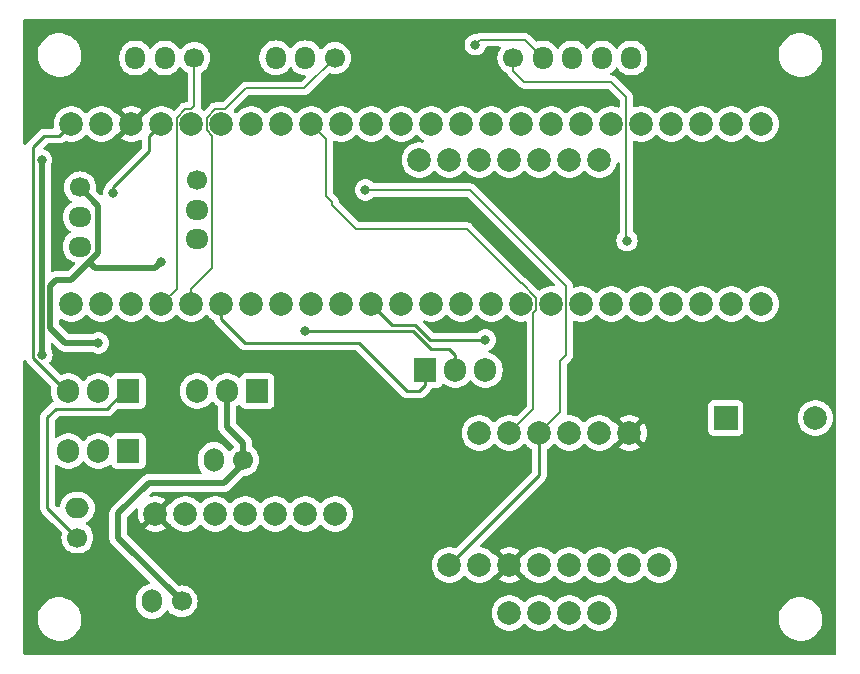
<source format=gbr>
%TF.GenerationSoftware,KiCad,Pcbnew,7.0.6-0*%
%TF.CreationDate,2023-11-16T12:12:08-05:00*%
%TF.ProjectId,TADPOL PCB,54414450-4f4c-4205-9043-422e6b696361,rev?*%
%TF.SameCoordinates,Original*%
%TF.FileFunction,Copper,L1,Top*%
%TF.FilePolarity,Positive*%
%FSLAX46Y46*%
G04 Gerber Fmt 4.6, Leading zero omitted, Abs format (unit mm)*
G04 Created by KiCad (PCBNEW 7.0.6-0) date 2023-11-16 12:12:08*
%MOMM*%
%LPD*%
G01*
G04 APERTURE LIST*
%TA.AperFunction,ComponentPad*%
%ADD10R,1.905000X2.000000*%
%TD*%
%TA.AperFunction,ComponentPad*%
%ADD11O,1.905000X2.000000*%
%TD*%
%TA.AperFunction,ComponentPad*%
%ADD12C,2.000000*%
%TD*%
%TA.AperFunction,ComponentPad*%
%ADD13R,2.000000X2.000000*%
%TD*%
%TA.AperFunction,ComponentPad*%
%ADD14C,1.700000*%
%TD*%
%TA.AperFunction,ComponentPad*%
%ADD15O,1.950000X1.700000*%
%TD*%
%TA.AperFunction,ComponentPad*%
%ADD16O,1.700000X1.950000*%
%TD*%
%TA.AperFunction,ComponentPad*%
%ADD17O,1.700000X2.000000*%
%TD*%
%TA.AperFunction,ComponentPad*%
%ADD18O,2.000000X1.700000*%
%TD*%
%TA.AperFunction,ViaPad*%
%ADD19C,0.800000*%
%TD*%
%TA.AperFunction,Conductor*%
%ADD20C,0.127000*%
%TD*%
%TA.AperFunction,Conductor*%
%ADD21C,0.250000*%
%TD*%
%TA.AperFunction,Conductor*%
%ADD22C,0.500000*%
%TD*%
G04 APERTURE END LIST*
D10*
%TO.P,Q2,1,B*%
%TO.N,SERVO_ON*%
X189992000Y-110998000D03*
D11*
%TO.P,Q2,2,C*%
%TO.N,Net-(Q2-C)*%
X192532000Y-110998000D03*
%TO.P,Q2,3,E*%
%TO.N,GND*%
X195072000Y-110998000D03*
%TD*%
D12*
%TO.P,BMP1,0,VIN*%
%TO.N,+3V3*%
X167132000Y-123190000D03*
%TO.P,BMP1,1,3V0*%
%TO.N,unconnected-(BMP1-3V0-Pad1)*%
X169672000Y-123190000D03*
%TO.P,BMP1,2,GND*%
%TO.N,GND*%
X172212000Y-123190000D03*
%TO.P,BMP1,3,SCK*%
%TO.N,SCL*%
X174752000Y-123190000D03*
%TO.P,BMP1,4,SDO*%
%TO.N,unconnected-(BMP1-SDO-Pad4)*%
X177292000Y-123190000D03*
%TO.P,BMP1,5,SDI*%
%TO.N,SDA*%
X179832000Y-123190000D03*
%TO.P,BMP1,6,CS*%
%TO.N,unconnected-(BMP1-CS-Pad6)*%
X182372000Y-123190000D03*
%TD*%
D13*
%TO.P,BZ1,1,-*%
%TO.N,BUZZER*%
X215412000Y-115062000D03*
D12*
%TO.P,BZ1,2,+*%
%TO.N,GND*%
X223012000Y-115062000D03*
%TD*%
%TO.P,Teensy4.1,0,GND*%
%TO.N,GND*%
X160020000Y-105410000D03*
%TO.P,Teensy4.1,1,RX1*%
%TO.N,unconnected-(Teensy4.1-RX1-Pad1)*%
X162560000Y-105410000D03*
%TO.P,Teensy4.1,2,TX1*%
%TO.N,unconnected-(Teensy4.1-TX1-Pad2)*%
X165100000Y-105410000D03*
%TO.P,Teensy4.1,3,PWM*%
%TO.N,PWM1*%
X167640000Y-105410000D03*
%TO.P,Teensy4.1,4,PWM*%
%TO.N,PWM2*%
X170180000Y-105410000D03*
%TO.P,Teensy4.1,5,PWM*%
%TO.N,SERVO_ON*%
X172720000Y-105410000D03*
%TO.P,Teensy4.1,6,PWM*%
%TO.N,unconnected-(Teensy4.1-PWM-Pad6)*%
X175260000Y-105410000D03*
%TO.P,Teensy4.1,7,PWM*%
%TO.N,STR_GLIDER*%
X177800000Y-105410000D03*
%TO.P,Teensy4.1,8,RX2*%
%TO.N,unconnected-(Teensy4.1-RX2-Pad8)*%
X180340000Y-105410000D03*
%TO.P,Teensy4.1,9,TX2*%
%TO.N,unconnected-(Teensy4.1-TX2-Pad9)*%
X182880000Y-105410000D03*
%TO.P,Teensy4.1,10,PWM*%
%TO.N,BUZZER*%
X185420000Y-105410000D03*
%TO.P,Teensy4.1,11,CS*%
%TO.N,unconnected-(Teensy4.1-CS-Pad11)*%
X187960000Y-105410000D03*
%TO.P,Teensy4.1,12,MOSI*%
%TO.N,unconnected-(Teensy4.1-MOSI-Pad12)*%
X190500000Y-105410000D03*
%TO.P,Teensy4.1,13,MISO*%
%TO.N,unconnected-(Teensy4.1-MISO-Pad13)*%
X193040000Y-105410000D03*
%TO.P,Teensy4.1,14,3.3V*%
%TO.N,unconnected-(Teensy4.1-3.3V-Pad14)*%
X195580000Y-105410000D03*
%TO.P,Teensy4.1,15,SCL2*%
%TO.N,SCL_COM*%
X198120000Y-105410000D03*
%TO.P,Teensy4.1,16,SDA2*%
%TO.N,SDA_COM*%
X200660000Y-105410000D03*
%TO.P,Teensy4.1,17,MOSI1*%
%TO.N,unconnected-(Teensy4.1-MOSI1-Pad17)*%
X203200000Y-105410000D03*
%TO.P,Teensy4.1,18,SCK1*%
%TO.N,unconnected-(Teensy4.1-SCK1-Pad18)*%
X205740000Y-105410000D03*
%TO.P,Teensy4.1,19,RX7*%
%TO.N,unconnected-(Teensy4.1-RX7-Pad19)*%
X208280000Y-105410000D03*
%TO.P,Teensy4.1,20,TX7*%
%TO.N,unconnected-(Teensy4.1-TX7-Pad20)*%
X210820000Y-105410000D03*
%TO.P,Teensy4.1,21,GPIO*%
%TO.N,unconnected-(Teensy4.1-GPIO-Pad21)*%
X213360000Y-105410000D03*
%TO.P,Teensy4.1,22,GPIO*%
%TO.N,unconnected-(Teensy4.1-GPIO-Pad22)*%
X215900000Y-105410000D03*
%TO.P,Teensy4.1,23,GPIO*%
%TO.N,unconnected-(Teensy4.1-GPIO-Pad23)*%
X218440000Y-105410000D03*
%TO.P,Teensy4.1,24,PWM*%
%TO.N,unconnected-(Teensy4.1-PWM-Pad24)*%
X218440000Y-90170000D03*
%TO.P,Teensy4.1,25,RX8*%
%TO.N,unconnected-(Teensy4.1-RX8-Pad25)*%
X215900000Y-90170000D03*
%TO.P,Teensy4.1,26,TX8*%
%TO.N,unconnected-(Teensy4.1-TX8-Pad26)*%
X213360000Y-90170000D03*
%TO.P,Teensy4.1,27,PWM*%
%TO.N,unconnected-(Teensy4.1-PWM-Pad27)*%
X210820000Y-90170000D03*
%TO.P,Teensy4.1,28,PWM*%
%TO.N,unconnected-(Teensy4.1-PWM-Pad28)*%
X208280000Y-90170000D03*
%TO.P,Teensy4.1,29,CS1*%
%TO.N,unconnected-(Teensy4.1-CS1-Pad29)*%
X205740000Y-90170000D03*
%TO.P,Teensy4.1,30,MISO*%
%TO.N,unconnected-(Teensy4.1-MISO-Pad30)*%
X203200000Y-90170000D03*
%TO.P,Teensy4.1,31,A16*%
%TO.N,unconnected-(Teensy4.1-A16-Pad31)*%
X200660000Y-90170000D03*
%TO.P,Teensy4.1,32,A17*%
%TO.N,unconnected-(Teensy4.1-A17-Pad32)*%
X198120000Y-90170000D03*
%TO.P,Teensy4.1,33,GND*%
%TO.N,unconnected-(Teensy4.1-GND-Pad33)*%
X195580000Y-90170000D03*
%TO.P,Teensy4.1,34,SCK*%
%TO.N,unconnected-(Teensy4.1-SCK-Pad34)*%
X193040000Y-90170000D03*
%TO.P,Teensy4.1,35,A0*%
%TO.N,unconnected-(Teensy4.1-A0-Pad35)*%
X190500000Y-90170000D03*
%TO.P,Teensy4.1,36,A1*%
%TO.N,unconnected-(Teensy4.1-A1-Pad36)*%
X187960000Y-90170000D03*
%TO.P,Teensy4.1,37,A2*%
%TO.N,unconnected-(Teensy4.1-A2-Pad37)*%
X185420000Y-90170000D03*
%TO.P,Teensy4.1,38,A3*%
%TO.N,unconnected-(Teensy4.1-A3-Pad38)*%
X182880000Y-90170000D03*
%TO.P,Teensy4.1,39,SDA*%
%TO.N,SDA*%
X180340000Y-90170000D03*
%TO.P,Teensy4.1,40,SCL*%
%TO.N,SCL*%
X177800000Y-90170000D03*
%TO.P,Teensy4.1,41,TX5*%
%TO.N,unconnected-(Teensy4.1-TX5-Pad41)*%
X175260000Y-90170000D03*
%TO.P,Teensy4.1,42,RX5*%
%TO.N,unconnected-(Teensy4.1-RX5-Pad42)*%
X172720000Y-90170000D03*
%TO.P,Teensy4.1,43,PWM*%
%TO.N,NICHROME_SIGNAL2*%
X170180000Y-90170000D03*
%TO.P,Teensy4.1,44,PWM*%
%TO.N,NICHROME_SIGNAL1*%
X167640000Y-90170000D03*
%TO.P,Teensy4.1,45,3.3V*%
%TO.N,+3V3*%
X165100000Y-90170000D03*
%TO.P,Teensy4.1,46,GND*%
%TO.N,GND*%
X162560000Y-90170000D03*
%TO.P,Teensy4.1,47,Vin*%
%TO.N,+5V*%
X160020000Y-90170000D03*
%TD*%
%TO.P,BNO1,0,Vin*%
%TO.N,+3V3*%
X207264000Y-116332000D03*
%TO.P,BNO1,1,3vo*%
%TO.N,unconnected-(BNO1-3vo-Pad1)*%
X204724000Y-116332000D03*
%TO.P,BNO1,2,GND*%
%TO.N,GND*%
X202184000Y-116332000D03*
%TO.P,BNO1,3,SCL*%
%TO.N,SCL*%
X199644000Y-116332000D03*
%TO.P,BNO1,4,SDA*%
%TO.N,SDA*%
X197104000Y-116332000D03*
%TO.P,BNO1,5,RST*%
%TO.N,unconnected-(BNO1-RST-Pad5)*%
X194564000Y-116332000D03*
%TO.P,BNO1,6,INT*%
%TO.N,unconnected-(BNO1-INT-Pad6)*%
X204724000Y-131572000D03*
%TO.P,BNO1,7,ADR*%
%TO.N,unconnected-(BNO1-ADR-Pad7)*%
X202184000Y-131572000D03*
%TO.P,BNO1,8,PS0*%
%TO.N,unconnected-(BNO1-PS0-Pad8)*%
X199644000Y-131572000D03*
%TO.P,BNO1,9,PS1*%
%TO.N,unconnected-(BNO1-PS1-Pad9)*%
X197104000Y-131572000D03*
%TD*%
D14*
%TO.P,Nichrome_Connector1,1,Pin_1*%
%TO.N,VIN*%
X160765000Y-95544000D03*
D15*
%TO.P,Nichrome_Connector1,2,Pin_2*%
%TO.N,NICHROME_SIGNAL1*%
X160765000Y-98044000D03*
%TO.P,Nichrome_Connector1,3,Pin_3*%
%TO.N,GND*%
X160765000Y-100544000D03*
%TD*%
D14*
%TO.P,Nichrome_Connector2,1,Pin_1*%
%TO.N,VIN*%
X170637200Y-94934400D03*
D15*
%TO.P,Nichrome_Connector2,2,Pin_2*%
%TO.N,NICHROME_SIGNAL2*%
X170637200Y-97434400D03*
%TO.P,Nichrome_Connector2,3,Pin_3*%
%TO.N,GND*%
X170637200Y-99934400D03*
%TD*%
D12*
%TO.P,Sparkfun_NEO-M9N1,0,GND*%
%TO.N,unconnected-(Sparkfun_NEO-M9N1-GND-Pad0)*%
X204724000Y-93218000D03*
%TO.P,Sparkfun_NEO-M9N1,1,5V*%
%TO.N,unconnected-(Sparkfun_NEO-M9N1-5V-Pad1)*%
X202184000Y-93218000D03*
%TO.P,Sparkfun_NEO-M9N1,2,3V3*%
%TO.N,unconnected-(Sparkfun_NEO-M9N1-3V3-Pad2)*%
X199644000Y-93218000D03*
%TO.P,Sparkfun_NEO-M9N1,3,CS*%
%TO.N,unconnected-(Sparkfun_NEO-M9N1-CS-Pad3)*%
X197104000Y-93218000D03*
%TO.P,Sparkfun_NEO-M9N1,4,RX/SDI*%
%TO.N,unconnected-(Sparkfun_NEO-M9N1-RX{slash}SDI-Pad4)*%
X194564000Y-93218000D03*
%TO.P,Sparkfun_NEO-M9N1,5,TX/SDO*%
%TO.N,unconnected-(Sparkfun_NEO-M9N1-TX{slash}SDO-Pad5)*%
X192024000Y-93218000D03*
%TO.P,Sparkfun_NEO-M9N1,6,SCK*%
%TO.N,unconnected-(Sparkfun_NEO-M9N1-SCK-Pad6)*%
X189484000Y-93218000D03*
%TO.P,Sparkfun_NEO-M9N1,7,PPS*%
%TO.N,unconnected-(Sparkfun_NEO-M9N1-PPS-Pad7)*%
X209804000Y-127508000D03*
%TO.P,Sparkfun_NEO-M9N1,8,RST*%
%TO.N,unconnected-(Sparkfun_NEO-M9N1-RST-Pad8)*%
X207264000Y-127508000D03*
%TO.P,Sparkfun_NEO-M9N1,9,SAFE*%
%TO.N,unconnected-(Sparkfun_NEO-M9N1-SAFE-Pad9)*%
X204724000Y-127508000D03*
%TO.P,Sparkfun_NEO-M9N1,10,INT*%
%TO.N,unconnected-(Sparkfun_NEO-M9N1-INT-Pad10)*%
X202184000Y-127508000D03*
%TO.P,Sparkfun_NEO-M9N1,11,GND*%
%TO.N,GND*%
X199644000Y-127508000D03*
%TO.P,Sparkfun_NEO-M9N1,12,3V3*%
%TO.N,+3V3*%
X197104000Y-127508000D03*
%TO.P,Sparkfun_NEO-M9N1,13,SDA*%
%TO.N,SDA*%
X194564000Y-127508000D03*
%TO.P,Sparkfun_NEO-M9N1,14,SCL*%
%TO.N,SCL*%
X192024000Y-127508000D03*
%TD*%
D14*
%TO.P,Glider_Connection1,1,Pin_1*%
%TO.N,STR_FRAME*%
X197438000Y-84582000D03*
D16*
%TO.P,Glider_Connection1,2,Pin_2*%
%TO.N,STR_GLIDER*%
X199938000Y-84582000D03*
%TO.P,Glider_Connection1,3,Pin_3*%
%TO.N,GND*%
X202438000Y-84582000D03*
%TO.P,Glider_Connection1,4,Pin_4*%
%TO.N,SDA_COM*%
X204938000Y-84582000D03*
%TO.P,Glider_Connection1,5,Pin_5*%
%TO.N,SCL_COM*%
X207438000Y-84582000D03*
%TD*%
D14*
%TO.P,Servo1,1,Pin_1*%
%TO.N,PWM1*%
X170434000Y-84582000D03*
D16*
%TO.P,Servo1,2,Pin_2*%
%TO.N,+6V*%
X167934000Y-84582000D03*
%TO.P,Servo1,3,Pin_3*%
%TO.N,Net-(Q2-C)*%
X165434000Y-84582000D03*
%TD*%
D10*
%TO.P,Voltage_Regulator_5V2,1,B*%
%TO.N,VIN*%
X164846000Y-117856000D03*
D11*
%TO.P,Voltage_Regulator_5V2,2,C*%
%TO.N,GND*%
X162306000Y-117856000D03*
%TO.P,Voltage_Regulator_5V2,3,E*%
%TO.N,+6V*%
X159766000Y-117856000D03*
%TD*%
D10*
%TO.P,D1,1,K*%
%TO.N,VIN*%
X175742600Y-112776000D03*
D11*
%TO.P,D1,2,A*%
%TO.N,Net-(Bypass_Switch1-Pin_1)*%
X173202600Y-112776000D03*
%TO.P,D1,3,G*%
%TO.N,STR_FRAME*%
X170662600Y-112776000D03*
%TD*%
D14*
%TO.P,Bypass_Switch1,1,Pin_1*%
%TO.N,Net-(Bypass_Switch1-Pin_1)*%
X174574200Y-118618000D03*
D17*
%TO.P,Bypass_Switch1,2,Pin_2*%
%TO.N,VIN*%
X172074200Y-118618000D03*
%TD*%
D14*
%TO.P,Servo2,1,Pin_1*%
%TO.N,PWM2*%
X182332000Y-84565000D03*
D16*
%TO.P,Servo2,2,Pin_2*%
%TO.N,+6V*%
X179832000Y-84565000D03*
%TO.P,Servo2,3,Pin_3*%
%TO.N,Net-(Q2-C)*%
X177332000Y-84565000D03*
%TD*%
D10*
%TO.P,Voltage_Regulator_5V1,1,B*%
%TO.N,VIN*%
X164846000Y-112776000D03*
D11*
%TO.P,Voltage_Regulator_5V1,2,C*%
%TO.N,GND*%
X162306000Y-112776000D03*
%TO.P,Voltage_Regulator_5V1,3,E*%
%TO.N,+5V*%
X159766000Y-112776000D03*
%TD*%
D14*
%TO.P,Power1,1,Pin_1*%
%TO.N,Net-(Bypass_Switch1-Pin_1)*%
X169342000Y-130588000D03*
D17*
%TO.P,Power1,2,Pin_2*%
%TO.N,GND*%
X166842000Y-130588000D03*
%TD*%
D14*
%TO.P,PWR_OUT1,1,Pin_1*%
%TO.N,VIN*%
X160528000Y-125182000D03*
D18*
%TO.P,PWR_OUT1,2,Pin_2*%
%TO.N,GND*%
X160528000Y-122682000D03*
%TD*%
D19*
%TO.N,STR_GLIDER*%
X194208400Y-83464400D03*
%TO.N,STR_FRAME*%
X207060800Y-100050600D03*
%TO.N,SCL*%
X184912000Y-95758000D03*
%TO.N,Net-(Q2-C)*%
X179832000Y-107696000D03*
%TO.N,NICHROME_SIGNAL1*%
X163576000Y-96012000D03*
%TO.N,BUZZER*%
X195072000Y-108458000D03*
%TO.N,VIN*%
X162306000Y-108712000D03*
X167640000Y-101854000D03*
%TO.N,+6V*%
X157519800Y-109688200D03*
X157500500Y-93218000D03*
%TD*%
D20*
%TO.N,STR_FRAME*%
X207060800Y-100050600D02*
X207010000Y-99999800D01*
X197438000Y-85678000D02*
X197438000Y-84582000D01*
X207010000Y-99999800D02*
X207010000Y-87884000D01*
X205740000Y-86614000D02*
X198374000Y-86614000D01*
X207010000Y-87884000D02*
X205740000Y-86614000D01*
X198374000Y-86614000D02*
X197438000Y-85678000D01*
%TO.N,STR_GLIDER*%
X194640200Y-83032600D02*
X198388600Y-83032600D01*
X198388600Y-83032600D02*
X199938000Y-84582000D01*
X194208400Y-83464400D02*
X194640200Y-83032600D01*
%TO.N,STR_FRAME*%
X207060800Y-100050600D02*
X207016500Y-100006300D01*
%TO.N,SCL_COM*%
X207016500Y-85159700D02*
X207416400Y-84759800D01*
D21*
%TO.N,SERVO_ON*%
X188468000Y-112776000D02*
X184404000Y-108712000D01*
X172720000Y-106680000D02*
X172720000Y-105410000D01*
X174752000Y-108712000D02*
X172720000Y-106680000D01*
X189992000Y-112268000D02*
X189484000Y-112776000D01*
X184404000Y-108712000D02*
X174752000Y-108712000D01*
X189484000Y-112776000D02*
X188468000Y-112776000D01*
X189992000Y-110998000D02*
X189992000Y-112268000D01*
D20*
%TO.N,SDA*%
X181610000Y-91440000D02*
X180340000Y-90170000D01*
X181610000Y-96266000D02*
X181610000Y-91440000D01*
X199136000Y-106180859D02*
X199383500Y-105933359D01*
X184150000Y-99060000D02*
X182118000Y-97028000D01*
X197104000Y-116332000D02*
X199136000Y-114300000D01*
X199136000Y-114300000D02*
X199136000Y-106180859D01*
X182118000Y-96774000D02*
X181610000Y-96266000D01*
X193548000Y-99060000D02*
X184150000Y-99060000D01*
X198120000Y-103632000D02*
X193548000Y-99060000D01*
X199383500Y-105933359D02*
X199383500Y-104886641D01*
X182118000Y-97028000D02*
X182118000Y-96774000D01*
X198128859Y-103632000D02*
X198120000Y-103632000D01*
X199383500Y-104886641D02*
X198128859Y-103632000D01*
%TO.N,SCL*%
X201422000Y-114554000D02*
X201422000Y-110236000D01*
X199644000Y-116332000D02*
X201422000Y-114554000D01*
X201923500Y-103879500D02*
X193802000Y-95758000D01*
D21*
X199644000Y-119888000D02*
X199644000Y-116332000D01*
X192024000Y-127508000D02*
X199644000Y-119888000D01*
D20*
X201923500Y-109734500D02*
X201923500Y-103879500D01*
X193802000Y-95758000D02*
X184912000Y-95758000D01*
X201422000Y-110236000D02*
X201923500Y-109734500D01*
%TO.N,PWM2*%
X179745500Y-87151500D02*
X182332000Y-84565000D01*
X171456500Y-89646641D02*
X172196641Y-88906500D01*
X170180000Y-104140000D02*
X171958000Y-102362000D01*
X171958000Y-102362000D02*
X171958000Y-91194859D01*
X171958000Y-91194859D02*
X171456500Y-90693359D01*
X172196641Y-88906500D02*
X173026500Y-88906500D01*
X174781500Y-87151500D02*
X179745500Y-87151500D01*
X170180000Y-105410000D02*
X170180000Y-104140000D01*
X173026500Y-88906500D02*
X174781500Y-87151500D01*
X171456500Y-90693359D02*
X171456500Y-89646641D01*
%TO.N,PWM1*%
X168916500Y-89646641D02*
X168916500Y-92005300D01*
X170434000Y-88646000D02*
X170173500Y-88906500D01*
X170173500Y-88906500D02*
X169656641Y-88906500D01*
X168916500Y-92005300D02*
X168935400Y-92024200D01*
X168935400Y-92024200D02*
X168935400Y-104114600D01*
X168935400Y-104114600D02*
X167640000Y-105410000D01*
X169656641Y-88906500D02*
X168916500Y-89646641D01*
X170434000Y-84582000D02*
X170434000Y-88646000D01*
D21*
%TO.N,Net-(Q2-C)*%
X179832000Y-107696000D02*
X188976000Y-107696000D01*
X190500000Y-109220000D02*
X192024000Y-109220000D01*
X192532000Y-109728000D02*
X192532000Y-110998000D01*
X188976000Y-107696000D02*
X190500000Y-109220000D01*
D20*
X176476116Y-84565000D02*
X177368000Y-84565000D01*
D21*
X192024000Y-109220000D02*
X192532000Y-109728000D01*
D22*
%TO.N,Net-(Bypass_Switch1-Pin_1)*%
X174574200Y-118922800D02*
X172923200Y-120573800D01*
X172923200Y-120573800D02*
X166547800Y-120573800D01*
X173202600Y-115798600D02*
X174574200Y-117170200D01*
X173202600Y-112776000D02*
X173202600Y-115798600D01*
X163982400Y-123139200D02*
X163982400Y-125228400D01*
X166547800Y-120573800D02*
X163982400Y-123139200D01*
X163982400Y-125228400D02*
X169342000Y-130588000D01*
X174574200Y-117170200D02*
X174574200Y-118922800D01*
D21*
%TO.N,NICHROME_SIGNAL1*%
X166624000Y-92456000D02*
X166624000Y-91186000D01*
X163576000Y-96012000D02*
X163576000Y-95504000D01*
X166624000Y-91186000D02*
X167640000Y-90170000D01*
X163576000Y-95504000D02*
X166624000Y-92456000D01*
%TO.N,BUZZER*%
X195072000Y-108458000D02*
X190374396Y-108458000D01*
X187198000Y-107188000D02*
X185420000Y-105410000D01*
X189104396Y-107188000D02*
X187198000Y-107188000D01*
X190374396Y-108458000D02*
X189104396Y-107188000D01*
%TO.N,+5V*%
X157734000Y-91186000D02*
X159004000Y-91186000D01*
X159512000Y-112705000D02*
X156776000Y-109969000D01*
X159004000Y-91186000D02*
X160020000Y-90170000D01*
X156776000Y-92144000D02*
X157734000Y-91186000D01*
X156776000Y-109969000D02*
X156776000Y-92144000D01*
D22*
%TO.N,VIN*%
X162306000Y-97085000D02*
X162306000Y-101092000D01*
X160765000Y-95544000D02*
X162306000Y-97085000D01*
D21*
X162997000Y-114300000D02*
X164592000Y-112705000D01*
D22*
X160020000Y-103378000D02*
X158750000Y-103378000D01*
X167640000Y-101854000D02*
X167132000Y-102362000D01*
X162306000Y-101092000D02*
X160020000Y-103378000D01*
X158242000Y-103886000D02*
X158242000Y-107442000D01*
X162052000Y-102362000D02*
X161544000Y-101854000D01*
D21*
X157988000Y-122642000D02*
X157988000Y-114999500D01*
X157988000Y-114999500D02*
X158687500Y-114300000D01*
D22*
X158750000Y-103378000D02*
X158242000Y-103886000D01*
X158242000Y-107442000D02*
X159512000Y-108712000D01*
X159512000Y-108712000D02*
X162306000Y-108712000D01*
D21*
X158687500Y-114300000D02*
X162997000Y-114300000D01*
D22*
X167132000Y-102362000D02*
X162052000Y-102362000D01*
D21*
X160528000Y-125182000D02*
X157988000Y-122642000D01*
D22*
%TO.N,+6V*%
X157519800Y-109688200D02*
X157500500Y-109668900D01*
X157500500Y-109668900D02*
X157500500Y-93218000D01*
%TD*%
%TA.AperFunction,Conductor*%
%TO.N,+3V3*%
G36*
X224732539Y-81300185D02*
G01*
X224778294Y-81352989D01*
X224789500Y-81404500D01*
X224789500Y-135003500D01*
X224769815Y-135070539D01*
X224717011Y-135116294D01*
X224665500Y-135127500D01*
X156080500Y-135127500D01*
X156013461Y-135107815D01*
X155967706Y-135055011D01*
X155956500Y-135003500D01*
X155956500Y-132147763D01*
X157149787Y-132147763D01*
X157179413Y-132417013D01*
X157179415Y-132417024D01*
X157247926Y-132679082D01*
X157247928Y-132679088D01*
X157353870Y-132928390D01*
X157494979Y-133159605D01*
X157494986Y-133159615D01*
X157668253Y-133367819D01*
X157668259Y-133367824D01*
X157869998Y-133548582D01*
X158095910Y-133698044D01*
X158341176Y-133813020D01*
X158341183Y-133813022D01*
X158341185Y-133813023D01*
X158600557Y-133891057D01*
X158600564Y-133891058D01*
X158600569Y-133891060D01*
X158868561Y-133930500D01*
X158868566Y-133930500D01*
X159071636Y-133930500D01*
X159123133Y-133926730D01*
X159274156Y-133915677D01*
X159386758Y-133890593D01*
X159538546Y-133856782D01*
X159538548Y-133856781D01*
X159538553Y-133856780D01*
X159791558Y-133760014D01*
X160027777Y-133627441D01*
X160242177Y-133461888D01*
X160430186Y-133266881D01*
X160587799Y-133046579D01*
X160661787Y-132902669D01*
X160711649Y-132805690D01*
X160711651Y-132805684D01*
X160711656Y-132805675D01*
X160799118Y-132549305D01*
X160848319Y-132282933D01*
X160858212Y-132012235D01*
X160828586Y-131742982D01*
X160760072Y-131480912D01*
X160654130Y-131231610D01*
X160513018Y-131000390D01*
X160490568Y-130973413D01*
X160339746Y-130792180D01*
X160339740Y-130792175D01*
X160138002Y-130611418D01*
X159912092Y-130461957D01*
X159912090Y-130461956D01*
X159666824Y-130346980D01*
X159666819Y-130346978D01*
X159666814Y-130346976D01*
X159407442Y-130268942D01*
X159407428Y-130268939D01*
X159291791Y-130251921D01*
X159139439Y-130229500D01*
X158936369Y-130229500D01*
X158936364Y-130229500D01*
X158733844Y-130244323D01*
X158733831Y-130244325D01*
X158469453Y-130303217D01*
X158469446Y-130303220D01*
X158216439Y-130399987D01*
X157980226Y-130532557D01*
X157765822Y-130698112D01*
X157577822Y-130893109D01*
X157577816Y-130893116D01*
X157420202Y-131113419D01*
X157420199Y-131113424D01*
X157296350Y-131354309D01*
X157296343Y-131354327D01*
X157208884Y-131610685D01*
X157208881Y-131610699D01*
X157205963Y-131626498D01*
X157170257Y-131819812D01*
X157159681Y-131877068D01*
X157159680Y-131877075D01*
X157149787Y-132147763D01*
X155956500Y-132147763D01*
X155956500Y-110261518D01*
X155976185Y-110194479D01*
X156028989Y-110148724D01*
X156098147Y-110138780D01*
X156161703Y-110167805D01*
X156194302Y-110212273D01*
X156197380Y-110219387D01*
X156207580Y-110236634D01*
X156216138Y-110254103D01*
X156223514Y-110272732D01*
X156250898Y-110310423D01*
X156254106Y-110315307D01*
X156277827Y-110355416D01*
X156277833Y-110355424D01*
X156291990Y-110369580D01*
X156304628Y-110384376D01*
X156316405Y-110400586D01*
X156316406Y-110400587D01*
X156352309Y-110430288D01*
X156356620Y-110434210D01*
X157340862Y-111418452D01*
X158294861Y-112372451D01*
X158328346Y-112433774D01*
X158327512Y-112483256D01*
X158328749Y-112483463D01*
X158327904Y-112488524D01*
X158313000Y-112668402D01*
X158313000Y-112883598D01*
X158327904Y-113063472D01*
X158387017Y-113296905D01*
X158483743Y-113517419D01*
X158496869Y-113537509D01*
X158517057Y-113604398D01*
X158497878Y-113671584D01*
X158445420Y-113717735D01*
X158442308Y-113719133D01*
X158437108Y-113721383D01*
X158419865Y-113731580D01*
X158402398Y-113740137D01*
X158383769Y-113747512D01*
X158383767Y-113747513D01*
X158346064Y-113774906D01*
X158341182Y-113778112D01*
X158301080Y-113801828D01*
X158286908Y-113816000D01*
X158272123Y-113828628D01*
X158255912Y-113840407D01*
X158226209Y-113876310D01*
X158222277Y-113880631D01*
X157604208Y-114498699D01*
X157591951Y-114508520D01*
X157592134Y-114508741D01*
X157586123Y-114513713D01*
X157538772Y-114564136D01*
X157517889Y-114585019D01*
X157517877Y-114585032D01*
X157513621Y-114590517D01*
X157509837Y-114594947D01*
X157477937Y-114628918D01*
X157477936Y-114628920D01*
X157468284Y-114646476D01*
X157457610Y-114662726D01*
X157445329Y-114678561D01*
X157445324Y-114678568D01*
X157426815Y-114721338D01*
X157424245Y-114726584D01*
X157401803Y-114767406D01*
X157396822Y-114786807D01*
X157390521Y-114805210D01*
X157382562Y-114823602D01*
X157382561Y-114823605D01*
X157375271Y-114869627D01*
X157374087Y-114875346D01*
X157362501Y-114920472D01*
X157362500Y-114920482D01*
X157362500Y-114940516D01*
X157360973Y-114959915D01*
X157357840Y-114979694D01*
X157357840Y-114979695D01*
X157362225Y-115026083D01*
X157362500Y-115031921D01*
X157362500Y-122559255D01*
X157360775Y-122574872D01*
X157361061Y-122574899D01*
X157360326Y-122582665D01*
X157362500Y-122651814D01*
X157362500Y-122681343D01*
X157362501Y-122681360D01*
X157363368Y-122688231D01*
X157363826Y-122694050D01*
X157365290Y-122740624D01*
X157365291Y-122740627D01*
X157370880Y-122759867D01*
X157374824Y-122778911D01*
X157377336Y-122798792D01*
X157391367Y-122834230D01*
X157394490Y-122842119D01*
X157396382Y-122847647D01*
X157409126Y-122891511D01*
X157409382Y-122892390D01*
X157414785Y-122901527D01*
X157419580Y-122909634D01*
X157428138Y-122927103D01*
X157435514Y-122945732D01*
X157462898Y-122983423D01*
X157466106Y-122988307D01*
X157489827Y-123028416D01*
X157489833Y-123028424D01*
X157503990Y-123042580D01*
X157516627Y-123057375D01*
X157519261Y-123061000D01*
X157528405Y-123073586D01*
X157528406Y-123073587D01*
X157564309Y-123103288D01*
X157568620Y-123107210D01*
X158417313Y-123955903D01*
X159187762Y-124726352D01*
X159221247Y-124787675D01*
X159219856Y-124846126D01*
X159192938Y-124946586D01*
X159192936Y-124946596D01*
X159172341Y-125181999D01*
X159172341Y-125182000D01*
X159192936Y-125417403D01*
X159192938Y-125417413D01*
X159254094Y-125645655D01*
X159254096Y-125645659D01*
X159254097Y-125645663D01*
X159324772Y-125797226D01*
X159353965Y-125859830D01*
X159353967Y-125859834D01*
X159457166Y-126007216D01*
X159489505Y-126053401D01*
X159656599Y-126220495D01*
X159747848Y-126284388D01*
X159850165Y-126356032D01*
X159850167Y-126356033D01*
X159850170Y-126356035D01*
X160064337Y-126455903D01*
X160292592Y-126517063D01*
X160480918Y-126533539D01*
X160527999Y-126537659D01*
X160528000Y-126537659D01*
X160528001Y-126537659D01*
X160567234Y-126534226D01*
X160763408Y-126517063D01*
X160991663Y-126455903D01*
X161205830Y-126356035D01*
X161399401Y-126220495D01*
X161566495Y-126053401D01*
X161702035Y-125859830D01*
X161801903Y-125645663D01*
X161863063Y-125417408D01*
X161881522Y-125206425D01*
X163227110Y-125206425D01*
X163231664Y-125258464D01*
X163231900Y-125263870D01*
X163231900Y-125272109D01*
X163235706Y-125304674D01*
X163242400Y-125381191D01*
X163243861Y-125388267D01*
X163243803Y-125388278D01*
X163245434Y-125395637D01*
X163245492Y-125395624D01*
X163247157Y-125402650D01*
X163273425Y-125474824D01*
X163297585Y-125547731D01*
X163300636Y-125554274D01*
X163300582Y-125554298D01*
X163303870Y-125561088D01*
X163303921Y-125561063D01*
X163307161Y-125567513D01*
X163307162Y-125567514D01*
X163307163Y-125567517D01*
X163349364Y-125631683D01*
X163349365Y-125631683D01*
X163389687Y-125697055D01*
X163394166Y-125702719D01*
X163394119Y-125702756D01*
X163398882Y-125708602D01*
X163398928Y-125708564D01*
X163403573Y-125714100D01*
X163459417Y-125766785D01*
X166603764Y-128911133D01*
X166637249Y-128972456D01*
X166632265Y-129042148D01*
X166590393Y-129098081D01*
X166548176Y-129118589D01*
X166378344Y-129164094D01*
X166378335Y-129164098D01*
X166164171Y-129263964D01*
X166164169Y-129263965D01*
X165970597Y-129399505D01*
X165803505Y-129566597D01*
X165667965Y-129760169D01*
X165667964Y-129760171D01*
X165568098Y-129974335D01*
X165568094Y-129974344D01*
X165506938Y-130202586D01*
X165506936Y-130202596D01*
X165491500Y-130379034D01*
X165491500Y-130796966D01*
X165506936Y-130973403D01*
X165506938Y-130973413D01*
X165568094Y-131201655D01*
X165568096Y-131201659D01*
X165568097Y-131201663D01*
X165582062Y-131231610D01*
X165667964Y-131415828D01*
X165667965Y-131415830D01*
X165803505Y-131609402D01*
X165937079Y-131742975D01*
X165970599Y-131776495D01*
X166032462Y-131819812D01*
X166164165Y-131912032D01*
X166164167Y-131912033D01*
X166164170Y-131912035D01*
X166378337Y-132011903D01*
X166606592Y-132073063D01*
X166794918Y-132089539D01*
X166841999Y-132093659D01*
X166842000Y-132093659D01*
X166842001Y-132093659D01*
X166881234Y-132090226D01*
X167077408Y-132073063D01*
X167305663Y-132011903D01*
X167519829Y-131912035D01*
X167713401Y-131776495D01*
X167880495Y-131609401D01*
X168016035Y-131415829D01*
X168027985Y-131390201D01*
X168074158Y-131337761D01*
X168141351Y-131318609D01*
X168208232Y-131338824D01*
X168241942Y-131371480D01*
X168303505Y-131459401D01*
X168470599Y-131626495D01*
X168567384Y-131694264D01*
X168664165Y-131762032D01*
X168664167Y-131762033D01*
X168664170Y-131762035D01*
X168878337Y-131861903D01*
X169106592Y-131923063D01*
X169294918Y-131939539D01*
X169341999Y-131943659D01*
X169342000Y-131943659D01*
X169342001Y-131943659D01*
X169381234Y-131940226D01*
X169577408Y-131923063D01*
X169805663Y-131861903D01*
X170019830Y-131762035D01*
X170213401Y-131626495D01*
X170267891Y-131572005D01*
X195598357Y-131572005D01*
X195618890Y-131819812D01*
X195618892Y-131819824D01*
X195679936Y-132060881D01*
X195779826Y-132288606D01*
X195915833Y-132496782D01*
X195915836Y-132496785D01*
X196084256Y-132679738D01*
X196280491Y-132832474D01*
X196499190Y-132950828D01*
X196734386Y-133031571D01*
X196979665Y-133072500D01*
X197228335Y-133072500D01*
X197473614Y-133031571D01*
X197708810Y-132950828D01*
X197927509Y-132832474D01*
X198123744Y-132679738D01*
X198282771Y-132506988D01*
X198342657Y-132470999D01*
X198412495Y-132473099D01*
X198465228Y-132506988D01*
X198624256Y-132679738D01*
X198820491Y-132832474D01*
X199039190Y-132950828D01*
X199274386Y-133031571D01*
X199519665Y-133072500D01*
X199768335Y-133072500D01*
X200013614Y-133031571D01*
X200248810Y-132950828D01*
X200467509Y-132832474D01*
X200663744Y-132679738D01*
X200822771Y-132506988D01*
X200882657Y-132470999D01*
X200952495Y-132473099D01*
X201005228Y-132506988D01*
X201164256Y-132679738D01*
X201360491Y-132832474D01*
X201579190Y-132950828D01*
X201814386Y-133031571D01*
X202059665Y-133072500D01*
X202308335Y-133072500D01*
X202553614Y-133031571D01*
X202788810Y-132950828D01*
X203007509Y-132832474D01*
X203203744Y-132679738D01*
X203362771Y-132506988D01*
X203422657Y-132470999D01*
X203492495Y-132473099D01*
X203545228Y-132506988D01*
X203704256Y-132679738D01*
X203900491Y-132832474D01*
X204119190Y-132950828D01*
X204354386Y-133031571D01*
X204599665Y-133072500D01*
X204848335Y-133072500D01*
X205093614Y-133031571D01*
X205328810Y-132950828D01*
X205547509Y-132832474D01*
X205743744Y-132679738D01*
X205912164Y-132496785D01*
X206048173Y-132288607D01*
X206109953Y-132147763D01*
X219887787Y-132147763D01*
X219917413Y-132417013D01*
X219917415Y-132417024D01*
X219985926Y-132679082D01*
X219985928Y-132679088D01*
X220091870Y-132928390D01*
X220232979Y-133159605D01*
X220232986Y-133159615D01*
X220406253Y-133367819D01*
X220406259Y-133367824D01*
X220607998Y-133548582D01*
X220833910Y-133698044D01*
X221079176Y-133813020D01*
X221079183Y-133813022D01*
X221079185Y-133813023D01*
X221338557Y-133891057D01*
X221338564Y-133891058D01*
X221338569Y-133891060D01*
X221606561Y-133930500D01*
X221606566Y-133930500D01*
X221809636Y-133930500D01*
X221861133Y-133926730D01*
X222012156Y-133915677D01*
X222124758Y-133890593D01*
X222276546Y-133856782D01*
X222276548Y-133856781D01*
X222276553Y-133856780D01*
X222529558Y-133760014D01*
X222765777Y-133627441D01*
X222980177Y-133461888D01*
X223168186Y-133266881D01*
X223325799Y-133046579D01*
X223399787Y-132902669D01*
X223449649Y-132805690D01*
X223449651Y-132805684D01*
X223449656Y-132805675D01*
X223537118Y-132549305D01*
X223586319Y-132282933D01*
X223596212Y-132012235D01*
X223566586Y-131742982D01*
X223498072Y-131480912D01*
X223392130Y-131231610D01*
X223251018Y-131000390D01*
X223228568Y-130973413D01*
X223077746Y-130792180D01*
X223077740Y-130792175D01*
X222876002Y-130611418D01*
X222650092Y-130461957D01*
X222650090Y-130461956D01*
X222404824Y-130346980D01*
X222404819Y-130346978D01*
X222404814Y-130346976D01*
X222145442Y-130268942D01*
X222145428Y-130268939D01*
X222029791Y-130251921D01*
X221877439Y-130229500D01*
X221674369Y-130229500D01*
X221674364Y-130229500D01*
X221471844Y-130244323D01*
X221471831Y-130244325D01*
X221207453Y-130303217D01*
X221207446Y-130303220D01*
X220954439Y-130399987D01*
X220718226Y-130532557D01*
X220503822Y-130698112D01*
X220315822Y-130893109D01*
X220315816Y-130893116D01*
X220158202Y-131113419D01*
X220158199Y-131113424D01*
X220034350Y-131354309D01*
X220034343Y-131354327D01*
X219946884Y-131610685D01*
X219946881Y-131610699D01*
X219943963Y-131626498D01*
X219908257Y-131819812D01*
X219897681Y-131877068D01*
X219897680Y-131877075D01*
X219887787Y-132147763D01*
X206109953Y-132147763D01*
X206148063Y-132060881D01*
X206209108Y-131819821D01*
X206229643Y-131572000D01*
X206210322Y-131338824D01*
X206209109Y-131324187D01*
X206209107Y-131324175D01*
X206148063Y-131083118D01*
X206048173Y-130855393D01*
X205912166Y-130647217D01*
X205890557Y-130623744D01*
X205743744Y-130464262D01*
X205547509Y-130311526D01*
X205547507Y-130311525D01*
X205547506Y-130311524D01*
X205328811Y-130193172D01*
X205328802Y-130193169D01*
X205093616Y-130112429D01*
X204848335Y-130071500D01*
X204599665Y-130071500D01*
X204354383Y-130112429D01*
X204119197Y-130193169D01*
X204119188Y-130193172D01*
X203900493Y-130311524D01*
X203704257Y-130464261D01*
X203545230Y-130637010D01*
X203485342Y-130673001D01*
X203415504Y-130670900D01*
X203362770Y-130637010D01*
X203317652Y-130587999D01*
X203203744Y-130464262D01*
X203007509Y-130311526D01*
X203007507Y-130311525D01*
X203007506Y-130311524D01*
X202788811Y-130193172D01*
X202788802Y-130193169D01*
X202553616Y-130112429D01*
X202308335Y-130071500D01*
X202059665Y-130071500D01*
X201814383Y-130112429D01*
X201579197Y-130193169D01*
X201579188Y-130193172D01*
X201360493Y-130311524D01*
X201164257Y-130464261D01*
X201005230Y-130637010D01*
X200945342Y-130673001D01*
X200875504Y-130670900D01*
X200822770Y-130637010D01*
X200777652Y-130587999D01*
X200663744Y-130464262D01*
X200467509Y-130311526D01*
X200467507Y-130311525D01*
X200467506Y-130311524D01*
X200248811Y-130193172D01*
X200248802Y-130193169D01*
X200013616Y-130112429D01*
X199768335Y-130071500D01*
X199519665Y-130071500D01*
X199274383Y-130112429D01*
X199039197Y-130193169D01*
X199039188Y-130193172D01*
X198820493Y-130311524D01*
X198624257Y-130464261D01*
X198465230Y-130637010D01*
X198405342Y-130673001D01*
X198335504Y-130670900D01*
X198282770Y-130637010D01*
X198237652Y-130587999D01*
X198123744Y-130464262D01*
X197927509Y-130311526D01*
X197927507Y-130311525D01*
X197927506Y-130311524D01*
X197708811Y-130193172D01*
X197708802Y-130193169D01*
X197473616Y-130112429D01*
X197228335Y-130071500D01*
X196979665Y-130071500D01*
X196734383Y-130112429D01*
X196499197Y-130193169D01*
X196499188Y-130193172D01*
X196280493Y-130311524D01*
X196084257Y-130464261D01*
X195915833Y-130647217D01*
X195779826Y-130855393D01*
X195679936Y-131083118D01*
X195618892Y-131324175D01*
X195618890Y-131324187D01*
X195598357Y-131571994D01*
X195598357Y-131572005D01*
X170267891Y-131572005D01*
X170380495Y-131459401D01*
X170516035Y-131265830D01*
X170615903Y-131051663D01*
X170677063Y-130823408D01*
X170697659Y-130588000D01*
X170677063Y-130352592D01*
X170615903Y-130124337D01*
X170516035Y-129910171D01*
X170411005Y-129760171D01*
X170380494Y-129716597D01*
X170213402Y-129549506D01*
X170213395Y-129549501D01*
X170019834Y-129413967D01*
X170019830Y-129413965D01*
X170019829Y-129413965D01*
X169805663Y-129314097D01*
X169805659Y-129314096D01*
X169805655Y-129314094D01*
X169577413Y-129252938D01*
X169577403Y-129252936D01*
X169342001Y-129232341D01*
X169341998Y-129232341D01*
X169128986Y-129250977D01*
X169060486Y-129237210D01*
X169030498Y-129215130D01*
X164769219Y-124953850D01*
X164735734Y-124892527D01*
X164732900Y-124866169D01*
X164732900Y-123501428D01*
X164752585Y-123434389D01*
X164769214Y-123413752D01*
X165466859Y-122716107D01*
X165528180Y-122682624D01*
X165597872Y-122687608D01*
X165653805Y-122729480D01*
X165678222Y-122794944D01*
X165674744Y-122834230D01*
X165647387Y-122942257D01*
X165647385Y-122942270D01*
X165626859Y-123189994D01*
X165626859Y-123190005D01*
X165647385Y-123437729D01*
X165647387Y-123437738D01*
X165708412Y-123678717D01*
X165808266Y-123906364D01*
X165908564Y-124059882D01*
X166640866Y-123327579D01*
X166663318Y-123404040D01*
X166742605Y-123527413D01*
X166853438Y-123623451D01*
X166986839Y-123684373D01*
X166990634Y-123684918D01*
X166261942Y-124413609D01*
X166308768Y-124450055D01*
X166308770Y-124450056D01*
X166527385Y-124568364D01*
X166527396Y-124568369D01*
X166762506Y-124649083D01*
X167007707Y-124690000D01*
X167256293Y-124690000D01*
X167501493Y-124649083D01*
X167736603Y-124568369D01*
X167736614Y-124568364D01*
X167955228Y-124450057D01*
X167955231Y-124450055D01*
X168002056Y-124413609D01*
X167273365Y-123684918D01*
X167277161Y-123684373D01*
X167410562Y-123623451D01*
X167521395Y-123527413D01*
X167600682Y-123404040D01*
X167623132Y-123327580D01*
X168355434Y-124059882D01*
X168366861Y-124058697D01*
X168435573Y-124071360D01*
X168480092Y-124111194D01*
X168480683Y-124110735D01*
X168483218Y-124113992D01*
X168483456Y-124114205D01*
X168483831Y-124114780D01*
X168531709Y-124166789D01*
X168652256Y-124297738D01*
X168848491Y-124450474D01*
X168848493Y-124450475D01*
X169066332Y-124568364D01*
X169067190Y-124568828D01*
X169286141Y-124643994D01*
X169300964Y-124649083D01*
X169302386Y-124649571D01*
X169547665Y-124690500D01*
X169796335Y-124690500D01*
X170041614Y-124649571D01*
X170276810Y-124568828D01*
X170495509Y-124450474D01*
X170691744Y-124297738D01*
X170850771Y-124124988D01*
X170910657Y-124088999D01*
X170980495Y-124091099D01*
X171033228Y-124124988D01*
X171192256Y-124297738D01*
X171388491Y-124450474D01*
X171388493Y-124450475D01*
X171606332Y-124568364D01*
X171607190Y-124568828D01*
X171826141Y-124643994D01*
X171840964Y-124649083D01*
X171842386Y-124649571D01*
X172087665Y-124690500D01*
X172336335Y-124690500D01*
X172581614Y-124649571D01*
X172816810Y-124568828D01*
X173035509Y-124450474D01*
X173231744Y-124297738D01*
X173390771Y-124124988D01*
X173450657Y-124088999D01*
X173520495Y-124091099D01*
X173573228Y-124124988D01*
X173732256Y-124297738D01*
X173928491Y-124450474D01*
X173928493Y-124450475D01*
X174146332Y-124568364D01*
X174147190Y-124568828D01*
X174366141Y-124643994D01*
X174380964Y-124649083D01*
X174382386Y-124649571D01*
X174627665Y-124690500D01*
X174876335Y-124690500D01*
X175121614Y-124649571D01*
X175356810Y-124568828D01*
X175575509Y-124450474D01*
X175771744Y-124297738D01*
X175930771Y-124124988D01*
X175990657Y-124088999D01*
X176060495Y-124091099D01*
X176113228Y-124124988D01*
X176272256Y-124297738D01*
X176468491Y-124450474D01*
X176468493Y-124450475D01*
X176686332Y-124568364D01*
X176687190Y-124568828D01*
X176906141Y-124643994D01*
X176920964Y-124649083D01*
X176922386Y-124649571D01*
X177167665Y-124690500D01*
X177416335Y-124690500D01*
X177661614Y-124649571D01*
X177896810Y-124568828D01*
X178115509Y-124450474D01*
X178311744Y-124297738D01*
X178470772Y-124124986D01*
X178530656Y-124088999D01*
X178600494Y-124091099D01*
X178653228Y-124124989D01*
X178812252Y-124297734D01*
X178812256Y-124297738D01*
X179008491Y-124450474D01*
X179008493Y-124450475D01*
X179226332Y-124568364D01*
X179227190Y-124568828D01*
X179446141Y-124643994D01*
X179460964Y-124649083D01*
X179462386Y-124649571D01*
X179707665Y-124690500D01*
X179956335Y-124690500D01*
X180201614Y-124649571D01*
X180436810Y-124568828D01*
X180655509Y-124450474D01*
X180851744Y-124297738D01*
X181010771Y-124124988D01*
X181070657Y-124088999D01*
X181140495Y-124091099D01*
X181193228Y-124124988D01*
X181352256Y-124297738D01*
X181548491Y-124450474D01*
X181548493Y-124450475D01*
X181766332Y-124568364D01*
X181767190Y-124568828D01*
X181986141Y-124643994D01*
X182000964Y-124649083D01*
X182002386Y-124649571D01*
X182247665Y-124690500D01*
X182496335Y-124690500D01*
X182741614Y-124649571D01*
X182976810Y-124568828D01*
X183195509Y-124450474D01*
X183391744Y-124297738D01*
X183560164Y-124114785D01*
X183696173Y-123906607D01*
X183796063Y-123678881D01*
X183857108Y-123437821D01*
X183857393Y-123434389D01*
X183863570Y-123359834D01*
X183877643Y-123190000D01*
X183859907Y-122975960D01*
X183857109Y-122942187D01*
X183857107Y-122942175D01*
X183796063Y-122701118D01*
X183696173Y-122473393D01*
X183560166Y-122265217D01*
X183517008Y-122218335D01*
X183391744Y-122082262D01*
X183195509Y-121929526D01*
X183195507Y-121929525D01*
X183195506Y-121929524D01*
X182976811Y-121811172D01*
X182976802Y-121811169D01*
X182741616Y-121730429D01*
X182496335Y-121689500D01*
X182247665Y-121689500D01*
X182002383Y-121730429D01*
X181767197Y-121811169D01*
X181767188Y-121811172D01*
X181548493Y-121929524D01*
X181352257Y-122082261D01*
X181193230Y-122255010D01*
X181133342Y-122291001D01*
X181063504Y-122288900D01*
X181010770Y-122255010D01*
X180971108Y-122211926D01*
X180851744Y-122082262D01*
X180655509Y-121929526D01*
X180655507Y-121929525D01*
X180655506Y-121929524D01*
X180436811Y-121811172D01*
X180436802Y-121811169D01*
X180201616Y-121730429D01*
X179956335Y-121689500D01*
X179707665Y-121689500D01*
X179462383Y-121730429D01*
X179227197Y-121811169D01*
X179227188Y-121811172D01*
X179008493Y-121929524D01*
X178812255Y-122082262D01*
X178812252Y-122082265D01*
X178653228Y-122255010D01*
X178593341Y-122291001D01*
X178523503Y-122288900D01*
X178470770Y-122255011D01*
X178311744Y-122082262D01*
X178115509Y-121929526D01*
X178115507Y-121929525D01*
X178115506Y-121929524D01*
X177896811Y-121811172D01*
X177896802Y-121811169D01*
X177661616Y-121730429D01*
X177416335Y-121689500D01*
X177167665Y-121689500D01*
X176922383Y-121730429D01*
X176687197Y-121811169D01*
X176687188Y-121811172D01*
X176468493Y-121929524D01*
X176272257Y-122082261D01*
X176113230Y-122255010D01*
X176053342Y-122291001D01*
X175983504Y-122288900D01*
X175930770Y-122255010D01*
X175891108Y-122211926D01*
X175771744Y-122082262D01*
X175575509Y-121929526D01*
X175575507Y-121929525D01*
X175575506Y-121929524D01*
X175356811Y-121811172D01*
X175356802Y-121811169D01*
X175121616Y-121730429D01*
X174876335Y-121689500D01*
X174627665Y-121689500D01*
X174382383Y-121730429D01*
X174147197Y-121811169D01*
X174147188Y-121811172D01*
X173928493Y-121929524D01*
X173732255Y-122082262D01*
X173732252Y-122082265D01*
X173573228Y-122255010D01*
X173513341Y-122291001D01*
X173443503Y-122288900D01*
X173390770Y-122255011D01*
X173231744Y-122082262D01*
X173035509Y-121929526D01*
X173035507Y-121929525D01*
X173035506Y-121929524D01*
X172816811Y-121811172D01*
X172816802Y-121811169D01*
X172581616Y-121730429D01*
X172336335Y-121689500D01*
X172087665Y-121689500D01*
X171842383Y-121730429D01*
X171607197Y-121811169D01*
X171607188Y-121811172D01*
X171388493Y-121929524D01*
X171192257Y-122082261D01*
X171033230Y-122255010D01*
X170973342Y-122291001D01*
X170903504Y-122288900D01*
X170850770Y-122255010D01*
X170811108Y-122211926D01*
X170691744Y-122082262D01*
X170495509Y-121929526D01*
X170495507Y-121929525D01*
X170495506Y-121929524D01*
X170276811Y-121811172D01*
X170276802Y-121811169D01*
X170041616Y-121730429D01*
X169796335Y-121689500D01*
X169547665Y-121689500D01*
X169302383Y-121730429D01*
X169067197Y-121811169D01*
X169067188Y-121811172D01*
X168848493Y-121929524D01*
X168652257Y-122082261D01*
X168483837Y-122265213D01*
X168483829Y-122265224D01*
X168483455Y-122265797D01*
X168483242Y-122265978D01*
X168480690Y-122269258D01*
X168480014Y-122268732D01*
X168430304Y-122311147D01*
X168366865Y-122321302D01*
X168355434Y-122320116D01*
X167623132Y-123052418D01*
X167600682Y-122975960D01*
X167521395Y-122852587D01*
X167410562Y-122756549D01*
X167277161Y-122695627D01*
X167273364Y-122695081D01*
X168002057Y-121966389D01*
X167955229Y-121929943D01*
X167736614Y-121811635D01*
X167736603Y-121811630D01*
X167501493Y-121730916D01*
X167256293Y-121690000D01*
X167007706Y-121690000D01*
X166771657Y-121729389D01*
X166702292Y-121721007D01*
X166648470Y-121676454D01*
X166627280Y-121609875D01*
X166645448Y-121542409D01*
X166663559Y-121519407D01*
X166822350Y-121360616D01*
X166883671Y-121327134D01*
X166910029Y-121324300D01*
X172859495Y-121324300D01*
X172877465Y-121325609D01*
X172901223Y-121329089D01*
X172953268Y-121324535D01*
X172958670Y-121324300D01*
X172966904Y-121324300D01*
X172966909Y-121324300D01*
X172978527Y-121322941D01*
X172999476Y-121320493D01*
X173012228Y-121319377D01*
X173075997Y-121313799D01*
X173076005Y-121313796D01*
X173083066Y-121312339D01*
X173083078Y-121312398D01*
X173090443Y-121310765D01*
X173090429Y-121310706D01*
X173097446Y-121309041D01*
X173097455Y-121309041D01*
X173169623Y-121282774D01*
X173242534Y-121258614D01*
X173242543Y-121258607D01*
X173249082Y-121255560D01*
X173249108Y-121255616D01*
X173255890Y-121252332D01*
X173255863Y-121252278D01*
X173262306Y-121249040D01*
X173262317Y-121249037D01*
X173326483Y-121206834D01*
X173391856Y-121166512D01*
X173391862Y-121166505D01*
X173397525Y-121162029D01*
X173397562Y-121162077D01*
X173403404Y-121157318D01*
X173403364Y-121157271D01*
X173408886Y-121152636D01*
X173408896Y-121152630D01*
X173430598Y-121129625D01*
X173461586Y-121096782D01*
X174349431Y-120208935D01*
X174553803Y-120004562D01*
X174615124Y-119971079D01*
X174630666Y-119968718D01*
X174809608Y-119953063D01*
X175037863Y-119891903D01*
X175252030Y-119792035D01*
X175445601Y-119656495D01*
X175612695Y-119489401D01*
X175748235Y-119295830D01*
X175848103Y-119081663D01*
X175909263Y-118853408D01*
X175929859Y-118618000D01*
X175909263Y-118382592D01*
X175848103Y-118154337D01*
X175748235Y-117940171D01*
X175709840Y-117885336D01*
X175612694Y-117746597D01*
X175445604Y-117579507D01*
X175377575Y-117531872D01*
X175333951Y-117477294D01*
X175324700Y-117430298D01*
X175324700Y-117233905D01*
X175326009Y-117215935D01*
X175328241Y-117200697D01*
X175329489Y-117192177D01*
X175324935Y-117140133D01*
X175324700Y-117134732D01*
X175324700Y-117126497D01*
X175324700Y-117126496D01*
X175324700Y-117126491D01*
X175320891Y-117093907D01*
X175314198Y-117017402D01*
X175314196Y-117017397D01*
X175312738Y-117010333D01*
X175312797Y-117010320D01*
X175311167Y-117002964D01*
X175311108Y-117002979D01*
X175309442Y-116995953D01*
X175309441Y-116995945D01*
X175283173Y-116923773D01*
X175279599Y-116912988D01*
X175259015Y-116850866D01*
X175255963Y-116844321D01*
X175256017Y-116844295D01*
X175252733Y-116837512D01*
X175252680Y-116837540D01*
X175249438Y-116831086D01*
X175249437Y-116831083D01*
X175207238Y-116766923D01*
X175166912Y-116701544D01*
X175166911Y-116701543D01*
X175166910Y-116701541D01*
X175162434Y-116695881D01*
X175162480Y-116695843D01*
X175157719Y-116689999D01*
X175157674Y-116690038D01*
X175153034Y-116684508D01*
X175097182Y-116631813D01*
X173989419Y-115524050D01*
X173955934Y-115462727D01*
X173953100Y-115436369D01*
X173953100Y-114141226D01*
X173972785Y-114074187D01*
X174000937Y-114043373D01*
X174038512Y-114014127D01*
X174142531Y-113933165D01*
X174207523Y-113907524D01*
X174276063Y-113921090D01*
X174326388Y-113969559D01*
X174334874Y-113987687D01*
X174346302Y-114018328D01*
X174346306Y-114018335D01*
X174432552Y-114133544D01*
X174432555Y-114133547D01*
X174547764Y-114219793D01*
X174547771Y-114219797D01*
X174682617Y-114270091D01*
X174682616Y-114270091D01*
X174689544Y-114270835D01*
X174742227Y-114276500D01*
X176742972Y-114276499D01*
X176802583Y-114270091D01*
X176937431Y-114219796D01*
X177052646Y-114133546D01*
X177138896Y-114018331D01*
X177189191Y-113883483D01*
X177195600Y-113823873D01*
X177195599Y-111728128D01*
X177189191Y-111668517D01*
X177184458Y-111655828D01*
X177138897Y-111533671D01*
X177138893Y-111533664D01*
X177052647Y-111418455D01*
X177052644Y-111418452D01*
X176937435Y-111332206D01*
X176937428Y-111332202D01*
X176802582Y-111281908D01*
X176802583Y-111281908D01*
X176742983Y-111275501D01*
X176742981Y-111275500D01*
X176742973Y-111275500D01*
X176742964Y-111275500D01*
X174742229Y-111275500D01*
X174742223Y-111275501D01*
X174682616Y-111281908D01*
X174547771Y-111332202D01*
X174547764Y-111332206D01*
X174432555Y-111418452D01*
X174432552Y-111418455D01*
X174346306Y-111533664D01*
X174346300Y-111533675D01*
X174334873Y-111564313D01*
X174293002Y-111620247D01*
X174227537Y-111644663D01*
X174159264Y-111629811D01*
X174142530Y-111618832D01*
X174000047Y-111507933D01*
X174000041Y-111507929D01*
X173788265Y-111393321D01*
X173788256Y-111393318D01*
X173560516Y-111315134D01*
X173361400Y-111281908D01*
X173322999Y-111275500D01*
X173082201Y-111275500D01*
X173043800Y-111281908D01*
X172844683Y-111315134D01*
X172616943Y-111393318D01*
X172616934Y-111393321D01*
X172405158Y-111507929D01*
X172271056Y-111612305D01*
X172215137Y-111655829D01*
X172052049Y-111832990D01*
X172036408Y-111856931D01*
X171983261Y-111902287D01*
X171914030Y-111911710D01*
X171850694Y-111882207D01*
X171828792Y-111856931D01*
X171813151Y-111832990D01*
X171650063Y-111655829D01*
X171493105Y-111533664D01*
X171460041Y-111507929D01*
X171248265Y-111393321D01*
X171248256Y-111393318D01*
X171020516Y-111315134D01*
X170821400Y-111281908D01*
X170782999Y-111275500D01*
X170542201Y-111275500D01*
X170503800Y-111281908D01*
X170304683Y-111315134D01*
X170076943Y-111393318D01*
X170076934Y-111393321D01*
X169865158Y-111507929D01*
X169731056Y-111612305D01*
X169675137Y-111655829D01*
X169675134Y-111655831D01*
X169675134Y-111655832D01*
X169512049Y-111832990D01*
X169380343Y-112034581D01*
X169283617Y-112255094D01*
X169224504Y-112488527D01*
X169209600Y-112668402D01*
X169209600Y-112883598D01*
X169224504Y-113063472D01*
X169283617Y-113296905D01*
X169330166Y-113403027D01*
X169380345Y-113517422D01*
X169512049Y-113719010D01*
X169675137Y-113896171D01*
X169865161Y-114044072D01*
X170076936Y-114158679D01*
X170195198Y-114199278D01*
X170304683Y-114236865D01*
X170304685Y-114236865D01*
X170304687Y-114236866D01*
X170542201Y-114276500D01*
X170542202Y-114276500D01*
X170782998Y-114276500D01*
X170782999Y-114276500D01*
X171020513Y-114236866D01*
X171248264Y-114158679D01*
X171460039Y-114044072D01*
X171650063Y-113896171D01*
X171813151Y-113719010D01*
X171828790Y-113695071D01*
X171881936Y-113649714D01*
X171951167Y-113640290D01*
X172014504Y-113669791D01*
X172036408Y-113695070D01*
X172052049Y-113719010D01*
X172215137Y-113896171D01*
X172247153Y-113921090D01*
X172404262Y-114043373D01*
X172445075Y-114100083D01*
X172452100Y-114141226D01*
X172452100Y-115734894D01*
X172450791Y-115752863D01*
X172447310Y-115776625D01*
X172451864Y-115828664D01*
X172452100Y-115834070D01*
X172452100Y-115842309D01*
X172455906Y-115874874D01*
X172462600Y-115951391D01*
X172464061Y-115958467D01*
X172464003Y-115958478D01*
X172465634Y-115965837D01*
X172465692Y-115965824D01*
X172467357Y-115972850D01*
X172493625Y-116045024D01*
X172517785Y-116117931D01*
X172520836Y-116124474D01*
X172520782Y-116124498D01*
X172524070Y-116131288D01*
X172524121Y-116131263D01*
X172527361Y-116137713D01*
X172527362Y-116137714D01*
X172527363Y-116137717D01*
X172569564Y-116201883D01*
X172569565Y-116201883D01*
X172609887Y-116267255D01*
X172614366Y-116272919D01*
X172614319Y-116272956D01*
X172619082Y-116278802D01*
X172619128Y-116278764D01*
X172623773Y-116284300D01*
X172679618Y-116336986D01*
X173727312Y-117384679D01*
X173760797Y-117446002D01*
X173755813Y-117515693D01*
X173713942Y-117571627D01*
X173710757Y-117573933D01*
X173702797Y-117579506D01*
X173535708Y-117746594D01*
X173474143Y-117834519D01*
X173419566Y-117878143D01*
X173350067Y-117885336D01*
X173287713Y-117853814D01*
X173260186Y-117815799D01*
X173248237Y-117790175D01*
X173248234Y-117790169D01*
X173112694Y-117596597D01*
X172945602Y-117429506D01*
X172945595Y-117429501D01*
X172752034Y-117293967D01*
X172752030Y-117293965D01*
X172672291Y-117256782D01*
X172537863Y-117194097D01*
X172537859Y-117194096D01*
X172537855Y-117194094D01*
X172309613Y-117132938D01*
X172309603Y-117132936D01*
X172074201Y-117112341D01*
X172074199Y-117112341D01*
X171838796Y-117132936D01*
X171838786Y-117132938D01*
X171610544Y-117194094D01*
X171610535Y-117194098D01*
X171396371Y-117293964D01*
X171396369Y-117293965D01*
X171202797Y-117429505D01*
X171035705Y-117596597D01*
X170900165Y-117790169D01*
X170900164Y-117790171D01*
X170800298Y-118004335D01*
X170800294Y-118004344D01*
X170739138Y-118232586D01*
X170739136Y-118232596D01*
X170723700Y-118409034D01*
X170723700Y-118826966D01*
X170739136Y-119003403D01*
X170739138Y-119003413D01*
X170800294Y-119231655D01*
X170800296Y-119231659D01*
X170800297Y-119231663D01*
X170803569Y-119238679D01*
X170900164Y-119445828D01*
X170900165Y-119445830D01*
X171027846Y-119628177D01*
X171050173Y-119694383D01*
X171033163Y-119762150D01*
X170982215Y-119809963D01*
X170926271Y-119823300D01*
X166611505Y-119823300D01*
X166593535Y-119821991D01*
X166569772Y-119818510D01*
X166524690Y-119822455D01*
X166517733Y-119823064D01*
X166512332Y-119823300D01*
X166504088Y-119823300D01*
X166471507Y-119827108D01*
X166394999Y-119833801D01*
X166387933Y-119835261D01*
X166387921Y-119835204D01*
X166380552Y-119836838D01*
X166380566Y-119836895D01*
X166373541Y-119838559D01*
X166301356Y-119864833D01*
X166228470Y-119888985D01*
X166228467Y-119888986D01*
X166228465Y-119888987D01*
X166228462Y-119888988D01*
X166221928Y-119892036D01*
X166221902Y-119891982D01*
X166215106Y-119895272D01*
X166215132Y-119895324D01*
X166208684Y-119898562D01*
X166144499Y-119940777D01*
X166079150Y-119981084D01*
X166073482Y-119985566D01*
X166073446Y-119985520D01*
X166067598Y-119990284D01*
X166067635Y-119990328D01*
X166062110Y-119994964D01*
X166062104Y-119994969D01*
X166062104Y-119994970D01*
X166045888Y-120012158D01*
X166009397Y-120050835D01*
X163496758Y-122563472D01*
X163483129Y-122575251D01*
X163463868Y-122589590D01*
X163430298Y-122629597D01*
X163426653Y-122633576D01*
X163420809Y-122639422D01*
X163400459Y-122665159D01*
X163351095Y-122723989D01*
X163347129Y-122730019D01*
X163347082Y-122729988D01*
X163343030Y-122736347D01*
X163343079Y-122736377D01*
X163339289Y-122742521D01*
X163306824Y-122812141D01*
X163272360Y-122880766D01*
X163269888Y-122887557D01*
X163269832Y-122887536D01*
X163267360Y-122894650D01*
X163267415Y-122894669D01*
X163265142Y-122901527D01*
X163257375Y-122939146D01*
X163249607Y-122976765D01*
X163246872Y-122988307D01*
X163231898Y-123051486D01*
X163231061Y-123058654D01*
X163231001Y-123058647D01*
X163230235Y-123066145D01*
X163230295Y-123066151D01*
X163229665Y-123073340D01*
X163231900Y-123150116D01*
X163231900Y-125164694D01*
X163230591Y-125182663D01*
X163227110Y-125206425D01*
X161881522Y-125206425D01*
X161883659Y-125182000D01*
X161863063Y-124946592D01*
X161801903Y-124718337D01*
X161702035Y-124504171D01*
X161664437Y-124450474D01*
X161566494Y-124310597D01*
X161399402Y-124143506D01*
X161399401Y-124143505D01*
X161372957Y-124124989D01*
X161311480Y-124081942D01*
X161267857Y-124027366D01*
X161260664Y-123957867D01*
X161292186Y-123895513D01*
X161330201Y-123867986D01*
X161343835Y-123861627D01*
X161355829Y-123856035D01*
X161549401Y-123720495D01*
X161716495Y-123553401D01*
X161852035Y-123359830D01*
X161951903Y-123145663D01*
X162013063Y-122917408D01*
X162033659Y-122682000D01*
X162013063Y-122446592D01*
X161951903Y-122218337D01*
X161852035Y-122004171D01*
X161852034Y-122004169D01*
X161716494Y-121810597D01*
X161549402Y-121643505D01*
X161355830Y-121507965D01*
X161355828Y-121507964D01*
X161248745Y-121458031D01*
X161141663Y-121408097D01*
X161141659Y-121408096D01*
X161141655Y-121408094D01*
X160913413Y-121346938D01*
X160913403Y-121346936D01*
X160736966Y-121331500D01*
X160319034Y-121331500D01*
X160142596Y-121346936D01*
X160142586Y-121346938D01*
X159914344Y-121408094D01*
X159914335Y-121408098D01*
X159700171Y-121507964D01*
X159700169Y-121507965D01*
X159506597Y-121643505D01*
X159339506Y-121810597D01*
X159339501Y-121810604D01*
X159203967Y-122004165D01*
X159203965Y-122004169D01*
X159104098Y-122218335D01*
X159104094Y-122218344D01*
X159042938Y-122446586D01*
X159042936Y-122446596D01*
X159036688Y-122518014D01*
X159011235Y-122583083D01*
X158954644Y-122624061D01*
X158884882Y-122627939D01*
X158825479Y-122594887D01*
X158649819Y-122419227D01*
X158616334Y-122357904D01*
X158613500Y-122331546D01*
X158613500Y-119101362D01*
X158633185Y-119034323D01*
X158685989Y-118988568D01*
X158755147Y-118978624D01*
X158813658Y-119003507D01*
X158968561Y-119124072D01*
X159133891Y-119213544D01*
X159167371Y-119231663D01*
X159180336Y-119238679D01*
X159298598Y-119279278D01*
X159408083Y-119316865D01*
X159408085Y-119316865D01*
X159408087Y-119316866D01*
X159645601Y-119356500D01*
X159645602Y-119356500D01*
X159886398Y-119356500D01*
X159886399Y-119356500D01*
X160123913Y-119316866D01*
X160351664Y-119238679D01*
X160563439Y-119124072D01*
X160753463Y-118976171D01*
X160916551Y-118799010D01*
X160932190Y-118775071D01*
X160985336Y-118729714D01*
X161054567Y-118720290D01*
X161117904Y-118749791D01*
X161139808Y-118775070D01*
X161155449Y-118799010D01*
X161318537Y-118976171D01*
X161508561Y-119124072D01*
X161673891Y-119213544D01*
X161707371Y-119231663D01*
X161720336Y-119238679D01*
X161838598Y-119279278D01*
X161948083Y-119316865D01*
X161948085Y-119316865D01*
X161948087Y-119316866D01*
X162185601Y-119356500D01*
X162185602Y-119356500D01*
X162426398Y-119356500D01*
X162426399Y-119356500D01*
X162663913Y-119316866D01*
X162891664Y-119238679D01*
X163103439Y-119124072D01*
X163245931Y-119013165D01*
X163310923Y-118987524D01*
X163379463Y-119001090D01*
X163429788Y-119049558D01*
X163438274Y-119067687D01*
X163449702Y-119098328D01*
X163449706Y-119098335D01*
X163535952Y-119213544D01*
X163535955Y-119213547D01*
X163651164Y-119299793D01*
X163651171Y-119299797D01*
X163786017Y-119350091D01*
X163786016Y-119350091D01*
X163792944Y-119350835D01*
X163845627Y-119356500D01*
X165846372Y-119356499D01*
X165905983Y-119350091D01*
X166040831Y-119299796D01*
X166156046Y-119213546D01*
X166242296Y-119098331D01*
X166292591Y-118963483D01*
X166299000Y-118903873D01*
X166298999Y-116808128D01*
X166292591Y-116748517D01*
X166287858Y-116735828D01*
X166242297Y-116613671D01*
X166242293Y-116613664D01*
X166156047Y-116498455D01*
X166156044Y-116498452D01*
X166040835Y-116412206D01*
X166040828Y-116412202D01*
X165905982Y-116361908D01*
X165905983Y-116361908D01*
X165846383Y-116355501D01*
X165846381Y-116355500D01*
X165846373Y-116355500D01*
X165846364Y-116355500D01*
X163845629Y-116355500D01*
X163845623Y-116355501D01*
X163786016Y-116361908D01*
X163651171Y-116412202D01*
X163651164Y-116412206D01*
X163535955Y-116498452D01*
X163535952Y-116498455D01*
X163449706Y-116613664D01*
X163449700Y-116613675D01*
X163438273Y-116644313D01*
X163396402Y-116700247D01*
X163330937Y-116724663D01*
X163262664Y-116709811D01*
X163245930Y-116698832D01*
X163103447Y-116587933D01*
X163103441Y-116587929D01*
X162891665Y-116473321D01*
X162891656Y-116473318D01*
X162663916Y-116395134D01*
X162464800Y-116361908D01*
X162426399Y-116355500D01*
X162185601Y-116355500D01*
X162147200Y-116361908D01*
X161948083Y-116395134D01*
X161720343Y-116473318D01*
X161720334Y-116473321D01*
X161508558Y-116587929D01*
X161374456Y-116692305D01*
X161318537Y-116735829D01*
X161155449Y-116912990D01*
X161139808Y-116936931D01*
X161086661Y-116982287D01*
X161017430Y-116991710D01*
X160954094Y-116962207D01*
X160932192Y-116936931D01*
X160916551Y-116912990D01*
X160753463Y-116735829D01*
X160592616Y-116610637D01*
X160563441Y-116587929D01*
X160351665Y-116473321D01*
X160351656Y-116473318D01*
X160123916Y-116395134D01*
X159924800Y-116361908D01*
X159886399Y-116355500D01*
X159645601Y-116355500D01*
X159607200Y-116361908D01*
X159408083Y-116395134D01*
X159180343Y-116473318D01*
X159180334Y-116473321D01*
X158968558Y-116587929D01*
X158896117Y-116644313D01*
X158813661Y-116708490D01*
X158748668Y-116734133D01*
X158680129Y-116720567D01*
X158629804Y-116672098D01*
X158613500Y-116610637D01*
X158613500Y-115309952D01*
X158633185Y-115242913D01*
X158649819Y-115222271D01*
X158910272Y-114961819D01*
X158971595Y-114928334D01*
X158997953Y-114925500D01*
X162914257Y-114925500D01*
X162929877Y-114927224D01*
X162929904Y-114926939D01*
X162937660Y-114927671D01*
X162937667Y-114927673D01*
X163006814Y-114925500D01*
X163036350Y-114925500D01*
X163043228Y-114924630D01*
X163049041Y-114924172D01*
X163095627Y-114922709D01*
X163114869Y-114917117D01*
X163133912Y-114913174D01*
X163153792Y-114910664D01*
X163197122Y-114893507D01*
X163202646Y-114891617D01*
X163206396Y-114890527D01*
X163247390Y-114878618D01*
X163264629Y-114868422D01*
X163282103Y-114859862D01*
X163300727Y-114852488D01*
X163300727Y-114852487D01*
X163300732Y-114852486D01*
X163338449Y-114825082D01*
X163343305Y-114821892D01*
X163383420Y-114798170D01*
X163397589Y-114783999D01*
X163412379Y-114771368D01*
X163428587Y-114759594D01*
X163458299Y-114723676D01*
X163462212Y-114719376D01*
X163868771Y-114312817D01*
X163930094Y-114279333D01*
X163956452Y-114276499D01*
X165846371Y-114276499D01*
X165846372Y-114276499D01*
X165905983Y-114270091D01*
X166040831Y-114219796D01*
X166156046Y-114133546D01*
X166242296Y-114018331D01*
X166292591Y-113883483D01*
X166299000Y-113823873D01*
X166298999Y-111728128D01*
X166292591Y-111668517D01*
X166287858Y-111655828D01*
X166242297Y-111533671D01*
X166242293Y-111533664D01*
X166156047Y-111418455D01*
X166156044Y-111418452D01*
X166040835Y-111332206D01*
X166040828Y-111332202D01*
X165905982Y-111281908D01*
X165905983Y-111281908D01*
X165846383Y-111275501D01*
X165846381Y-111275500D01*
X165846373Y-111275500D01*
X165846364Y-111275500D01*
X163845629Y-111275500D01*
X163845623Y-111275501D01*
X163786016Y-111281908D01*
X163651171Y-111332202D01*
X163651164Y-111332206D01*
X163535955Y-111418452D01*
X163535952Y-111418455D01*
X163449706Y-111533664D01*
X163449700Y-111533675D01*
X163438273Y-111564313D01*
X163396402Y-111620247D01*
X163330937Y-111644663D01*
X163262664Y-111629811D01*
X163245930Y-111618832D01*
X163103447Y-111507933D01*
X163103441Y-111507929D01*
X162891665Y-111393321D01*
X162891656Y-111393318D01*
X162663916Y-111315134D01*
X162464800Y-111281908D01*
X162426399Y-111275500D01*
X162185601Y-111275500D01*
X162147200Y-111281908D01*
X161948083Y-111315134D01*
X161720343Y-111393318D01*
X161720334Y-111393321D01*
X161508558Y-111507929D01*
X161374456Y-111612305D01*
X161318537Y-111655829D01*
X161155449Y-111832990D01*
X161139808Y-111856931D01*
X161086661Y-111902287D01*
X161017430Y-111911710D01*
X160954094Y-111882207D01*
X160932192Y-111856931D01*
X160916551Y-111832990D01*
X160753463Y-111655829D01*
X160596505Y-111533664D01*
X160563441Y-111507929D01*
X160351665Y-111393321D01*
X160351656Y-111393318D01*
X160123916Y-111315134D01*
X159924800Y-111281908D01*
X159886399Y-111275500D01*
X159645601Y-111275500D01*
X159607200Y-111281908D01*
X159408083Y-111315134D01*
X159182509Y-111392574D01*
X159112710Y-111395724D01*
X159054565Y-111362974D01*
X158174294Y-110482703D01*
X158140809Y-110421380D01*
X158145793Y-110351688D01*
X158169825Y-110312050D01*
X158171290Y-110310423D01*
X158252333Y-110220416D01*
X158346979Y-110056484D01*
X158405474Y-109876456D01*
X158425260Y-109688200D01*
X158405474Y-109499944D01*
X158346979Y-109319916D01*
X158346976Y-109319910D01*
X158267613Y-109182448D01*
X158251000Y-109120449D01*
X158251000Y-108811729D01*
X158270685Y-108744690D01*
X158323489Y-108698935D01*
X158392647Y-108688991D01*
X158456203Y-108718016D01*
X158462681Y-108724048D01*
X158936267Y-109197634D01*
X158948048Y-109211266D01*
X158962390Y-109230530D01*
X159002420Y-109264119D01*
X159006392Y-109267759D01*
X159012223Y-109273590D01*
X159012222Y-109273590D01*
X159027689Y-109285819D01*
X159037944Y-109293927D01*
X159096786Y-109343302D01*
X159096794Y-109343306D01*
X159102824Y-109347273D01*
X159102790Y-109347323D01*
X159109137Y-109351366D01*
X159109169Y-109351316D01*
X159115318Y-109355108D01*
X159115320Y-109355109D01*
X159115323Y-109355111D01*
X159184930Y-109387569D01*
X159253567Y-109422040D01*
X159253576Y-109422042D01*
X159260355Y-109424510D01*
X159260334Y-109424567D01*
X159267451Y-109427040D01*
X159267470Y-109426984D01*
X159274330Y-109429257D01*
X159349532Y-109444784D01*
X159424279Y-109462500D01*
X159424288Y-109462500D01*
X159431452Y-109463338D01*
X159431445Y-109463397D01*
X159438946Y-109464163D01*
X159438952Y-109464104D01*
X159446140Y-109464733D01*
X159446143Y-109464732D01*
X159446144Y-109464733D01*
X159522898Y-109462500D01*
X161766663Y-109462500D01*
X161833702Y-109482185D01*
X161839548Y-109486182D01*
X161853265Y-109496148D01*
X161853270Y-109496151D01*
X162026192Y-109573142D01*
X162026197Y-109573144D01*
X162211354Y-109612500D01*
X162211355Y-109612500D01*
X162400644Y-109612500D01*
X162400646Y-109612500D01*
X162585803Y-109573144D01*
X162758730Y-109496151D01*
X162911871Y-109384888D01*
X163038533Y-109244216D01*
X163133179Y-109080284D01*
X163191674Y-108900256D01*
X163211460Y-108712000D01*
X163191674Y-108523744D01*
X163133179Y-108343716D01*
X163038533Y-108179784D01*
X162911871Y-108039112D01*
X162849810Y-107994022D01*
X162758734Y-107927851D01*
X162758729Y-107927848D01*
X162585807Y-107850857D01*
X162585802Y-107850855D01*
X162440001Y-107819865D01*
X162400646Y-107811500D01*
X162211354Y-107811500D01*
X162178897Y-107818398D01*
X162026197Y-107850855D01*
X162026192Y-107850857D01*
X161853270Y-107927848D01*
X161853265Y-107927851D01*
X161839548Y-107937818D01*
X161773742Y-107961298D01*
X161766663Y-107961500D01*
X159874230Y-107961500D01*
X159807191Y-107941815D01*
X159786549Y-107925181D01*
X159028819Y-107167451D01*
X158995334Y-107106128D01*
X158992500Y-107079770D01*
X158992500Y-106765346D01*
X159012185Y-106698307D01*
X159064989Y-106652552D01*
X159134147Y-106642608D01*
X159192665Y-106667496D01*
X159196491Y-106670474D01*
X159371799Y-106765346D01*
X159410191Y-106786123D01*
X159415190Y-106788828D01*
X159567998Y-106841287D01*
X159649497Y-106869266D01*
X159650386Y-106869571D01*
X159895665Y-106910500D01*
X160144335Y-106910500D01*
X160389614Y-106869571D01*
X160624810Y-106788828D01*
X160843509Y-106670474D01*
X161039744Y-106517738D01*
X161198771Y-106344988D01*
X161258657Y-106308999D01*
X161328495Y-106311099D01*
X161381228Y-106344988D01*
X161540256Y-106517738D01*
X161736491Y-106670474D01*
X161736493Y-106670475D01*
X161950191Y-106786123D01*
X161955190Y-106788828D01*
X162107998Y-106841287D01*
X162189497Y-106869266D01*
X162190386Y-106869571D01*
X162435665Y-106910500D01*
X162684335Y-106910500D01*
X162929614Y-106869571D01*
X163164810Y-106788828D01*
X163383509Y-106670474D01*
X163579744Y-106517738D01*
X163738771Y-106344988D01*
X163798657Y-106308999D01*
X163868495Y-106311099D01*
X163921228Y-106344988D01*
X164080256Y-106517738D01*
X164276491Y-106670474D01*
X164276493Y-106670475D01*
X164490191Y-106786123D01*
X164495190Y-106788828D01*
X164647998Y-106841287D01*
X164729497Y-106869266D01*
X164730386Y-106869571D01*
X164975665Y-106910500D01*
X165224335Y-106910500D01*
X165469614Y-106869571D01*
X165704810Y-106788828D01*
X165923509Y-106670474D01*
X166119744Y-106517738D01*
X166278771Y-106344988D01*
X166338657Y-106308999D01*
X166408495Y-106311099D01*
X166461228Y-106344988D01*
X166620256Y-106517738D01*
X166816491Y-106670474D01*
X166816493Y-106670475D01*
X167030191Y-106786123D01*
X167035190Y-106788828D01*
X167187998Y-106841287D01*
X167269497Y-106869266D01*
X167270386Y-106869571D01*
X167515665Y-106910500D01*
X167764335Y-106910500D01*
X168009614Y-106869571D01*
X168244810Y-106788828D01*
X168463509Y-106670474D01*
X168659744Y-106517738D01*
X168818771Y-106344988D01*
X168878657Y-106308999D01*
X168948495Y-106311099D01*
X169001228Y-106344988D01*
X169160256Y-106517738D01*
X169356491Y-106670474D01*
X169356493Y-106670475D01*
X169570191Y-106786123D01*
X169575190Y-106788828D01*
X169727998Y-106841287D01*
X169809497Y-106869266D01*
X169810386Y-106869571D01*
X170055665Y-106910500D01*
X170304335Y-106910500D01*
X170549614Y-106869571D01*
X170784810Y-106788828D01*
X171003509Y-106670474D01*
X171199744Y-106517738D01*
X171358771Y-106344988D01*
X171418657Y-106308999D01*
X171488495Y-106311099D01*
X171541228Y-106344988D01*
X171700256Y-106517738D01*
X171773587Y-106574814D01*
X171896488Y-106670472D01*
X171896492Y-106670475D01*
X171936107Y-106691913D01*
X172046468Y-106751637D01*
X172096058Y-106800855D01*
X172107553Y-106829849D01*
X172109335Y-106836790D01*
X172126490Y-106880119D01*
X172128382Y-106885647D01*
X172141266Y-106929993D01*
X172141382Y-106930390D01*
X172151121Y-106946859D01*
X172151580Y-106947634D01*
X172160138Y-106965103D01*
X172167514Y-106983732D01*
X172194898Y-107021423D01*
X172198106Y-107026307D01*
X172221827Y-107066416D01*
X172221833Y-107066424D01*
X172235990Y-107080580D01*
X172248628Y-107095376D01*
X172260405Y-107111586D01*
X172260406Y-107111587D01*
X172296309Y-107141288D01*
X172300620Y-107145210D01*
X173801665Y-108646256D01*
X174251197Y-109095788D01*
X174261022Y-109108051D01*
X174261243Y-109107869D01*
X174266214Y-109113878D01*
X174292217Y-109138295D01*
X174316635Y-109161226D01*
X174337529Y-109182120D01*
X174343011Y-109186373D01*
X174347443Y-109190157D01*
X174381418Y-109222062D01*
X174398976Y-109231714D01*
X174415233Y-109242393D01*
X174431064Y-109254673D01*
X174450737Y-109263186D01*
X174473833Y-109273182D01*
X174479077Y-109275750D01*
X174519908Y-109298197D01*
X174528906Y-109300507D01*
X174539305Y-109303177D01*
X174557719Y-109309481D01*
X174576104Y-109317438D01*
X174622157Y-109324732D01*
X174627826Y-109325906D01*
X174672981Y-109337500D01*
X174693016Y-109337500D01*
X174712413Y-109339026D01*
X174732196Y-109342160D01*
X174778583Y-109337775D01*
X174784422Y-109337500D01*
X184093548Y-109337500D01*
X184160587Y-109357185D01*
X184181229Y-109373819D01*
X187967197Y-113159788D01*
X187977022Y-113172051D01*
X187977243Y-113171869D01*
X187982214Y-113177878D01*
X188003043Y-113197437D01*
X188032635Y-113225226D01*
X188053529Y-113246120D01*
X188059011Y-113250373D01*
X188063443Y-113254157D01*
X188097418Y-113286062D01*
X188114976Y-113295714D01*
X188131233Y-113306393D01*
X188147064Y-113318673D01*
X188166737Y-113327186D01*
X188189833Y-113337182D01*
X188195077Y-113339750D01*
X188235908Y-113362197D01*
X188248523Y-113365435D01*
X188255305Y-113367177D01*
X188273719Y-113373481D01*
X188292104Y-113381438D01*
X188338157Y-113388732D01*
X188343826Y-113389906D01*
X188388981Y-113401500D01*
X188409016Y-113401500D01*
X188428413Y-113403026D01*
X188448196Y-113406160D01*
X188494583Y-113401775D01*
X188500422Y-113401500D01*
X189401257Y-113401500D01*
X189416877Y-113403224D01*
X189416904Y-113402939D01*
X189424660Y-113403671D01*
X189424667Y-113403673D01*
X189493814Y-113401500D01*
X189523350Y-113401500D01*
X189530228Y-113400630D01*
X189536041Y-113400172D01*
X189582627Y-113398709D01*
X189601869Y-113393117D01*
X189620912Y-113389174D01*
X189640792Y-113386664D01*
X189684122Y-113369507D01*
X189689646Y-113367617D01*
X189693396Y-113366527D01*
X189734390Y-113354618D01*
X189751629Y-113344422D01*
X189769103Y-113335862D01*
X189787727Y-113328488D01*
X189787727Y-113328487D01*
X189787732Y-113328486D01*
X189825449Y-113301082D01*
X189830305Y-113297892D01*
X189870420Y-113274170D01*
X189884589Y-113259999D01*
X189899379Y-113247368D01*
X189915587Y-113235594D01*
X189945299Y-113199676D01*
X189949212Y-113195376D01*
X190375785Y-112768803D01*
X190388041Y-112758987D01*
X190387858Y-112758765D01*
X190393875Y-112753787D01*
X190393874Y-112753787D01*
X190393877Y-112753786D01*
X190418251Y-112727829D01*
X190441227Y-112703364D01*
X190451671Y-112692918D01*
X190462120Y-112682471D01*
X190466379Y-112676978D01*
X190470152Y-112672561D01*
X190502062Y-112638582D01*
X190511713Y-112621024D01*
X190522396Y-112604761D01*
X190534673Y-112588936D01*
X190541458Y-112573254D01*
X190586147Y-112519546D01*
X190652779Y-112498524D01*
X190655261Y-112498499D01*
X190992371Y-112498499D01*
X190992372Y-112498499D01*
X191051983Y-112492091D01*
X191186831Y-112441796D01*
X191302046Y-112355546D01*
X191388296Y-112240331D01*
X191399725Y-112209687D01*
X191441594Y-112153755D01*
X191507058Y-112129336D01*
X191575331Y-112144186D01*
X191592069Y-112155167D01*
X191734552Y-112266066D01*
X191734558Y-112266070D01*
X191734561Y-112266072D01*
X191946336Y-112380679D01*
X192064598Y-112421278D01*
X192174083Y-112458865D01*
X192174085Y-112458865D01*
X192174087Y-112458866D01*
X192411601Y-112498500D01*
X192411602Y-112498500D01*
X192652398Y-112498500D01*
X192652399Y-112498500D01*
X192889913Y-112458866D01*
X193117664Y-112380679D01*
X193329439Y-112266072D01*
X193519463Y-112118171D01*
X193682551Y-111941010D01*
X193698190Y-111917071D01*
X193751336Y-111871714D01*
X193820567Y-111862290D01*
X193883904Y-111891791D01*
X193905808Y-111917070D01*
X193921449Y-111941010D01*
X194084537Y-112118171D01*
X194202120Y-112209689D01*
X194260457Y-112255095D01*
X194274561Y-112266072D01*
X194486336Y-112380679D01*
X194604598Y-112421278D01*
X194714083Y-112458865D01*
X194714085Y-112458865D01*
X194714087Y-112458866D01*
X194951601Y-112498500D01*
X194951602Y-112498500D01*
X195192398Y-112498500D01*
X195192399Y-112498500D01*
X195429913Y-112458866D01*
X195657664Y-112380679D01*
X195869439Y-112266072D01*
X196059463Y-112118171D01*
X196222551Y-111941010D01*
X196354255Y-111739422D01*
X196450983Y-111518905D01*
X196510095Y-111285476D01*
X196525000Y-111105600D01*
X196525000Y-110890400D01*
X196510095Y-110710524D01*
X196450983Y-110477095D01*
X196354255Y-110256578D01*
X196222551Y-110054990D01*
X196059463Y-109877829D01*
X195902505Y-109755664D01*
X195869441Y-109729929D01*
X195657665Y-109615321D01*
X195657656Y-109615318D01*
X195429914Y-109537133D01*
X195429909Y-109537132D01*
X195423686Y-109536094D01*
X195360802Y-109505643D01*
X195324363Y-109446028D01*
X195325939Y-109376176D01*
X195365030Y-109318265D01*
X195393662Y-109300507D01*
X195426651Y-109285819D01*
X195524730Y-109242151D01*
X195677871Y-109130888D01*
X195804533Y-108990216D01*
X195899179Y-108826284D01*
X195957674Y-108646256D01*
X195977460Y-108458000D01*
X195957674Y-108269744D01*
X195899179Y-108089716D01*
X195804533Y-107925784D01*
X195677871Y-107785112D01*
X195677870Y-107785111D01*
X195524734Y-107673851D01*
X195524729Y-107673848D01*
X195351807Y-107596857D01*
X195351802Y-107596855D01*
X195206000Y-107565865D01*
X195166646Y-107557500D01*
X194977354Y-107557500D01*
X194944897Y-107564398D01*
X194792197Y-107596855D01*
X194792192Y-107596857D01*
X194619270Y-107673848D01*
X194619265Y-107673851D01*
X194466130Y-107785110D01*
X194466126Y-107785114D01*
X194460400Y-107791474D01*
X194400913Y-107828121D01*
X194368252Y-107832500D01*
X190684849Y-107832500D01*
X190617810Y-107812815D01*
X190597168Y-107796181D01*
X189809169Y-107008182D01*
X189775684Y-106946859D01*
X189780668Y-106877167D01*
X189822540Y-106821234D01*
X189888004Y-106796817D01*
X189937112Y-106803219D01*
X190034904Y-106836792D01*
X190129497Y-106869266D01*
X190130386Y-106869571D01*
X190375665Y-106910500D01*
X190624335Y-106910500D01*
X190869614Y-106869571D01*
X191104810Y-106788828D01*
X191323509Y-106670474D01*
X191519744Y-106517738D01*
X191678772Y-106344986D01*
X191738656Y-106308999D01*
X191808494Y-106311099D01*
X191861228Y-106344989D01*
X192012499Y-106509312D01*
X192020256Y-106517738D01*
X192216491Y-106670474D01*
X192216493Y-106670475D01*
X192430191Y-106786123D01*
X192435190Y-106788828D01*
X192587998Y-106841287D01*
X192669497Y-106869266D01*
X192670386Y-106869571D01*
X192915665Y-106910500D01*
X193164335Y-106910500D01*
X193409614Y-106869571D01*
X193644810Y-106788828D01*
X193863509Y-106670474D01*
X194059744Y-106517738D01*
X194218771Y-106344988D01*
X194278657Y-106308999D01*
X194348495Y-106311099D01*
X194401228Y-106344988D01*
X194560256Y-106517738D01*
X194756491Y-106670474D01*
X194756493Y-106670475D01*
X194970191Y-106786123D01*
X194975190Y-106788828D01*
X195127998Y-106841287D01*
X195209497Y-106869266D01*
X195210386Y-106869571D01*
X195455665Y-106910500D01*
X195704335Y-106910500D01*
X195949614Y-106869571D01*
X196184810Y-106788828D01*
X196403509Y-106670474D01*
X196599744Y-106517738D01*
X196758771Y-106344988D01*
X196818657Y-106308999D01*
X196888495Y-106311099D01*
X196941228Y-106344988D01*
X197100256Y-106517738D01*
X197296491Y-106670474D01*
X197296493Y-106670475D01*
X197510191Y-106786123D01*
X197515190Y-106788828D01*
X197667998Y-106841287D01*
X197749497Y-106869266D01*
X197750386Y-106869571D01*
X197995665Y-106910500D01*
X198244334Y-106910500D01*
X198244335Y-106910500D01*
X198427592Y-106879920D01*
X198496955Y-106888302D01*
X198550778Y-106932855D01*
X198571968Y-106999433D01*
X198572000Y-107002229D01*
X198572000Y-114015020D01*
X198552315Y-114082059D01*
X198535681Y-114102701D01*
X197745975Y-114892406D01*
X197684652Y-114925891D01*
X197618032Y-114922007D01*
X197473613Y-114872428D01*
X197228335Y-114831500D01*
X196979665Y-114831500D01*
X196734383Y-114872429D01*
X196499197Y-114953169D01*
X196499188Y-114953172D01*
X196280493Y-115071524D01*
X196084257Y-115224261D01*
X195925230Y-115397010D01*
X195865342Y-115433001D01*
X195795504Y-115430900D01*
X195742770Y-115397010D01*
X195662509Y-115309824D01*
X195583744Y-115224262D01*
X195387509Y-115071526D01*
X195387507Y-115071525D01*
X195387506Y-115071524D01*
X195168811Y-114953172D01*
X195168802Y-114953169D01*
X194933616Y-114872429D01*
X194688335Y-114831500D01*
X194439665Y-114831500D01*
X194194383Y-114872429D01*
X193959197Y-114953169D01*
X193959188Y-114953172D01*
X193740493Y-115071524D01*
X193544257Y-115224261D01*
X193375833Y-115407217D01*
X193239826Y-115615393D01*
X193139936Y-115843118D01*
X193078892Y-116084175D01*
X193078890Y-116084187D01*
X193058357Y-116331994D01*
X193058357Y-116332005D01*
X193078890Y-116579812D01*
X193078892Y-116579824D01*
X193139936Y-116820881D01*
X193239826Y-117048606D01*
X193375833Y-117256782D01*
X193375836Y-117256785D01*
X193544256Y-117439738D01*
X193740491Y-117592474D01*
X193740493Y-117592475D01*
X193958332Y-117710364D01*
X193959190Y-117710828D01*
X194178141Y-117785994D01*
X194192964Y-117791083D01*
X194194386Y-117791571D01*
X194439665Y-117832500D01*
X194688335Y-117832500D01*
X194933614Y-117791571D01*
X195168810Y-117710828D01*
X195387509Y-117592474D01*
X195583744Y-117439738D01*
X195742771Y-117266988D01*
X195802657Y-117230999D01*
X195872495Y-117233099D01*
X195925228Y-117266988D01*
X196084256Y-117439738D01*
X196280491Y-117592474D01*
X196280493Y-117592475D01*
X196498332Y-117710364D01*
X196499190Y-117710828D01*
X196718141Y-117785994D01*
X196732964Y-117791083D01*
X196734386Y-117791571D01*
X196979665Y-117832500D01*
X197228335Y-117832500D01*
X197473614Y-117791571D01*
X197708810Y-117710828D01*
X197927509Y-117592474D01*
X198123744Y-117439738D01*
X198282771Y-117266988D01*
X198342657Y-117230999D01*
X198412495Y-117233099D01*
X198465228Y-117266988D01*
X198624256Y-117439738D01*
X198695063Y-117494849D01*
X198820488Y-117592472D01*
X198820493Y-117592475D01*
X198953517Y-117664464D01*
X199003108Y-117713683D01*
X199018500Y-117773519D01*
X199018500Y-119577546D01*
X198998815Y-119644585D01*
X198982181Y-119665227D01*
X192601228Y-126046179D01*
X192539905Y-126079664D01*
X192473284Y-126075779D01*
X192393616Y-126048429D01*
X192148335Y-126007500D01*
X191899665Y-126007500D01*
X191654383Y-126048429D01*
X191419197Y-126129169D01*
X191419188Y-126129172D01*
X191200493Y-126247524D01*
X191004257Y-126400261D01*
X190835833Y-126583217D01*
X190699826Y-126791393D01*
X190599936Y-127019118D01*
X190538892Y-127260175D01*
X190538890Y-127260187D01*
X190518357Y-127507994D01*
X190518357Y-127508005D01*
X190538890Y-127755812D01*
X190538892Y-127755824D01*
X190599936Y-127996881D01*
X190699826Y-128224606D01*
X190835833Y-128432782D01*
X190835836Y-128432785D01*
X191004256Y-128615738D01*
X191200491Y-128768474D01*
X191200493Y-128768475D01*
X191418332Y-128886364D01*
X191419190Y-128886828D01*
X191638141Y-128961994D01*
X191652964Y-128967083D01*
X191654386Y-128967571D01*
X191899665Y-129008500D01*
X192148335Y-129008500D01*
X192393614Y-128967571D01*
X192628810Y-128886828D01*
X192847509Y-128768474D01*
X193043744Y-128615738D01*
X193202771Y-128442988D01*
X193262657Y-128406999D01*
X193332495Y-128409099D01*
X193385228Y-128442988D01*
X193544256Y-128615738D01*
X193740491Y-128768474D01*
X193740493Y-128768475D01*
X193958332Y-128886364D01*
X193959190Y-128886828D01*
X194178141Y-128961994D01*
X194192964Y-128967083D01*
X194194386Y-128967571D01*
X194439665Y-129008500D01*
X194688335Y-129008500D01*
X194933614Y-128967571D01*
X195168810Y-128886828D01*
X195387509Y-128768474D01*
X195583744Y-128615738D01*
X195752164Y-128432785D01*
X195752533Y-128432219D01*
X195752745Y-128432038D01*
X195755322Y-128428729D01*
X195756002Y-128429258D01*
X195805676Y-128386860D01*
X195869138Y-128376697D01*
X195880564Y-128377882D01*
X196612866Y-127645580D01*
X196635318Y-127722040D01*
X196714605Y-127845413D01*
X196825438Y-127941451D01*
X196958839Y-128002373D01*
X196962634Y-128002918D01*
X196233942Y-128731609D01*
X196280768Y-128768055D01*
X196280770Y-128768056D01*
X196499385Y-128886364D01*
X196499396Y-128886369D01*
X196734506Y-128967083D01*
X196979707Y-129008000D01*
X197228293Y-129008000D01*
X197473493Y-128967083D01*
X197708603Y-128886369D01*
X197708614Y-128886364D01*
X197927228Y-128768057D01*
X197927231Y-128768055D01*
X197974056Y-128731609D01*
X197245365Y-128002918D01*
X197249161Y-128002373D01*
X197382562Y-127941451D01*
X197493395Y-127845413D01*
X197572682Y-127722040D01*
X197595132Y-127645580D01*
X198327434Y-128377882D01*
X198338861Y-128376697D01*
X198407573Y-128389360D01*
X198452092Y-128429194D01*
X198452683Y-128428735D01*
X198455218Y-128431992D01*
X198455456Y-128432205D01*
X198455831Y-128432780D01*
X198455836Y-128432785D01*
X198624256Y-128615738D01*
X198820491Y-128768474D01*
X198820493Y-128768475D01*
X199038332Y-128886364D01*
X199039190Y-128886828D01*
X199258141Y-128961994D01*
X199272964Y-128967083D01*
X199274386Y-128967571D01*
X199519665Y-129008500D01*
X199768335Y-129008500D01*
X200013614Y-128967571D01*
X200248810Y-128886828D01*
X200467509Y-128768474D01*
X200663744Y-128615738D01*
X200822771Y-128442988D01*
X200882657Y-128406999D01*
X200952495Y-128409099D01*
X201005228Y-128442988D01*
X201164256Y-128615738D01*
X201360491Y-128768474D01*
X201360493Y-128768475D01*
X201578332Y-128886364D01*
X201579190Y-128886828D01*
X201798141Y-128961994D01*
X201812964Y-128967083D01*
X201814386Y-128967571D01*
X202059665Y-129008500D01*
X202308335Y-129008500D01*
X202553614Y-128967571D01*
X202788810Y-128886828D01*
X203007509Y-128768474D01*
X203203744Y-128615738D01*
X203362772Y-128442986D01*
X203422656Y-128406999D01*
X203492494Y-128409099D01*
X203545228Y-128442989D01*
X203704252Y-128615734D01*
X203704256Y-128615738D01*
X203900491Y-128768474D01*
X203900493Y-128768475D01*
X204118332Y-128886364D01*
X204119190Y-128886828D01*
X204338141Y-128961994D01*
X204352964Y-128967083D01*
X204354386Y-128967571D01*
X204599665Y-129008500D01*
X204848335Y-129008500D01*
X205093614Y-128967571D01*
X205328810Y-128886828D01*
X205547509Y-128768474D01*
X205743744Y-128615738D01*
X205902771Y-128442988D01*
X205962657Y-128406999D01*
X206032495Y-128409099D01*
X206085228Y-128442988D01*
X206244256Y-128615738D01*
X206440491Y-128768474D01*
X206440493Y-128768475D01*
X206658332Y-128886364D01*
X206659190Y-128886828D01*
X206878141Y-128961994D01*
X206892964Y-128967083D01*
X206894386Y-128967571D01*
X207139665Y-129008500D01*
X207388335Y-129008500D01*
X207633614Y-128967571D01*
X207868810Y-128886828D01*
X208087509Y-128768474D01*
X208283744Y-128615738D01*
X208442772Y-128442986D01*
X208502656Y-128406999D01*
X208572494Y-128409099D01*
X208625228Y-128442989D01*
X208784252Y-128615734D01*
X208784256Y-128615738D01*
X208980491Y-128768474D01*
X208980493Y-128768475D01*
X209198332Y-128886364D01*
X209199190Y-128886828D01*
X209418141Y-128961994D01*
X209432964Y-128967083D01*
X209434386Y-128967571D01*
X209679665Y-129008500D01*
X209928335Y-129008500D01*
X210173614Y-128967571D01*
X210408810Y-128886828D01*
X210627509Y-128768474D01*
X210823744Y-128615738D01*
X210992164Y-128432785D01*
X211128173Y-128224607D01*
X211228063Y-127996881D01*
X211289108Y-127755821D01*
X211309643Y-127508000D01*
X211289108Y-127260179D01*
X211228063Y-127019119D01*
X211218799Y-126998000D01*
X211128173Y-126791393D01*
X210992166Y-126583217D01*
X210931265Y-126517061D01*
X210823744Y-126400262D01*
X210627509Y-126247526D01*
X210627507Y-126247525D01*
X210627506Y-126247524D01*
X210408811Y-126129172D01*
X210408802Y-126129169D01*
X210173616Y-126048429D01*
X209928335Y-126007500D01*
X209679665Y-126007500D01*
X209434383Y-126048429D01*
X209199197Y-126129169D01*
X209199188Y-126129172D01*
X208980493Y-126247524D01*
X208784255Y-126400262D01*
X208784252Y-126400265D01*
X208625228Y-126573010D01*
X208565341Y-126609001D01*
X208495503Y-126606900D01*
X208442770Y-126573011D01*
X208283744Y-126400262D01*
X208087509Y-126247526D01*
X208087507Y-126247525D01*
X208087506Y-126247524D01*
X207868811Y-126129172D01*
X207868802Y-126129169D01*
X207633616Y-126048429D01*
X207388335Y-126007500D01*
X207139665Y-126007500D01*
X206894383Y-126048429D01*
X206659197Y-126129169D01*
X206659188Y-126129172D01*
X206440493Y-126247524D01*
X206244257Y-126400261D01*
X206085230Y-126573010D01*
X206025342Y-126609001D01*
X205955504Y-126606900D01*
X205902770Y-126573010D01*
X205851265Y-126517061D01*
X205743744Y-126400262D01*
X205547509Y-126247526D01*
X205547507Y-126247525D01*
X205547506Y-126247524D01*
X205328811Y-126129172D01*
X205328802Y-126129169D01*
X205093616Y-126048429D01*
X204848335Y-126007500D01*
X204599665Y-126007500D01*
X204354383Y-126048429D01*
X204119197Y-126129169D01*
X204119188Y-126129172D01*
X203900493Y-126247524D01*
X203704257Y-126400261D01*
X203545230Y-126573010D01*
X203485342Y-126609001D01*
X203415504Y-126606900D01*
X203362770Y-126573010D01*
X203311265Y-126517061D01*
X203203744Y-126400262D01*
X203007509Y-126247526D01*
X203007507Y-126247525D01*
X203007506Y-126247524D01*
X202788811Y-126129172D01*
X202788802Y-126129169D01*
X202553616Y-126048429D01*
X202308335Y-126007500D01*
X202059665Y-126007500D01*
X201814383Y-126048429D01*
X201579197Y-126129169D01*
X201579188Y-126129172D01*
X201360493Y-126247524D01*
X201164257Y-126400261D01*
X201005230Y-126573010D01*
X200945342Y-126609001D01*
X200875504Y-126606900D01*
X200822770Y-126573010D01*
X200771265Y-126517061D01*
X200663744Y-126400262D01*
X200467509Y-126247526D01*
X200467507Y-126247525D01*
X200467506Y-126247524D01*
X200248811Y-126129172D01*
X200248802Y-126129169D01*
X200013616Y-126048429D01*
X199768335Y-126007500D01*
X199519665Y-126007500D01*
X199274383Y-126048429D01*
X199039197Y-126129169D01*
X199039188Y-126129172D01*
X198820493Y-126247524D01*
X198624257Y-126400261D01*
X198455837Y-126583213D01*
X198455829Y-126583224D01*
X198455455Y-126583797D01*
X198455242Y-126583978D01*
X198452690Y-126587258D01*
X198452014Y-126586732D01*
X198402304Y-126629147D01*
X198338865Y-126639302D01*
X198327434Y-126638116D01*
X197595132Y-127370418D01*
X197572682Y-127293960D01*
X197493395Y-127170587D01*
X197382562Y-127074549D01*
X197249161Y-127013627D01*
X197245366Y-127013081D01*
X197974057Y-126284390D01*
X197974056Y-126284389D01*
X197927229Y-126247943D01*
X197708614Y-126129635D01*
X197708603Y-126129630D01*
X197473493Y-126048916D01*
X197228293Y-126008000D01*
X196979707Y-126008000D01*
X196734506Y-126048916D01*
X196499396Y-126129630D01*
X196499390Y-126129632D01*
X196280761Y-126247949D01*
X196233942Y-126284388D01*
X196233942Y-126284390D01*
X196962634Y-127013081D01*
X196958839Y-127013627D01*
X196825438Y-127074549D01*
X196714605Y-127170587D01*
X196635318Y-127293960D01*
X196612867Y-127370419D01*
X195880564Y-126638116D01*
X195869135Y-126639302D01*
X195800423Y-126626637D01*
X195755910Y-126586802D01*
X195755317Y-126587265D01*
X195752768Y-126583991D01*
X195752535Y-126583782D01*
X195752166Y-126583218D01*
X195752165Y-126583217D01*
X195752164Y-126583215D01*
X195583744Y-126400262D01*
X195387509Y-126247526D01*
X195387507Y-126247525D01*
X195387506Y-126247524D01*
X195168811Y-126129172D01*
X195168802Y-126129169D01*
X194933616Y-126048429D01*
X194686634Y-126007216D01*
X194623748Y-125976766D01*
X194587309Y-125917151D01*
X194588884Y-125847299D01*
X194619360Y-125797228D01*
X200027788Y-120388801D01*
X200040042Y-120378986D01*
X200039859Y-120378764D01*
X200045866Y-120373792D01*
X200045877Y-120373786D01*
X200076775Y-120340882D01*
X200093227Y-120323364D01*
X200103671Y-120312918D01*
X200114120Y-120302471D01*
X200118379Y-120296978D01*
X200122152Y-120292561D01*
X200154062Y-120258582D01*
X200163713Y-120241024D01*
X200174396Y-120224761D01*
X200186673Y-120208936D01*
X200205185Y-120166153D01*
X200207738Y-120160941D01*
X200230197Y-120120092D01*
X200235180Y-120100680D01*
X200241481Y-120082280D01*
X200249437Y-120063896D01*
X200256729Y-120017852D01*
X200257906Y-120012171D01*
X200269500Y-119967019D01*
X200269500Y-119946982D01*
X200271027Y-119927582D01*
X200274160Y-119907803D01*
X200274160Y-119907800D01*
X200272381Y-119888985D01*
X200269772Y-119861394D01*
X200269499Y-119855599D01*
X200269499Y-117773518D01*
X200289184Y-117706480D01*
X200334482Y-117664464D01*
X200459887Y-117596599D01*
X200467509Y-117592474D01*
X200663744Y-117439738D01*
X200822771Y-117266988D01*
X200882657Y-117230999D01*
X200952495Y-117233099D01*
X201005228Y-117266988D01*
X201164256Y-117439738D01*
X201360491Y-117592474D01*
X201360493Y-117592475D01*
X201578332Y-117710364D01*
X201579190Y-117710828D01*
X201798141Y-117785994D01*
X201812964Y-117791083D01*
X201814386Y-117791571D01*
X202059665Y-117832500D01*
X202308335Y-117832500D01*
X202553614Y-117791571D01*
X202788810Y-117710828D01*
X203007509Y-117592474D01*
X203203744Y-117439738D01*
X203362771Y-117266988D01*
X203422657Y-117230999D01*
X203492495Y-117233099D01*
X203545228Y-117266988D01*
X203704256Y-117439738D01*
X203900491Y-117592474D01*
X203900493Y-117592475D01*
X204118332Y-117710364D01*
X204119190Y-117710828D01*
X204338141Y-117785994D01*
X204352964Y-117791083D01*
X204354386Y-117791571D01*
X204599665Y-117832500D01*
X204848335Y-117832500D01*
X205093614Y-117791571D01*
X205328810Y-117710828D01*
X205547509Y-117592474D01*
X205743744Y-117439738D01*
X205912164Y-117256785D01*
X205912533Y-117256219D01*
X205912745Y-117256038D01*
X205915322Y-117252729D01*
X205916002Y-117253258D01*
X205965676Y-117210860D01*
X206029138Y-117200697D01*
X206040564Y-117201882D01*
X206772866Y-116469580D01*
X206795318Y-116546040D01*
X206874605Y-116669413D01*
X206985438Y-116765451D01*
X207118839Y-116826373D01*
X207122634Y-116826918D01*
X206393942Y-117555609D01*
X206440768Y-117592055D01*
X206440770Y-117592056D01*
X206659385Y-117710364D01*
X206659396Y-117710369D01*
X206894506Y-117791083D01*
X207139707Y-117832000D01*
X207388293Y-117832000D01*
X207633493Y-117791083D01*
X207868603Y-117710369D01*
X207868614Y-117710364D01*
X208087228Y-117592057D01*
X208087231Y-117592055D01*
X208134056Y-117555609D01*
X207405365Y-116826918D01*
X207409161Y-116826373D01*
X207542562Y-116765451D01*
X207653395Y-116669413D01*
X207732682Y-116546040D01*
X207755133Y-116469580D01*
X208487434Y-117201882D01*
X208587731Y-117048369D01*
X208687587Y-116820717D01*
X208748612Y-116579738D01*
X208748614Y-116579729D01*
X208769141Y-116332005D01*
X208769141Y-116331994D01*
X208750735Y-116109870D01*
X213911500Y-116109870D01*
X213911501Y-116109876D01*
X213917908Y-116169483D01*
X213968202Y-116304328D01*
X213968206Y-116304335D01*
X214054452Y-116419544D01*
X214054455Y-116419547D01*
X214169664Y-116505793D01*
X214169671Y-116505797D01*
X214304517Y-116556091D01*
X214304516Y-116556091D01*
X214311444Y-116556835D01*
X214364127Y-116562500D01*
X216459872Y-116562499D01*
X216519483Y-116556091D01*
X216654331Y-116505796D01*
X216769546Y-116419546D01*
X216855796Y-116304331D01*
X216906091Y-116169483D01*
X216912500Y-116109873D01*
X216912500Y-115062005D01*
X221506357Y-115062005D01*
X221526890Y-115309812D01*
X221526892Y-115309824D01*
X221587936Y-115550881D01*
X221687826Y-115778606D01*
X221823833Y-115986782D01*
X221823836Y-115986785D01*
X221992256Y-116169738D01*
X222188491Y-116322474D01*
X222407190Y-116440828D01*
X222642386Y-116521571D01*
X222887665Y-116562500D01*
X223136335Y-116562500D01*
X223381614Y-116521571D01*
X223616810Y-116440828D01*
X223835509Y-116322474D01*
X224031744Y-116169738D01*
X224200164Y-115986785D01*
X224336173Y-115778607D01*
X224436063Y-115550881D01*
X224497108Y-115309821D01*
X224517643Y-115062000D01*
X224502448Y-114878618D01*
X224497109Y-114814187D01*
X224497107Y-114814175D01*
X224436063Y-114573118D01*
X224336173Y-114345393D01*
X224200166Y-114137217D01*
X224149389Y-114082059D01*
X224031744Y-113954262D01*
X223835509Y-113801526D01*
X223835507Y-113801525D01*
X223835506Y-113801524D01*
X223616811Y-113683172D01*
X223616802Y-113683169D01*
X223381616Y-113602429D01*
X223136335Y-113561500D01*
X222887665Y-113561500D01*
X222642383Y-113602429D01*
X222407197Y-113683169D01*
X222407188Y-113683172D01*
X222188493Y-113801524D01*
X221992257Y-113954261D01*
X221823833Y-114137217D01*
X221687826Y-114345393D01*
X221587936Y-114573118D01*
X221526892Y-114814175D01*
X221526890Y-114814187D01*
X221506357Y-115061994D01*
X221506357Y-115062005D01*
X216912500Y-115062005D01*
X216912499Y-114014128D01*
X216906091Y-113954517D01*
X216884331Y-113896176D01*
X216855797Y-113819671D01*
X216855793Y-113819664D01*
X216769547Y-113704455D01*
X216769544Y-113704452D01*
X216654335Y-113618206D01*
X216654328Y-113618202D01*
X216519482Y-113567908D01*
X216519483Y-113567908D01*
X216459883Y-113561501D01*
X216459881Y-113561500D01*
X216459873Y-113561500D01*
X216459864Y-113561500D01*
X214364129Y-113561500D01*
X214364123Y-113561501D01*
X214304516Y-113567908D01*
X214169671Y-113618202D01*
X214169664Y-113618206D01*
X214054455Y-113704452D01*
X214054452Y-113704455D01*
X213968206Y-113819664D01*
X213968202Y-113819671D01*
X213917908Y-113954517D01*
X213911501Y-114014116D01*
X213911501Y-114014123D01*
X213911500Y-114014135D01*
X213911500Y-116109870D01*
X208750735Y-116109870D01*
X208748614Y-116084270D01*
X208748612Y-116084261D01*
X208687587Y-115843282D01*
X208587731Y-115615630D01*
X208487434Y-115462116D01*
X207755132Y-116194418D01*
X207732682Y-116117960D01*
X207653395Y-115994587D01*
X207542562Y-115898549D01*
X207409161Y-115837627D01*
X207405363Y-115837081D01*
X208134056Y-115108389D01*
X208087229Y-115071943D01*
X207868614Y-114953635D01*
X207868603Y-114953630D01*
X207633493Y-114872916D01*
X207388293Y-114832000D01*
X207139707Y-114832000D01*
X206894506Y-114872916D01*
X206659396Y-114953630D01*
X206659390Y-114953632D01*
X206440761Y-115071949D01*
X206393942Y-115108388D01*
X206393941Y-115108389D01*
X207122634Y-115837081D01*
X207118839Y-115837627D01*
X206985438Y-115898549D01*
X206874605Y-115994587D01*
X206795318Y-116117960D01*
X206772866Y-116194419D01*
X206040564Y-115462116D01*
X206029135Y-115463302D01*
X205960423Y-115450637D01*
X205915910Y-115410802D01*
X205915317Y-115411265D01*
X205912768Y-115407991D01*
X205912535Y-115407782D01*
X205912166Y-115407218D01*
X205912165Y-115407217D01*
X205912164Y-115407215D01*
X205743744Y-115224262D01*
X205547509Y-115071526D01*
X205547507Y-115071525D01*
X205547506Y-115071524D01*
X205328811Y-114953172D01*
X205328802Y-114953169D01*
X205093616Y-114872429D01*
X204848335Y-114831500D01*
X204599665Y-114831500D01*
X204354383Y-114872429D01*
X204119197Y-114953169D01*
X204119188Y-114953172D01*
X203900493Y-115071524D01*
X203704257Y-115224261D01*
X203545230Y-115397010D01*
X203485342Y-115433001D01*
X203415504Y-115430900D01*
X203362770Y-115397010D01*
X203282509Y-115309824D01*
X203203744Y-115224262D01*
X203007509Y-115071526D01*
X203007507Y-115071525D01*
X203007506Y-115071524D01*
X202788811Y-114953172D01*
X202788802Y-114953169D01*
X202553616Y-114872429D01*
X202308335Y-114831500D01*
X202095728Y-114831500D01*
X202028689Y-114811815D01*
X201982934Y-114759011D01*
X201972789Y-114691314D01*
X201978693Y-114646476D01*
X201990868Y-114554000D01*
X201986530Y-114521056D01*
X201986000Y-114512956D01*
X201986000Y-110520978D01*
X202005685Y-110453939D01*
X202022319Y-110433297D01*
X202145193Y-110310423D01*
X202293294Y-110162321D01*
X202299384Y-110156981D01*
X202325750Y-110136750D01*
X202416153Y-110018933D01*
X202472983Y-109881734D01*
X202487500Y-109771468D01*
X202492367Y-109734500D01*
X202488030Y-109701564D01*
X202487500Y-109693465D01*
X202487500Y-106925530D01*
X202507185Y-106858491D01*
X202559989Y-106812736D01*
X202629147Y-106802792D01*
X202651757Y-106808247D01*
X202798111Y-106858491D01*
X202829497Y-106869266D01*
X202830386Y-106869571D01*
X203075665Y-106910500D01*
X203324335Y-106910500D01*
X203569614Y-106869571D01*
X203804810Y-106788828D01*
X204023509Y-106670474D01*
X204219744Y-106517738D01*
X204378771Y-106344988D01*
X204438657Y-106308999D01*
X204508495Y-106311099D01*
X204561228Y-106344988D01*
X204720256Y-106517738D01*
X204916491Y-106670474D01*
X204916493Y-106670475D01*
X205130191Y-106786123D01*
X205135190Y-106788828D01*
X205287998Y-106841287D01*
X205369497Y-106869266D01*
X205370386Y-106869571D01*
X205615665Y-106910500D01*
X205864335Y-106910500D01*
X206109614Y-106869571D01*
X206344810Y-106788828D01*
X206563509Y-106670474D01*
X206759744Y-106517738D01*
X206918771Y-106344988D01*
X206978657Y-106308999D01*
X207048495Y-106311099D01*
X207101228Y-106344988D01*
X207260256Y-106517738D01*
X207456491Y-106670474D01*
X207456493Y-106670475D01*
X207670191Y-106786123D01*
X207675190Y-106788828D01*
X207827998Y-106841287D01*
X207909497Y-106869266D01*
X207910386Y-106869571D01*
X208155665Y-106910500D01*
X208404335Y-106910500D01*
X208649614Y-106869571D01*
X208884810Y-106788828D01*
X209103509Y-106670474D01*
X209299744Y-106517738D01*
X209458772Y-106344986D01*
X209518656Y-106308999D01*
X209588494Y-106311099D01*
X209641228Y-106344989D01*
X209792499Y-106509312D01*
X209800256Y-106517738D01*
X209996491Y-106670474D01*
X209996493Y-106670475D01*
X210210191Y-106786123D01*
X210215190Y-106788828D01*
X210367998Y-106841287D01*
X210449497Y-106869266D01*
X210450386Y-106869571D01*
X210695665Y-106910500D01*
X210944335Y-106910500D01*
X211189614Y-106869571D01*
X211424810Y-106788828D01*
X211643509Y-106670474D01*
X211839744Y-106517738D01*
X211998771Y-106344988D01*
X212058657Y-106308999D01*
X212128495Y-106311099D01*
X212181228Y-106344988D01*
X212340256Y-106517738D01*
X212536491Y-106670474D01*
X212536493Y-106670475D01*
X212750191Y-106786123D01*
X212755190Y-106788828D01*
X212907998Y-106841287D01*
X212989497Y-106869266D01*
X212990386Y-106869571D01*
X213235665Y-106910500D01*
X213484335Y-106910500D01*
X213729614Y-106869571D01*
X213964810Y-106788828D01*
X214183509Y-106670474D01*
X214379744Y-106517738D01*
X214538771Y-106344988D01*
X214598657Y-106308999D01*
X214668495Y-106311099D01*
X214721228Y-106344988D01*
X214880256Y-106517738D01*
X215076491Y-106670474D01*
X215076493Y-106670475D01*
X215290191Y-106786123D01*
X215295190Y-106788828D01*
X215447998Y-106841287D01*
X215529497Y-106869266D01*
X215530386Y-106869571D01*
X215775665Y-106910500D01*
X216024335Y-106910500D01*
X216269614Y-106869571D01*
X216504810Y-106788828D01*
X216723509Y-106670474D01*
X216919744Y-106517738D01*
X217078771Y-106344988D01*
X217138657Y-106308999D01*
X217208495Y-106311099D01*
X217261228Y-106344988D01*
X217420256Y-106517738D01*
X217616491Y-106670474D01*
X217616493Y-106670475D01*
X217830191Y-106786123D01*
X217835190Y-106788828D01*
X217987998Y-106841287D01*
X218069497Y-106869266D01*
X218070386Y-106869571D01*
X218315665Y-106910500D01*
X218564335Y-106910500D01*
X218809614Y-106869571D01*
X219044810Y-106788828D01*
X219263509Y-106670474D01*
X219459744Y-106517738D01*
X219628164Y-106334785D01*
X219764173Y-106126607D01*
X219864063Y-105898881D01*
X219925108Y-105657821D01*
X219945643Y-105410000D01*
X219925108Y-105162179D01*
X219864063Y-104921119D01*
X219764173Y-104693393D01*
X219645011Y-104511001D01*
X219628166Y-104485217D01*
X219606557Y-104461744D01*
X219459744Y-104302262D01*
X219263509Y-104149526D01*
X219263507Y-104149525D01*
X219263506Y-104149524D01*
X219044811Y-104031172D01*
X219044802Y-104031169D01*
X218809616Y-103950429D01*
X218564335Y-103909500D01*
X218315665Y-103909500D01*
X218070383Y-103950429D01*
X217835197Y-104031169D01*
X217835188Y-104031172D01*
X217616493Y-104149524D01*
X217420257Y-104302261D01*
X217261230Y-104475010D01*
X217201342Y-104511001D01*
X217131504Y-104508900D01*
X217078770Y-104475010D01*
X217039108Y-104431926D01*
X216919744Y-104302262D01*
X216723509Y-104149526D01*
X216723507Y-104149525D01*
X216723506Y-104149524D01*
X216504811Y-104031172D01*
X216504802Y-104031169D01*
X216269616Y-103950429D01*
X216024335Y-103909500D01*
X215775665Y-103909500D01*
X215530383Y-103950429D01*
X215295197Y-104031169D01*
X215295188Y-104031172D01*
X215076493Y-104149524D01*
X214880257Y-104302261D01*
X214721230Y-104475010D01*
X214661342Y-104511001D01*
X214591504Y-104508900D01*
X214538770Y-104475010D01*
X214499108Y-104431926D01*
X214379744Y-104302262D01*
X214183509Y-104149526D01*
X214183507Y-104149525D01*
X214183506Y-104149524D01*
X213964811Y-104031172D01*
X213964802Y-104031169D01*
X213729616Y-103950429D01*
X213484335Y-103909500D01*
X213235665Y-103909500D01*
X212990383Y-103950429D01*
X212755197Y-104031169D01*
X212755188Y-104031172D01*
X212536493Y-104149524D01*
X212340257Y-104302261D01*
X212181230Y-104475010D01*
X212121342Y-104511001D01*
X212051504Y-104508900D01*
X211998770Y-104475010D01*
X211959108Y-104431926D01*
X211839744Y-104302262D01*
X211643509Y-104149526D01*
X211643507Y-104149525D01*
X211643506Y-104149524D01*
X211424811Y-104031172D01*
X211424802Y-104031169D01*
X211189616Y-103950429D01*
X210944335Y-103909500D01*
X210695665Y-103909500D01*
X210450383Y-103950429D01*
X210215197Y-104031169D01*
X210215188Y-104031172D01*
X209996493Y-104149524D01*
X209800255Y-104302262D01*
X209800252Y-104302265D01*
X209641228Y-104475010D01*
X209581341Y-104511001D01*
X209511503Y-104508900D01*
X209458770Y-104475011D01*
X209299744Y-104302262D01*
X209103509Y-104149526D01*
X209103507Y-104149525D01*
X209103506Y-104149524D01*
X208884811Y-104031172D01*
X208884802Y-104031169D01*
X208649616Y-103950429D01*
X208404335Y-103909500D01*
X208155665Y-103909500D01*
X207910383Y-103950429D01*
X207675197Y-104031169D01*
X207675188Y-104031172D01*
X207456493Y-104149524D01*
X207260257Y-104302261D01*
X207101230Y-104475010D01*
X207041342Y-104511001D01*
X206971504Y-104508900D01*
X206918770Y-104475010D01*
X206879108Y-104431926D01*
X206759744Y-104302262D01*
X206563509Y-104149526D01*
X206563507Y-104149525D01*
X206563506Y-104149524D01*
X206344811Y-104031172D01*
X206344802Y-104031169D01*
X206109616Y-103950429D01*
X205864335Y-103909500D01*
X205615665Y-103909500D01*
X205370383Y-103950429D01*
X205135197Y-104031169D01*
X205135188Y-104031172D01*
X204916493Y-104149524D01*
X204720257Y-104302261D01*
X204561230Y-104475010D01*
X204501342Y-104511001D01*
X204431504Y-104508900D01*
X204378770Y-104475010D01*
X204339108Y-104431926D01*
X204219744Y-104302262D01*
X204023509Y-104149526D01*
X204023507Y-104149525D01*
X204023506Y-104149524D01*
X203804811Y-104031172D01*
X203804802Y-104031169D01*
X203569616Y-103950429D01*
X203324335Y-103909500D01*
X203075665Y-103909500D01*
X202830383Y-103950429D01*
X202655917Y-104010324D01*
X202586118Y-104013474D01*
X202525697Y-103978388D01*
X202493836Y-103916205D01*
X202493022Y-103887628D01*
X202492367Y-103887628D01*
X202492367Y-103879500D01*
X202485747Y-103829218D01*
X202484776Y-103821843D01*
X202472983Y-103732266D01*
X202416153Y-103595067D01*
X202416152Y-103595066D01*
X202416152Y-103595065D01*
X202325750Y-103477249D01*
X202299384Y-103457018D01*
X202293281Y-103451665D01*
X198264617Y-99423001D01*
X194229817Y-95388200D01*
X194224477Y-95382110D01*
X194204250Y-95355750D01*
X194204249Y-95355749D01*
X194086434Y-95265347D01*
X194003715Y-95231084D01*
X193949234Y-95208517D01*
X193838968Y-95194000D01*
X193820483Y-95191566D01*
X193802001Y-95189133D01*
X193802000Y-95189133D01*
X193769063Y-95193469D01*
X193760966Y-95194000D01*
X185671123Y-95194000D01*
X185604084Y-95174315D01*
X185578973Y-95152972D01*
X185517876Y-95085116D01*
X185517869Y-95085110D01*
X185364734Y-94973851D01*
X185364729Y-94973848D01*
X185191807Y-94896857D01*
X185191802Y-94896855D01*
X185046001Y-94865865D01*
X185006646Y-94857500D01*
X184817354Y-94857500D01*
X184784897Y-94864398D01*
X184632197Y-94896855D01*
X184632192Y-94896857D01*
X184459270Y-94973848D01*
X184459265Y-94973851D01*
X184306129Y-95085111D01*
X184179466Y-95225785D01*
X184084821Y-95389715D01*
X184084818Y-95389722D01*
X184026327Y-95569740D01*
X184026326Y-95569744D01*
X184006540Y-95758000D01*
X184026326Y-95946256D01*
X184026327Y-95946259D01*
X184084818Y-96126277D01*
X184084821Y-96126284D01*
X184179467Y-96290216D01*
X184252881Y-96371750D01*
X184306129Y-96430888D01*
X184459265Y-96542148D01*
X184459270Y-96542151D01*
X184632192Y-96619142D01*
X184632197Y-96619144D01*
X184817354Y-96658500D01*
X184817355Y-96658500D01*
X185006644Y-96658500D01*
X185006646Y-96658500D01*
X185191803Y-96619144D01*
X185364730Y-96542151D01*
X185517871Y-96430888D01*
X185563139Y-96380613D01*
X185578973Y-96363028D01*
X185638459Y-96326379D01*
X185671123Y-96322000D01*
X193517021Y-96322000D01*
X193584060Y-96341685D01*
X193604702Y-96358319D01*
X197326727Y-100080344D01*
X200956603Y-103710219D01*
X200990088Y-103771542D01*
X200985104Y-103841234D01*
X200943232Y-103897167D01*
X200877768Y-103921584D01*
X200848513Y-103920209D01*
X200784335Y-103909500D01*
X200535665Y-103909500D01*
X200290383Y-103950429D01*
X200055197Y-104031169D01*
X200055188Y-104031172D01*
X199851955Y-104141157D01*
X199836491Y-104149526D01*
X199818463Y-104163558D01*
X199702196Y-104254051D01*
X199637201Y-104279693D01*
X199568661Y-104266126D01*
X199538353Y-104243878D01*
X199105172Y-103810697D01*
X198556676Y-103262200D01*
X198551336Y-103256110D01*
X198531109Y-103229750D01*
X198466671Y-103180305D01*
X198460579Y-103174963D01*
X193975817Y-98690200D01*
X193970477Y-98684110D01*
X193950250Y-98657750D01*
X193923732Y-98637402D01*
X193832434Y-98567347D01*
X193763833Y-98538932D01*
X193695234Y-98510517D01*
X193584968Y-98496000D01*
X193566483Y-98493566D01*
X193548001Y-98491133D01*
X193548000Y-98491133D01*
X193515063Y-98495469D01*
X193506966Y-98496000D01*
X184434979Y-98496000D01*
X184367940Y-98476315D01*
X184347298Y-98459681D01*
X182720459Y-96832842D01*
X182686974Y-96771519D01*
X182685201Y-96761346D01*
X182678301Y-96708937D01*
X182677866Y-96705631D01*
X182667483Y-96626766D01*
X182610653Y-96489567D01*
X182610652Y-96489566D01*
X182610652Y-96489565D01*
X182520252Y-96371751D01*
X182493888Y-96351521D01*
X182487786Y-96346169D01*
X182210319Y-96068702D01*
X182176834Y-96007379D01*
X182174000Y-95981021D01*
X182174000Y-91687762D01*
X182193685Y-91620723D01*
X182246489Y-91574968D01*
X182315647Y-91565024D01*
X182338263Y-91570481D01*
X182508964Y-91629083D01*
X182510386Y-91629571D01*
X182755665Y-91670500D01*
X183004335Y-91670500D01*
X183249614Y-91629571D01*
X183484810Y-91548828D01*
X183703509Y-91430474D01*
X183899744Y-91277738D01*
X184058771Y-91104988D01*
X184118657Y-91068999D01*
X184188495Y-91071099D01*
X184241228Y-91104988D01*
X184400256Y-91277738D01*
X184596491Y-91430474D01*
X184596493Y-91430475D01*
X184814332Y-91548364D01*
X184815190Y-91548828D01*
X184972029Y-91602671D01*
X185048964Y-91629083D01*
X185050386Y-91629571D01*
X185295665Y-91670500D01*
X185544335Y-91670500D01*
X185789614Y-91629571D01*
X186024810Y-91548828D01*
X186243509Y-91430474D01*
X186439744Y-91277738D01*
X186598771Y-91104988D01*
X186658657Y-91068999D01*
X186728495Y-91071099D01*
X186781228Y-91104988D01*
X186940256Y-91277738D01*
X187136491Y-91430474D01*
X187136493Y-91430475D01*
X187354332Y-91548364D01*
X187355190Y-91548828D01*
X187512029Y-91602671D01*
X187588964Y-91629083D01*
X187590386Y-91629571D01*
X187835665Y-91670500D01*
X188084335Y-91670500D01*
X188329614Y-91629571D01*
X188564810Y-91548828D01*
X188783509Y-91430474D01*
X188979744Y-91277738D01*
X189138771Y-91104988D01*
X189198657Y-91068999D01*
X189268495Y-91071099D01*
X189321228Y-91104988D01*
X189480256Y-91277738D01*
X189629127Y-91393609D01*
X189676494Y-91430476D01*
X189676496Y-91430477D01*
X189820173Y-91508231D01*
X189869764Y-91557451D01*
X189884872Y-91625667D01*
X189860702Y-91691223D01*
X189804926Y-91733304D01*
X189740747Y-91739595D01*
X189608335Y-91717500D01*
X189359665Y-91717500D01*
X189114383Y-91758429D01*
X188879197Y-91839169D01*
X188879188Y-91839172D01*
X188660493Y-91957524D01*
X188464257Y-92110261D01*
X188295833Y-92293217D01*
X188159826Y-92501393D01*
X188059936Y-92729118D01*
X187998892Y-92970175D01*
X187998890Y-92970187D01*
X187978357Y-93217994D01*
X187978357Y-93218005D01*
X187998890Y-93465812D01*
X187998892Y-93465824D01*
X188059936Y-93706881D01*
X188159826Y-93934606D01*
X188295833Y-94142782D01*
X188295836Y-94142785D01*
X188464256Y-94325738D01*
X188660491Y-94478474D01*
X188879190Y-94596828D01*
X189114386Y-94677571D01*
X189359665Y-94718500D01*
X189608335Y-94718500D01*
X189853614Y-94677571D01*
X190088810Y-94596828D01*
X190307509Y-94478474D01*
X190503744Y-94325738D01*
X190662772Y-94152986D01*
X190722656Y-94116999D01*
X190792494Y-94119099D01*
X190845228Y-94152989D01*
X191004252Y-94325734D01*
X191004256Y-94325738D01*
X191200491Y-94478474D01*
X191419190Y-94596828D01*
X191654386Y-94677571D01*
X191899665Y-94718500D01*
X192148335Y-94718500D01*
X192393614Y-94677571D01*
X192628810Y-94596828D01*
X192847509Y-94478474D01*
X193043744Y-94325738D01*
X193202771Y-94152988D01*
X193262657Y-94116999D01*
X193332495Y-94119099D01*
X193385228Y-94152988D01*
X193544256Y-94325738D01*
X193740491Y-94478474D01*
X193959190Y-94596828D01*
X194194386Y-94677571D01*
X194439665Y-94718500D01*
X194688335Y-94718500D01*
X194933614Y-94677571D01*
X195168810Y-94596828D01*
X195387509Y-94478474D01*
X195583744Y-94325738D01*
X195742771Y-94152988D01*
X195802657Y-94116999D01*
X195872495Y-94119099D01*
X195925228Y-94152988D01*
X196084256Y-94325738D01*
X196280491Y-94478474D01*
X196499190Y-94596828D01*
X196734386Y-94677571D01*
X196979665Y-94718500D01*
X197228335Y-94718500D01*
X197473614Y-94677571D01*
X197708810Y-94596828D01*
X197927509Y-94478474D01*
X198123744Y-94325738D01*
X198282771Y-94152988D01*
X198342657Y-94116999D01*
X198412495Y-94119099D01*
X198465228Y-94152988D01*
X198624256Y-94325738D01*
X198820491Y-94478474D01*
X199039190Y-94596828D01*
X199274386Y-94677571D01*
X199519665Y-94718500D01*
X199768335Y-94718500D01*
X200013614Y-94677571D01*
X200248810Y-94596828D01*
X200467509Y-94478474D01*
X200663744Y-94325738D01*
X200822771Y-94152988D01*
X200882657Y-94116999D01*
X200952495Y-94119099D01*
X201005228Y-94152988D01*
X201164256Y-94325738D01*
X201360491Y-94478474D01*
X201579190Y-94596828D01*
X201814386Y-94677571D01*
X202059665Y-94718500D01*
X202308335Y-94718500D01*
X202553614Y-94677571D01*
X202788810Y-94596828D01*
X203007509Y-94478474D01*
X203203744Y-94325738D01*
X203362772Y-94152986D01*
X203422656Y-94116999D01*
X203492494Y-94119099D01*
X203545228Y-94152989D01*
X203704252Y-94325734D01*
X203704256Y-94325738D01*
X203900491Y-94478474D01*
X204119190Y-94596828D01*
X204354386Y-94677571D01*
X204599665Y-94718500D01*
X204848335Y-94718500D01*
X205093614Y-94677571D01*
X205328810Y-94596828D01*
X205547509Y-94478474D01*
X205743744Y-94325738D01*
X205912164Y-94142785D01*
X206048173Y-93934607D01*
X206148063Y-93706881D01*
X206201794Y-93494701D01*
X206237333Y-93434548D01*
X206299753Y-93403156D01*
X206369236Y-93410494D01*
X206423722Y-93454232D01*
X206445911Y-93520485D01*
X206445999Y-93525144D01*
X206445999Y-99340029D01*
X206426314Y-99407068D01*
X206414153Y-99422996D01*
X206358373Y-99484948D01*
X206328264Y-99518387D01*
X206233621Y-99682315D01*
X206233618Y-99682322D01*
X206175127Y-99862340D01*
X206175126Y-99862344D01*
X206155340Y-100050600D01*
X206175126Y-100238856D01*
X206175127Y-100238859D01*
X206233618Y-100418877D01*
X206233621Y-100418884D01*
X206328267Y-100582816D01*
X206454929Y-100723487D01*
X206454929Y-100723488D01*
X206608065Y-100834748D01*
X206608070Y-100834751D01*
X206780992Y-100911742D01*
X206780997Y-100911744D01*
X206966154Y-100951100D01*
X206966155Y-100951100D01*
X207155444Y-100951100D01*
X207155446Y-100951100D01*
X207340603Y-100911744D01*
X207513530Y-100834751D01*
X207666671Y-100723488D01*
X207793333Y-100582816D01*
X207887979Y-100418884D01*
X207946474Y-100238856D01*
X207966260Y-100050600D01*
X207946474Y-99862344D01*
X207887979Y-99682316D01*
X207793333Y-99518384D01*
X207716154Y-99432668D01*
X207666676Y-99377716D01*
X207666667Y-99377709D01*
X207625114Y-99347518D01*
X207582448Y-99292188D01*
X207574000Y-99247201D01*
X207574000Y-91687762D01*
X207593685Y-91620723D01*
X207646489Y-91574968D01*
X207715647Y-91565024D01*
X207738263Y-91570481D01*
X207908964Y-91629083D01*
X207910386Y-91629571D01*
X208155665Y-91670500D01*
X208404335Y-91670500D01*
X208649614Y-91629571D01*
X208884810Y-91548828D01*
X209103509Y-91430474D01*
X209299744Y-91277738D01*
X209458772Y-91104986D01*
X209518656Y-91068999D01*
X209588494Y-91071099D01*
X209641228Y-91104989D01*
X209779396Y-91255078D01*
X209800256Y-91277738D01*
X209996491Y-91430474D01*
X209996493Y-91430475D01*
X210214332Y-91548364D01*
X210215190Y-91548828D01*
X210372029Y-91602671D01*
X210448964Y-91629083D01*
X210450386Y-91629571D01*
X210695665Y-91670500D01*
X210944335Y-91670500D01*
X211189614Y-91629571D01*
X211424810Y-91548828D01*
X211643509Y-91430474D01*
X211839744Y-91277738D01*
X211998771Y-91104988D01*
X212058657Y-91068999D01*
X212128495Y-91071099D01*
X212181228Y-91104988D01*
X212340256Y-91277738D01*
X212536491Y-91430474D01*
X212536493Y-91430475D01*
X212754332Y-91548364D01*
X212755190Y-91548828D01*
X212912029Y-91602671D01*
X212988964Y-91629083D01*
X212990386Y-91629571D01*
X213235665Y-91670500D01*
X213484335Y-91670500D01*
X213729614Y-91629571D01*
X213964810Y-91548828D01*
X214183509Y-91430474D01*
X214379744Y-91277738D01*
X214538771Y-91104988D01*
X214598657Y-91068999D01*
X214668495Y-91071099D01*
X214721228Y-91104988D01*
X214880256Y-91277738D01*
X215076491Y-91430474D01*
X215076493Y-91430475D01*
X215294332Y-91548364D01*
X215295190Y-91548828D01*
X215452029Y-91602671D01*
X215528964Y-91629083D01*
X215530386Y-91629571D01*
X215775665Y-91670500D01*
X216024335Y-91670500D01*
X216269614Y-91629571D01*
X216504810Y-91548828D01*
X216723509Y-91430474D01*
X216919744Y-91277738D01*
X217078771Y-91104988D01*
X217138657Y-91068999D01*
X217208495Y-91071099D01*
X217261228Y-91104988D01*
X217420256Y-91277738D01*
X217616491Y-91430474D01*
X217616493Y-91430475D01*
X217834332Y-91548364D01*
X217835190Y-91548828D01*
X217992029Y-91602671D01*
X218068964Y-91629083D01*
X218070386Y-91629571D01*
X218315665Y-91670500D01*
X218564335Y-91670500D01*
X218809614Y-91629571D01*
X219044810Y-91548828D01*
X219263509Y-91430474D01*
X219459744Y-91277738D01*
X219628164Y-91094785D01*
X219764173Y-90886607D01*
X219864063Y-90658881D01*
X219925108Y-90417821D01*
X219945643Y-90170000D01*
X219925108Y-89922179D01*
X219864063Y-89681119D01*
X219854799Y-89660000D01*
X219764173Y-89453393D01*
X219628166Y-89245217D01*
X219506107Y-89112626D01*
X219459744Y-89062262D01*
X219263509Y-88909526D01*
X219263507Y-88909525D01*
X219263506Y-88909524D01*
X219044811Y-88791172D01*
X219044802Y-88791169D01*
X218809616Y-88710429D01*
X218564335Y-88669500D01*
X218315665Y-88669500D01*
X218070383Y-88710429D01*
X217835197Y-88791169D01*
X217835188Y-88791172D01*
X217616493Y-88909524D01*
X217420257Y-89062261D01*
X217261230Y-89235010D01*
X217201342Y-89271001D01*
X217131504Y-89268900D01*
X217078770Y-89235010D01*
X216966107Y-89112626D01*
X216919744Y-89062262D01*
X216723509Y-88909526D01*
X216723507Y-88909525D01*
X216723506Y-88909524D01*
X216504811Y-88791172D01*
X216504802Y-88791169D01*
X216269616Y-88710429D01*
X216024335Y-88669500D01*
X215775665Y-88669500D01*
X215530383Y-88710429D01*
X215295197Y-88791169D01*
X215295188Y-88791172D01*
X215076493Y-88909524D01*
X214880257Y-89062261D01*
X214721230Y-89235010D01*
X214661342Y-89271001D01*
X214591504Y-89268900D01*
X214538770Y-89235010D01*
X214426107Y-89112626D01*
X214379744Y-89062262D01*
X214183509Y-88909526D01*
X214183507Y-88909525D01*
X214183506Y-88909524D01*
X213964811Y-88791172D01*
X213964802Y-88791169D01*
X213729616Y-88710429D01*
X213484335Y-88669500D01*
X213235665Y-88669500D01*
X212990383Y-88710429D01*
X212755197Y-88791169D01*
X212755188Y-88791172D01*
X212536493Y-88909524D01*
X212340257Y-89062261D01*
X212181230Y-89235010D01*
X212121342Y-89271001D01*
X212051504Y-89268900D01*
X211998770Y-89235010D01*
X211886107Y-89112626D01*
X211839744Y-89062262D01*
X211643509Y-88909526D01*
X211643507Y-88909525D01*
X211643506Y-88909524D01*
X211424811Y-88791172D01*
X211424802Y-88791169D01*
X211189616Y-88710429D01*
X210944335Y-88669500D01*
X210695665Y-88669500D01*
X210450383Y-88710429D01*
X210215197Y-88791169D01*
X210215188Y-88791172D01*
X209996493Y-88909524D01*
X209800257Y-89062261D01*
X209641230Y-89235010D01*
X209581342Y-89271001D01*
X209511504Y-89268900D01*
X209458770Y-89235010D01*
X209346107Y-89112626D01*
X209299744Y-89062262D01*
X209103509Y-88909526D01*
X209103507Y-88909525D01*
X209103506Y-88909524D01*
X208884811Y-88791172D01*
X208884802Y-88791169D01*
X208649616Y-88710429D01*
X208404335Y-88669500D01*
X208155665Y-88669500D01*
X207910382Y-88710429D01*
X207910380Y-88710429D01*
X207738261Y-88769518D01*
X207668463Y-88772668D01*
X207608042Y-88737581D01*
X207576181Y-88675399D01*
X207573999Y-88652247D01*
X207574000Y-87925033D01*
X207574531Y-87916932D01*
X207578867Y-87884000D01*
X207578867Y-87883999D01*
X207576611Y-87866870D01*
X207559483Y-87736766D01*
X207502653Y-87599567D01*
X207502653Y-87599566D01*
X207484914Y-87576449D01*
X207467496Y-87553749D01*
X207412250Y-87481750D01*
X207412248Y-87481749D01*
X207412248Y-87481748D01*
X207385891Y-87461523D01*
X207379787Y-87456170D01*
X206907406Y-86983789D01*
X206167817Y-86244200D01*
X206162477Y-86238110D01*
X206142250Y-86211750D01*
X206116674Y-86192125D01*
X206024434Y-86121347D01*
X205955833Y-86092932D01*
X205887234Y-86064517D01*
X205776968Y-86050000D01*
X205760972Y-86047894D01*
X205754349Y-86047022D01*
X205690453Y-86018754D01*
X205651983Y-85960428D01*
X205651153Y-85890564D01*
X205688227Y-85831341D01*
X205699409Y-85822511D01*
X205809401Y-85745495D01*
X205976495Y-85578401D01*
X206086426Y-85421401D01*
X206141001Y-85377778D01*
X206210500Y-85370584D01*
X206272855Y-85402106D01*
X206289571Y-85421398D01*
X206355028Y-85514881D01*
X206399506Y-85578403D01*
X206495668Y-85674564D01*
X206566599Y-85745495D01*
X206609775Y-85775727D01*
X206760165Y-85881032D01*
X206760167Y-85881033D01*
X206760170Y-85881035D01*
X206974337Y-85980903D01*
X207202592Y-86042063D01*
X207390918Y-86058539D01*
X207437999Y-86062659D01*
X207438000Y-86062659D01*
X207438001Y-86062659D01*
X207477234Y-86059226D01*
X207673408Y-86042063D01*
X207901663Y-85980903D01*
X208115829Y-85881035D01*
X208309401Y-85745495D01*
X208476495Y-85578401D01*
X208612035Y-85384829D01*
X208711903Y-85170663D01*
X208773063Y-84942408D01*
X208788500Y-84765966D01*
X208788500Y-84398034D01*
X208788301Y-84395763D01*
X219887787Y-84395763D01*
X219917413Y-84665013D01*
X219917415Y-84665024D01*
X219985490Y-84925413D01*
X219985928Y-84927088D01*
X220091870Y-85176390D01*
X220208703Y-85367828D01*
X220232979Y-85407605D01*
X220232986Y-85407615D01*
X220406253Y-85615819D01*
X220406259Y-85615824D01*
X220550979Y-85745493D01*
X220607998Y-85796582D01*
X220833910Y-85946044D01*
X221079176Y-86061020D01*
X221079183Y-86061022D01*
X221079185Y-86061023D01*
X221338557Y-86139057D01*
X221338564Y-86139058D01*
X221338569Y-86139060D01*
X221606561Y-86178500D01*
X221606566Y-86178500D01*
X221809636Y-86178500D01*
X221861133Y-86174730D01*
X222012156Y-86163677D01*
X222124758Y-86138593D01*
X222276546Y-86104782D01*
X222276548Y-86104781D01*
X222276553Y-86104780D01*
X222529558Y-86008014D01*
X222765777Y-85875441D01*
X222980177Y-85709888D01*
X223168186Y-85514881D01*
X223325799Y-85294579D01*
X223399787Y-85150669D01*
X223449649Y-85053690D01*
X223449651Y-85053684D01*
X223449656Y-85053675D01*
X223537118Y-84797305D01*
X223586319Y-84530933D01*
X223596212Y-84260235D01*
X223566586Y-83990982D01*
X223498072Y-83728912D01*
X223392130Y-83479610D01*
X223251018Y-83248390D01*
X223196680Y-83183096D01*
X223077746Y-83040180D01*
X223077740Y-83040175D01*
X222876002Y-82859418D01*
X222650092Y-82709957D01*
X222650090Y-82709956D01*
X222404824Y-82594980D01*
X222404819Y-82594978D01*
X222404814Y-82594976D01*
X222145442Y-82516942D01*
X222145428Y-82516939D01*
X222029791Y-82499921D01*
X221877439Y-82477500D01*
X221674369Y-82477500D01*
X221674364Y-82477500D01*
X221471844Y-82492323D01*
X221471831Y-82492325D01*
X221207453Y-82551217D01*
X221207446Y-82551220D01*
X220954439Y-82647987D01*
X220718226Y-82780557D01*
X220718224Y-82780558D01*
X220718223Y-82780559D01*
X220655893Y-82828688D01*
X220503822Y-82946112D01*
X220315822Y-83141109D01*
X220315816Y-83141116D01*
X220158202Y-83361419D01*
X220158199Y-83361424D01*
X220034350Y-83602309D01*
X220034343Y-83602327D01*
X219946884Y-83858685D01*
X219946881Y-83858699D01*
X219938482Y-83904171D01*
X219898925Y-84118335D01*
X219897681Y-84125068D01*
X219897680Y-84125075D01*
X219887787Y-84395763D01*
X208788301Y-84395763D01*
X208773063Y-84221592D01*
X208711903Y-83993337D01*
X208612035Y-83779171D01*
X208605068Y-83769220D01*
X208476494Y-83585597D01*
X208309402Y-83418506D01*
X208309395Y-83418501D01*
X208285122Y-83401505D01*
X208151724Y-83308098D01*
X208115834Y-83282967D01*
X208115830Y-83282965D01*
X208041692Y-83248394D01*
X207901663Y-83183097D01*
X207901659Y-83183096D01*
X207901655Y-83183094D01*
X207673413Y-83121938D01*
X207673403Y-83121936D01*
X207438001Y-83101341D01*
X207437999Y-83101341D01*
X207202596Y-83121936D01*
X207202586Y-83121938D01*
X206974344Y-83183094D01*
X206974335Y-83183098D01*
X206760171Y-83282964D01*
X206760169Y-83282965D01*
X206566597Y-83418505D01*
X206399505Y-83585597D01*
X206289575Y-83742595D01*
X206234998Y-83786220D01*
X206165500Y-83793414D01*
X206103145Y-83761891D01*
X206086425Y-83742595D01*
X205976494Y-83585597D01*
X205809402Y-83418506D01*
X205809395Y-83418501D01*
X205785122Y-83401505D01*
X205651724Y-83308098D01*
X205615834Y-83282967D01*
X205615830Y-83282965D01*
X205541692Y-83248394D01*
X205401663Y-83183097D01*
X205401659Y-83183096D01*
X205401655Y-83183094D01*
X205173413Y-83121938D01*
X205173403Y-83121936D01*
X204938001Y-83101341D01*
X204937999Y-83101341D01*
X204702596Y-83121936D01*
X204702586Y-83121938D01*
X204474344Y-83183094D01*
X204474335Y-83183098D01*
X204260171Y-83282964D01*
X204260169Y-83282965D01*
X204066597Y-83418505D01*
X203899508Y-83585594D01*
X203789574Y-83742596D01*
X203734997Y-83786221D01*
X203665498Y-83793413D01*
X203603144Y-83761891D01*
X203586424Y-83742595D01*
X203564020Y-83710599D01*
X203503808Y-83624606D01*
X203476494Y-83585597D01*
X203309402Y-83418506D01*
X203309395Y-83418501D01*
X203285122Y-83401505D01*
X203151724Y-83308098D01*
X203115834Y-83282967D01*
X203115830Y-83282965D01*
X203041692Y-83248394D01*
X202901663Y-83183097D01*
X202901659Y-83183096D01*
X202901655Y-83183094D01*
X202673413Y-83121938D01*
X202673403Y-83121936D01*
X202438001Y-83101341D01*
X202437999Y-83101341D01*
X202202596Y-83121936D01*
X202202586Y-83121938D01*
X201974344Y-83183094D01*
X201974335Y-83183098D01*
X201760171Y-83282964D01*
X201760169Y-83282965D01*
X201566597Y-83418505D01*
X201399505Y-83585597D01*
X201289575Y-83742595D01*
X201234998Y-83786220D01*
X201165500Y-83793414D01*
X201103145Y-83761891D01*
X201086425Y-83742595D01*
X200976494Y-83585597D01*
X200809402Y-83418506D01*
X200809395Y-83418501D01*
X200785122Y-83401505D01*
X200651724Y-83308098D01*
X200615834Y-83282967D01*
X200615830Y-83282965D01*
X200541692Y-83248394D01*
X200401663Y-83183097D01*
X200401659Y-83183096D01*
X200401655Y-83183094D01*
X200173413Y-83121938D01*
X200173403Y-83121936D01*
X199938001Y-83101341D01*
X199937999Y-83101341D01*
X199702596Y-83121936D01*
X199702586Y-83121938D01*
X199474344Y-83183094D01*
X199474339Y-83183096D01*
X199474336Y-83183097D01*
X199474337Y-83183097D01*
X199459168Y-83190170D01*
X199390092Y-83200661D01*
X199326309Y-83172141D01*
X199319085Y-83165468D01*
X199085801Y-82932184D01*
X198816417Y-82662800D01*
X198811077Y-82656710D01*
X198790850Y-82630350D01*
X198790848Y-82630349D01*
X198790848Y-82630348D01*
X198776209Y-82619116D01*
X198744754Y-82594980D01*
X198676015Y-82542235D01*
X198673032Y-82539946D01*
X198592663Y-82506656D01*
X198535834Y-82483117D01*
X198462217Y-82473425D01*
X198388601Y-82463733D01*
X198388600Y-82463733D01*
X198355663Y-82468069D01*
X198347566Y-82468600D01*
X194681234Y-82468600D01*
X194673133Y-82468069D01*
X194640200Y-82463733D01*
X194640196Y-82463733D01*
X194610771Y-82467606D01*
X194610764Y-82467608D01*
X194523316Y-82479121D01*
X194492966Y-82483117D01*
X194492965Y-82483117D01*
X194355764Y-82539948D01*
X194348731Y-82544009D01*
X194347706Y-82542235D01*
X194292772Y-82563470D01*
X194282459Y-82563900D01*
X194113754Y-82563900D01*
X194096916Y-82567479D01*
X193928597Y-82603255D01*
X193928592Y-82603257D01*
X193755670Y-82680248D01*
X193755665Y-82680251D01*
X193602529Y-82791511D01*
X193475866Y-82932185D01*
X193381221Y-83096115D01*
X193381218Y-83096122D01*
X193322727Y-83276140D01*
X193322726Y-83276144D01*
X193302940Y-83464400D01*
X193322726Y-83652656D01*
X193322727Y-83652659D01*
X193381218Y-83832677D01*
X193381221Y-83832684D01*
X193475867Y-83996616D01*
X193585472Y-84118344D01*
X193602529Y-84137288D01*
X193755665Y-84248548D01*
X193755670Y-84248551D01*
X193928592Y-84325542D01*
X193928597Y-84325544D01*
X194113754Y-84364900D01*
X194113755Y-84364900D01*
X194303044Y-84364900D01*
X194303046Y-84364900D01*
X194488203Y-84325544D01*
X194661130Y-84248551D01*
X194814271Y-84137288D01*
X194940933Y-83996616D01*
X195035579Y-83832684D01*
X195084447Y-83682282D01*
X195123886Y-83624606D01*
X195188244Y-83597408D01*
X195202379Y-83596600D01*
X196241126Y-83596600D01*
X196308165Y-83616285D01*
X196353920Y-83669089D01*
X196363864Y-83738247D01*
X196342701Y-83791723D01*
X196263965Y-83904169D01*
X196263964Y-83904171D01*
X196164098Y-84118335D01*
X196164094Y-84118344D01*
X196102938Y-84346586D01*
X196102936Y-84346596D01*
X196082341Y-84581999D01*
X196082341Y-84582000D01*
X196102936Y-84817403D01*
X196102938Y-84817413D01*
X196164094Y-85045655D01*
X196164096Y-85045659D01*
X196164097Y-85045663D01*
X196214459Y-85153664D01*
X196263965Y-85259830D01*
X196263967Y-85259834D01*
X196351490Y-85384829D01*
X196399505Y-85453401D01*
X196566599Y-85620495D01*
X196663384Y-85688265D01*
X196760165Y-85756032D01*
X196760167Y-85756033D01*
X196760170Y-85756035D01*
X196840013Y-85793266D01*
X196892452Y-85839438D01*
X196902169Y-85858194D01*
X196935142Y-85937796D01*
X196944516Y-85960428D01*
X196945348Y-85962435D01*
X197012538Y-86050000D01*
X197035749Y-86080249D01*
X197062103Y-86100471D01*
X197068208Y-86105825D01*
X197946172Y-86983789D01*
X197951523Y-86989890D01*
X197971750Y-87016250D01*
X198001331Y-87038948D01*
X198001332Y-87038949D01*
X198042391Y-87070454D01*
X198089565Y-87106652D01*
X198089566Y-87106652D01*
X198089567Y-87106653D01*
X198226766Y-87163483D01*
X198356870Y-87180611D01*
X198373999Y-87182867D01*
X198374000Y-87182867D01*
X198374001Y-87182867D01*
X198406936Y-87178531D01*
X198415037Y-87178000D01*
X205455021Y-87178000D01*
X205522060Y-87197685D01*
X205542702Y-87214319D01*
X206409680Y-88081297D01*
X206443165Y-88142620D01*
X206445999Y-88168978D01*
X206445999Y-88652237D01*
X206426314Y-88719276D01*
X206373510Y-88765031D01*
X206304352Y-88774975D01*
X206281736Y-88769518D01*
X206109616Y-88710429D01*
X205864335Y-88669500D01*
X205615665Y-88669500D01*
X205370383Y-88710429D01*
X205135197Y-88791169D01*
X205135188Y-88791172D01*
X204916493Y-88909524D01*
X204720257Y-89062261D01*
X204561230Y-89235010D01*
X204501342Y-89271001D01*
X204431504Y-89268900D01*
X204378770Y-89235010D01*
X204266107Y-89112626D01*
X204219744Y-89062262D01*
X204023509Y-88909526D01*
X204023507Y-88909525D01*
X204023506Y-88909524D01*
X203804811Y-88791172D01*
X203804802Y-88791169D01*
X203569616Y-88710429D01*
X203324335Y-88669500D01*
X203075665Y-88669500D01*
X202830383Y-88710429D01*
X202595197Y-88791169D01*
X202595188Y-88791172D01*
X202376493Y-88909524D01*
X202180257Y-89062261D01*
X202021230Y-89235010D01*
X201961342Y-89271001D01*
X201891504Y-89268900D01*
X201838770Y-89235010D01*
X201726107Y-89112626D01*
X201679744Y-89062262D01*
X201483509Y-88909526D01*
X201483507Y-88909525D01*
X201483506Y-88909524D01*
X201264811Y-88791172D01*
X201264802Y-88791169D01*
X201029616Y-88710429D01*
X200784335Y-88669500D01*
X200535665Y-88669500D01*
X200290383Y-88710429D01*
X200055197Y-88791169D01*
X200055188Y-88791172D01*
X199836493Y-88909524D01*
X199640257Y-89062261D01*
X199481230Y-89235010D01*
X199421342Y-89271001D01*
X199351504Y-89268900D01*
X199298770Y-89235010D01*
X199186107Y-89112626D01*
X199139744Y-89062262D01*
X198943509Y-88909526D01*
X198943507Y-88909525D01*
X198943506Y-88909524D01*
X198724811Y-88791172D01*
X198724802Y-88791169D01*
X198489616Y-88710429D01*
X198244335Y-88669500D01*
X197995665Y-88669500D01*
X197750383Y-88710429D01*
X197515197Y-88791169D01*
X197515188Y-88791172D01*
X197296493Y-88909524D01*
X197100257Y-89062261D01*
X196941230Y-89235010D01*
X196881342Y-89271001D01*
X196811504Y-89268900D01*
X196758770Y-89235010D01*
X196646107Y-89112626D01*
X196599744Y-89062262D01*
X196403509Y-88909526D01*
X196403507Y-88909525D01*
X196403506Y-88909524D01*
X196184811Y-88791172D01*
X196184802Y-88791169D01*
X195949616Y-88710429D01*
X195704335Y-88669500D01*
X195455665Y-88669500D01*
X195210383Y-88710429D01*
X194975197Y-88791169D01*
X194975188Y-88791172D01*
X194756493Y-88909524D01*
X194560257Y-89062261D01*
X194401230Y-89235010D01*
X194341342Y-89271001D01*
X194271504Y-89268900D01*
X194218770Y-89235010D01*
X194106107Y-89112626D01*
X194059744Y-89062262D01*
X193863509Y-88909526D01*
X193863507Y-88909525D01*
X193863506Y-88909524D01*
X193644811Y-88791172D01*
X193644802Y-88791169D01*
X193409616Y-88710429D01*
X193164335Y-88669500D01*
X192915665Y-88669500D01*
X192670383Y-88710429D01*
X192435197Y-88791169D01*
X192435188Y-88791172D01*
X192216493Y-88909524D01*
X192020255Y-89062262D01*
X192020252Y-89062265D01*
X191861228Y-89235010D01*
X191801341Y-89271001D01*
X191731503Y-89268900D01*
X191678770Y-89235011D01*
X191519744Y-89062262D01*
X191323509Y-88909526D01*
X191323507Y-88909525D01*
X191323506Y-88909524D01*
X191104811Y-88791172D01*
X191104802Y-88791169D01*
X190869616Y-88710429D01*
X190624335Y-88669500D01*
X190375665Y-88669500D01*
X190130383Y-88710429D01*
X189895197Y-88791169D01*
X189895188Y-88791172D01*
X189676493Y-88909524D01*
X189480257Y-89062261D01*
X189321230Y-89235010D01*
X189261342Y-89271001D01*
X189191504Y-89268900D01*
X189138770Y-89235010D01*
X189026107Y-89112626D01*
X188979744Y-89062262D01*
X188783509Y-88909526D01*
X188783507Y-88909525D01*
X188783506Y-88909524D01*
X188564811Y-88791172D01*
X188564802Y-88791169D01*
X188329616Y-88710429D01*
X188084335Y-88669500D01*
X187835665Y-88669500D01*
X187590383Y-88710429D01*
X187355197Y-88791169D01*
X187355188Y-88791172D01*
X187136493Y-88909524D01*
X186940257Y-89062261D01*
X186781230Y-89235010D01*
X186721342Y-89271001D01*
X186651504Y-89268900D01*
X186598770Y-89235010D01*
X186486107Y-89112626D01*
X186439744Y-89062262D01*
X186243509Y-88909526D01*
X186243507Y-88909525D01*
X186243506Y-88909524D01*
X186024811Y-88791172D01*
X186024802Y-88791169D01*
X185789616Y-88710429D01*
X185544335Y-88669500D01*
X185295665Y-88669500D01*
X185050383Y-88710429D01*
X184815197Y-88791169D01*
X184815188Y-88791172D01*
X184596493Y-88909524D01*
X184400257Y-89062261D01*
X184241230Y-89235010D01*
X184181342Y-89271001D01*
X184111504Y-89268900D01*
X184058770Y-89235010D01*
X183946107Y-89112626D01*
X183899744Y-89062262D01*
X183703509Y-88909526D01*
X183703507Y-88909525D01*
X183703506Y-88909524D01*
X183484811Y-88791172D01*
X183484802Y-88791169D01*
X183249616Y-88710429D01*
X183004335Y-88669500D01*
X182755665Y-88669500D01*
X182510383Y-88710429D01*
X182275197Y-88791169D01*
X182275188Y-88791172D01*
X182056493Y-88909524D01*
X181860257Y-89062261D01*
X181701230Y-89235010D01*
X181641342Y-89271001D01*
X181571504Y-89268900D01*
X181518770Y-89235010D01*
X181406107Y-89112626D01*
X181359744Y-89062262D01*
X181163509Y-88909526D01*
X181163507Y-88909525D01*
X181163506Y-88909524D01*
X180944811Y-88791172D01*
X180944802Y-88791169D01*
X180709616Y-88710429D01*
X180464335Y-88669500D01*
X180215665Y-88669500D01*
X179970383Y-88710429D01*
X179735197Y-88791169D01*
X179735188Y-88791172D01*
X179516493Y-88909524D01*
X179320257Y-89062261D01*
X179161230Y-89235010D01*
X179101342Y-89271001D01*
X179031504Y-89268900D01*
X178978770Y-89235010D01*
X178866107Y-89112626D01*
X178819744Y-89062262D01*
X178623509Y-88909526D01*
X178623507Y-88909525D01*
X178623506Y-88909524D01*
X178404811Y-88791172D01*
X178404802Y-88791169D01*
X178169616Y-88710429D01*
X177924335Y-88669500D01*
X177675665Y-88669500D01*
X177430383Y-88710429D01*
X177195197Y-88791169D01*
X177195188Y-88791172D01*
X176976493Y-88909524D01*
X176780257Y-89062261D01*
X176621230Y-89235010D01*
X176561342Y-89271001D01*
X176491504Y-89268900D01*
X176438770Y-89235010D01*
X176326107Y-89112626D01*
X176279744Y-89062262D01*
X176083509Y-88909526D01*
X176083507Y-88909525D01*
X176083506Y-88909524D01*
X175864811Y-88791172D01*
X175864802Y-88791169D01*
X175629616Y-88710429D01*
X175384335Y-88669500D01*
X175135665Y-88669500D01*
X174890383Y-88710429D01*
X174655197Y-88791169D01*
X174655188Y-88791172D01*
X174436493Y-88909524D01*
X174240257Y-89062261D01*
X174081230Y-89235010D01*
X174021342Y-89271001D01*
X173951504Y-89268900D01*
X173898771Y-89235011D01*
X173870378Y-89204168D01*
X173786104Y-89112622D01*
X173755183Y-89049971D01*
X173763043Y-88980545D01*
X173789651Y-88940964D01*
X174978797Y-87751819D01*
X175040121Y-87718334D01*
X175066479Y-87715500D01*
X179704466Y-87715500D01*
X179712563Y-87716030D01*
X179745500Y-87720367D01*
X179745501Y-87720367D01*
X179760942Y-87718334D01*
X179892734Y-87700983D01*
X180029933Y-87644153D01*
X180118168Y-87576449D01*
X180118168Y-87576448D01*
X180141106Y-87558848D01*
X180141106Y-87558847D01*
X180147750Y-87553750D01*
X180167976Y-87527388D01*
X180173319Y-87521296D01*
X181807757Y-85886857D01*
X181869080Y-85853373D01*
X181927531Y-85854764D01*
X181962121Y-85864032D01*
X182096592Y-85900063D01*
X182284918Y-85916539D01*
X182331999Y-85920659D01*
X182332000Y-85920659D01*
X182332001Y-85920659D01*
X182371234Y-85917226D01*
X182567408Y-85900063D01*
X182795663Y-85838903D01*
X183009830Y-85739035D01*
X183203401Y-85603495D01*
X183370495Y-85436401D01*
X183506035Y-85242830D01*
X183605903Y-85028663D01*
X183667063Y-84800408D01*
X183687659Y-84565000D01*
X183667063Y-84329592D01*
X183605903Y-84101337D01*
X183506035Y-83887171D01*
X183474637Y-83842329D01*
X183370494Y-83693597D01*
X183203402Y-83526506D01*
X183203395Y-83526501D01*
X183009834Y-83390967D01*
X183009830Y-83390965D01*
X182946473Y-83361421D01*
X182795663Y-83291097D01*
X182795659Y-83291096D01*
X182795655Y-83291094D01*
X182567413Y-83229938D01*
X182567403Y-83229936D01*
X182332001Y-83209341D01*
X182331999Y-83209341D01*
X182096596Y-83229936D01*
X182096586Y-83229938D01*
X181868344Y-83291094D01*
X181868335Y-83291098D01*
X181654171Y-83390964D01*
X181654169Y-83390965D01*
X181460597Y-83526505D01*
X181293504Y-83693598D01*
X181224944Y-83791512D01*
X181170367Y-83835137D01*
X181100869Y-83842329D01*
X181038514Y-83810807D01*
X181010987Y-83772791D01*
X181006034Y-83762169D01*
X180870494Y-83568597D01*
X180703402Y-83401506D01*
X180703395Y-83401501D01*
X180509834Y-83265967D01*
X180509830Y-83265965D01*
X180472140Y-83248390D01*
X180295663Y-83166097D01*
X180295659Y-83166096D01*
X180295655Y-83166094D01*
X180067413Y-83104938D01*
X180067403Y-83104936D01*
X179832001Y-83084341D01*
X179831999Y-83084341D01*
X179596596Y-83104936D01*
X179596586Y-83104938D01*
X179368344Y-83166094D01*
X179368335Y-83166098D01*
X179154171Y-83265964D01*
X179154169Y-83265965D01*
X178960597Y-83401505D01*
X178793505Y-83568597D01*
X178683575Y-83725595D01*
X178628998Y-83769220D01*
X178559500Y-83776414D01*
X178497145Y-83744891D01*
X178480425Y-83725595D01*
X178370494Y-83568597D01*
X178203402Y-83401506D01*
X178203395Y-83401501D01*
X178009834Y-83265967D01*
X178009830Y-83265965D01*
X177972140Y-83248390D01*
X177795663Y-83166097D01*
X177795659Y-83166096D01*
X177795655Y-83166094D01*
X177567413Y-83104938D01*
X177567403Y-83104936D01*
X177332001Y-83084341D01*
X177331999Y-83084341D01*
X177096596Y-83104936D01*
X177096586Y-83104938D01*
X176868344Y-83166094D01*
X176868335Y-83166098D01*
X176654171Y-83265964D01*
X176654169Y-83265965D01*
X176460597Y-83401505D01*
X176293505Y-83568597D01*
X176157965Y-83762169D01*
X176157964Y-83762171D01*
X176058098Y-83976335D01*
X176058094Y-83976344D01*
X175996937Y-84204591D01*
X175993781Y-84240660D01*
X175984814Y-84277303D01*
X175926634Y-84417762D01*
X175926633Y-84417766D01*
X175907249Y-84565000D01*
X175926633Y-84712234D01*
X175961874Y-84797314D01*
X175984814Y-84852694D01*
X175993781Y-84889338D01*
X175996936Y-84925403D01*
X175996938Y-84925413D01*
X176058094Y-85153655D01*
X176058096Y-85153659D01*
X176058097Y-85153663D01*
X176107604Y-85259830D01*
X176157964Y-85367828D01*
X176157965Y-85367830D01*
X176293505Y-85561402D01*
X176406668Y-85674564D01*
X176460599Y-85728495D01*
X176557384Y-85796264D01*
X176654165Y-85864032D01*
X176654167Y-85864033D01*
X176654170Y-85864035D01*
X176868337Y-85963903D01*
X177096592Y-86025063D01*
X177284918Y-86041539D01*
X177331999Y-86045659D01*
X177332000Y-86045659D01*
X177332001Y-86045659D01*
X177371234Y-86042226D01*
X177567408Y-86025063D01*
X177795663Y-85963903D01*
X178009829Y-85864035D01*
X178203401Y-85728495D01*
X178370495Y-85561401D01*
X178480426Y-85404402D01*
X178535000Y-85360779D01*
X178604499Y-85353585D01*
X178666853Y-85385107D01*
X178683574Y-85404403D01*
X178748013Y-85496432D01*
X178760931Y-85514881D01*
X178793508Y-85561405D01*
X178906668Y-85674564D01*
X178960599Y-85728495D01*
X179057384Y-85796264D01*
X179154165Y-85864032D01*
X179154167Y-85864033D01*
X179154170Y-85864035D01*
X179368337Y-85963903D01*
X179596592Y-86025063D01*
X179770979Y-86040320D01*
X179836048Y-86065772D01*
X179877027Y-86122363D01*
X179880905Y-86192125D01*
X179847853Y-86251529D01*
X179548202Y-86551181D01*
X179486879Y-86584666D01*
X179460521Y-86587500D01*
X174822541Y-86587500D01*
X174814442Y-86586969D01*
X174781500Y-86582632D01*
X174781499Y-86582632D01*
X174634266Y-86602016D01*
X174497065Y-86658847D01*
X174379251Y-86749248D01*
X174359022Y-86775610D01*
X174353670Y-86781711D01*
X173576535Y-87558848D01*
X172829202Y-88306181D01*
X172767879Y-88339666D01*
X172741521Y-88342500D01*
X172237675Y-88342500D01*
X172229574Y-88341969D01*
X172196641Y-88337633D01*
X172196637Y-88337633D01*
X172167212Y-88341506D01*
X172167205Y-88341508D01*
X172079757Y-88353021D01*
X172049407Y-88357017D01*
X172049406Y-88357017D01*
X171912206Y-88413847D01*
X171794391Y-88504248D01*
X171774160Y-88530613D01*
X171768809Y-88536715D01*
X171301645Y-89003878D01*
X171240322Y-89037363D01*
X171170630Y-89032379D01*
X171137804Y-89014052D01*
X171026050Y-88927070D01*
X170985239Y-88870362D01*
X170981564Y-88800589D01*
X170982442Y-88797116D01*
X170983479Y-88793241D01*
X170983483Y-88793234D01*
X171002868Y-88646000D01*
X170998528Y-88613039D01*
X170997999Y-88604972D01*
X170997999Y-85888111D01*
X171017684Y-85821073D01*
X171069596Y-85775729D01*
X171093501Y-85764581D01*
X171111830Y-85756035D01*
X171305401Y-85620495D01*
X171472495Y-85453401D01*
X171608035Y-85259830D01*
X171707903Y-85045663D01*
X171769063Y-84817408D01*
X171789659Y-84582000D01*
X171769063Y-84346592D01*
X171712981Y-84137288D01*
X171707905Y-84118344D01*
X171707904Y-84118343D01*
X171707903Y-84118337D01*
X171608035Y-83904171D01*
X171596131Y-83887169D01*
X171472494Y-83710597D01*
X171305402Y-83543506D01*
X171305395Y-83543501D01*
X171281122Y-83526505D01*
X171214150Y-83479610D01*
X171111834Y-83407967D01*
X171111830Y-83407965D01*
X171097979Y-83401506D01*
X170897663Y-83308097D01*
X170897659Y-83308096D01*
X170897655Y-83308094D01*
X170669413Y-83246938D01*
X170669403Y-83246936D01*
X170434001Y-83226341D01*
X170433999Y-83226341D01*
X170198596Y-83246936D01*
X170198586Y-83246938D01*
X169970344Y-83308094D01*
X169970335Y-83308098D01*
X169756171Y-83407964D01*
X169756169Y-83407965D01*
X169562597Y-83543505D01*
X169395504Y-83710598D01*
X169326944Y-83808512D01*
X169272367Y-83852137D01*
X169202869Y-83859329D01*
X169140514Y-83827807D01*
X169112987Y-83789791D01*
X169108034Y-83779169D01*
X168972494Y-83585597D01*
X168805402Y-83418506D01*
X168805395Y-83418501D01*
X168781122Y-83401505D01*
X168647724Y-83308098D01*
X168611834Y-83282967D01*
X168611830Y-83282965D01*
X168537692Y-83248394D01*
X168397663Y-83183097D01*
X168397659Y-83183096D01*
X168397655Y-83183094D01*
X168169413Y-83121938D01*
X168169403Y-83121936D01*
X167934001Y-83101341D01*
X167933999Y-83101341D01*
X167698596Y-83121936D01*
X167698586Y-83121938D01*
X167470344Y-83183094D01*
X167470335Y-83183098D01*
X167256171Y-83282964D01*
X167256169Y-83282965D01*
X167062597Y-83418505D01*
X166895505Y-83585597D01*
X166785575Y-83742595D01*
X166730998Y-83786220D01*
X166661500Y-83793414D01*
X166599145Y-83761891D01*
X166582425Y-83742595D01*
X166472494Y-83585597D01*
X166305402Y-83418506D01*
X166305395Y-83418501D01*
X166281122Y-83401505D01*
X166147724Y-83308098D01*
X166111834Y-83282967D01*
X166111830Y-83282965D01*
X166037692Y-83248394D01*
X165897663Y-83183097D01*
X165897659Y-83183096D01*
X165897655Y-83183094D01*
X165669413Y-83121938D01*
X165669403Y-83121936D01*
X165434001Y-83101341D01*
X165433999Y-83101341D01*
X165198596Y-83121936D01*
X165198586Y-83121938D01*
X164970344Y-83183094D01*
X164970335Y-83183098D01*
X164756171Y-83282964D01*
X164756169Y-83282965D01*
X164562597Y-83418505D01*
X164395505Y-83585597D01*
X164259965Y-83779169D01*
X164259964Y-83779171D01*
X164160098Y-83993335D01*
X164160094Y-83993344D01*
X164098938Y-84221586D01*
X164098936Y-84221596D01*
X164083500Y-84398034D01*
X164083500Y-84765966D01*
X164098936Y-84942403D01*
X164098938Y-84942413D01*
X164160094Y-85170655D01*
X164160096Y-85170659D01*
X164160097Y-85170663D01*
X164210031Y-85277746D01*
X164259964Y-85384828D01*
X164259965Y-85384830D01*
X164395505Y-85578402D01*
X164491668Y-85674564D01*
X164562599Y-85745495D01*
X164605775Y-85775727D01*
X164756165Y-85881032D01*
X164756167Y-85881033D01*
X164756170Y-85881035D01*
X164970337Y-85980903D01*
X165198592Y-86042063D01*
X165386918Y-86058539D01*
X165433999Y-86062659D01*
X165434000Y-86062659D01*
X165434001Y-86062659D01*
X165473234Y-86059226D01*
X165669408Y-86042063D01*
X165897663Y-85980903D01*
X166111829Y-85881035D01*
X166305401Y-85745495D01*
X166472495Y-85578401D01*
X166582426Y-85421401D01*
X166637001Y-85377778D01*
X166706500Y-85370584D01*
X166768855Y-85402106D01*
X166785571Y-85421398D01*
X166851028Y-85514881D01*
X166895506Y-85578403D01*
X166991668Y-85674564D01*
X167062599Y-85745495D01*
X167105775Y-85775727D01*
X167256165Y-85881032D01*
X167256167Y-85881033D01*
X167256170Y-85881035D01*
X167470337Y-85980903D01*
X167698592Y-86042063D01*
X167886918Y-86058539D01*
X167933999Y-86062659D01*
X167934000Y-86062659D01*
X167934001Y-86062659D01*
X167973234Y-86059226D01*
X168169408Y-86042063D01*
X168397663Y-85980903D01*
X168611829Y-85881035D01*
X168805401Y-85745495D01*
X168972495Y-85578401D01*
X169108035Y-85384829D01*
X169112986Y-85374210D01*
X169159156Y-85321770D01*
X169226349Y-85302615D01*
X169293231Y-85322828D01*
X169326944Y-85355486D01*
X169395505Y-85453401D01*
X169562599Y-85620495D01*
X169659384Y-85688264D01*
X169756165Y-85756032D01*
X169756168Y-85756034D01*
X169756170Y-85756035D01*
X169798403Y-85775728D01*
X169850843Y-85821898D01*
X169870000Y-85888110D01*
X169870000Y-88218500D01*
X169850315Y-88285539D01*
X169797511Y-88331294D01*
X169746000Y-88342500D01*
X169697675Y-88342500D01*
X169689574Y-88341969D01*
X169656641Y-88337633D01*
X169656637Y-88337633D01*
X169627212Y-88341506D01*
X169627205Y-88341508D01*
X169539757Y-88353021D01*
X169509407Y-88357017D01*
X169509406Y-88357017D01*
X169372206Y-88413847D01*
X169254391Y-88504248D01*
X169234160Y-88530613D01*
X169228809Y-88536715D01*
X168761645Y-89003878D01*
X168700322Y-89037363D01*
X168630630Y-89032379D01*
X168597804Y-89014052D01*
X168463509Y-88909526D01*
X168463507Y-88909525D01*
X168463506Y-88909524D01*
X168244811Y-88791172D01*
X168244802Y-88791169D01*
X168009616Y-88710429D01*
X167764335Y-88669500D01*
X167515665Y-88669500D01*
X167270383Y-88710429D01*
X167035197Y-88791169D01*
X167035188Y-88791172D01*
X166816493Y-88909524D01*
X166620257Y-89062261D01*
X166451837Y-89245213D01*
X166451829Y-89245224D01*
X166451455Y-89245797D01*
X166451242Y-89245978D01*
X166448690Y-89249258D01*
X166448014Y-89248732D01*
X166398304Y-89291147D01*
X166334865Y-89301302D01*
X166323434Y-89300116D01*
X165591132Y-90032418D01*
X165568682Y-89955960D01*
X165489395Y-89832587D01*
X165378562Y-89736549D01*
X165245161Y-89675627D01*
X165241366Y-89675081D01*
X165970057Y-88946390D01*
X165970056Y-88946389D01*
X165923229Y-88909943D01*
X165704614Y-88791635D01*
X165704603Y-88791630D01*
X165469493Y-88710916D01*
X165224293Y-88670000D01*
X164975707Y-88670000D01*
X164730506Y-88710916D01*
X164495396Y-88791630D01*
X164495390Y-88791632D01*
X164276761Y-88909949D01*
X164229942Y-88946388D01*
X164229942Y-88946390D01*
X164958634Y-89675081D01*
X164954839Y-89675627D01*
X164821438Y-89736549D01*
X164710605Y-89832587D01*
X164631318Y-89955960D01*
X164608867Y-90032419D01*
X163876564Y-89300116D01*
X163865135Y-89301302D01*
X163796423Y-89288637D01*
X163751910Y-89248802D01*
X163751317Y-89249265D01*
X163748768Y-89245991D01*
X163748535Y-89245782D01*
X163748166Y-89245218D01*
X163748165Y-89245217D01*
X163748164Y-89245215D01*
X163579744Y-89062262D01*
X163383509Y-88909526D01*
X163383507Y-88909525D01*
X163383506Y-88909524D01*
X163164811Y-88791172D01*
X163164802Y-88791169D01*
X162929616Y-88710429D01*
X162684335Y-88669500D01*
X162435665Y-88669500D01*
X162190383Y-88710429D01*
X161955197Y-88791169D01*
X161955188Y-88791172D01*
X161736493Y-88909524D01*
X161540255Y-89062262D01*
X161540252Y-89062265D01*
X161381228Y-89235010D01*
X161321341Y-89271001D01*
X161251503Y-89268900D01*
X161198770Y-89235011D01*
X161039744Y-89062262D01*
X160843509Y-88909526D01*
X160843507Y-88909525D01*
X160843506Y-88909524D01*
X160624811Y-88791172D01*
X160624802Y-88791169D01*
X160389616Y-88710429D01*
X160144335Y-88669500D01*
X159895665Y-88669500D01*
X159650383Y-88710429D01*
X159415197Y-88791169D01*
X159415188Y-88791172D01*
X159196493Y-88909524D01*
X159000257Y-89062261D01*
X158831833Y-89245217D01*
X158695826Y-89453393D01*
X158595936Y-89681118D01*
X158534892Y-89922175D01*
X158534890Y-89922187D01*
X158514357Y-90169994D01*
X158514357Y-90170005D01*
X158535315Y-90422932D01*
X158533763Y-90423060D01*
X158526216Y-90485467D01*
X158481658Y-90539284D01*
X158415077Y-90560469D01*
X158412294Y-90560500D01*
X157816743Y-90560500D01*
X157801122Y-90558775D01*
X157801095Y-90559061D01*
X157793333Y-90558326D01*
X157724172Y-90560500D01*
X157694649Y-90560500D01*
X157687778Y-90561367D01*
X157681959Y-90561825D01*
X157635374Y-90563289D01*
X157635368Y-90563290D01*
X157616126Y-90568880D01*
X157597087Y-90572823D01*
X157577217Y-90575334D01*
X157577203Y-90575337D01*
X157533883Y-90592488D01*
X157528358Y-90594380D01*
X157483613Y-90607380D01*
X157483610Y-90607381D01*
X157466366Y-90617579D01*
X157448905Y-90626133D01*
X157430274Y-90633510D01*
X157430262Y-90633517D01*
X157392570Y-90660902D01*
X157387687Y-90664109D01*
X157347580Y-90687829D01*
X157333414Y-90701995D01*
X157318624Y-90714627D01*
X157302414Y-90726404D01*
X157302411Y-90726407D01*
X157272710Y-90762309D01*
X157268777Y-90766631D01*
X156392208Y-91643199D01*
X156379951Y-91653020D01*
X156380134Y-91653241D01*
X156374123Y-91658213D01*
X156326772Y-91708636D01*
X156305889Y-91729519D01*
X156305877Y-91729532D01*
X156301621Y-91735017D01*
X156297837Y-91739447D01*
X156265937Y-91773418D01*
X156265936Y-91773420D01*
X156256284Y-91790976D01*
X156245610Y-91807226D01*
X156233329Y-91823061D01*
X156233324Y-91823068D01*
X156214815Y-91865838D01*
X156212245Y-91871084D01*
X156189163Y-91913072D01*
X156139617Y-91962337D01*
X156071302Y-91976994D01*
X156005908Y-91952392D01*
X155964196Y-91896339D01*
X155956500Y-91853336D01*
X155956500Y-84395763D01*
X157149787Y-84395763D01*
X157179413Y-84665013D01*
X157179415Y-84665024D01*
X157247490Y-84925413D01*
X157247928Y-84927088D01*
X157353870Y-85176390D01*
X157470703Y-85367828D01*
X157494979Y-85407605D01*
X157494986Y-85407615D01*
X157668253Y-85615819D01*
X157668259Y-85615824D01*
X157812979Y-85745493D01*
X157869998Y-85796582D01*
X158095910Y-85946044D01*
X158341176Y-86061020D01*
X158341183Y-86061022D01*
X158341185Y-86061023D01*
X158600557Y-86139057D01*
X158600564Y-86139058D01*
X158600569Y-86139060D01*
X158868561Y-86178500D01*
X158868566Y-86178500D01*
X159071636Y-86178500D01*
X159123133Y-86174730D01*
X159274156Y-86163677D01*
X159386758Y-86138593D01*
X159538546Y-86104782D01*
X159538548Y-86104781D01*
X159538553Y-86104780D01*
X159791558Y-86008014D01*
X160027777Y-85875441D01*
X160242177Y-85709888D01*
X160430186Y-85514881D01*
X160587799Y-85294579D01*
X160661787Y-85150669D01*
X160711649Y-85053690D01*
X160711651Y-85053684D01*
X160711656Y-85053675D01*
X160799118Y-84797305D01*
X160848319Y-84530933D01*
X160858212Y-84260235D01*
X160828586Y-83990982D01*
X160760072Y-83728912D01*
X160654130Y-83479610D01*
X160513018Y-83248390D01*
X160458680Y-83183096D01*
X160339746Y-83040180D01*
X160339740Y-83040175D01*
X160138002Y-82859418D01*
X159912092Y-82709957D01*
X159912090Y-82709956D01*
X159666824Y-82594980D01*
X159666819Y-82594978D01*
X159666814Y-82594976D01*
X159407442Y-82516942D01*
X159407428Y-82516939D01*
X159291791Y-82499921D01*
X159139439Y-82477500D01*
X158936369Y-82477500D01*
X158936364Y-82477500D01*
X158733844Y-82492323D01*
X158733831Y-82492325D01*
X158469453Y-82551217D01*
X158469446Y-82551220D01*
X158216439Y-82647987D01*
X157980226Y-82780557D01*
X157980224Y-82780558D01*
X157980223Y-82780559D01*
X157917893Y-82828688D01*
X157765822Y-82946112D01*
X157577822Y-83141109D01*
X157577816Y-83141116D01*
X157420202Y-83361419D01*
X157420199Y-83361424D01*
X157296350Y-83602309D01*
X157296343Y-83602327D01*
X157208884Y-83858685D01*
X157208881Y-83858699D01*
X157200482Y-83904171D01*
X157160925Y-84118335D01*
X157159681Y-84125068D01*
X157159680Y-84125075D01*
X157149787Y-84395763D01*
X155956500Y-84395763D01*
X155956500Y-81404500D01*
X155976185Y-81337461D01*
X156028989Y-81291706D01*
X156080500Y-81280500D01*
X224665500Y-81280500D01*
X224732539Y-81300185D01*
G37*
%TD.AperFunction*%
%TA.AperFunction,Conductor*%
G36*
X164631318Y-90384040D02*
G01*
X164710605Y-90507413D01*
X164821438Y-90603451D01*
X164954839Y-90664373D01*
X164958634Y-90664918D01*
X164229942Y-91393609D01*
X164276768Y-91430055D01*
X164276770Y-91430056D01*
X164495385Y-91548364D01*
X164495396Y-91548369D01*
X164730506Y-91629083D01*
X164975707Y-91670000D01*
X165224293Y-91670000D01*
X165469493Y-91629083D01*
X165704603Y-91548369D01*
X165704618Y-91548362D01*
X165815482Y-91488366D01*
X165883810Y-91473770D01*
X165949182Y-91498432D01*
X165990844Y-91554523D01*
X165998500Y-91597420D01*
X165998500Y-92145546D01*
X165978815Y-92212585D01*
X165962181Y-92233227D01*
X163192208Y-95003199D01*
X163179951Y-95013020D01*
X163180134Y-95013241D01*
X163174123Y-95018213D01*
X163126772Y-95068636D01*
X163105889Y-95089519D01*
X163105877Y-95089532D01*
X163101621Y-95095017D01*
X163097837Y-95099447D01*
X163065937Y-95133418D01*
X163065936Y-95133420D01*
X163056284Y-95150976D01*
X163045610Y-95167226D01*
X163033329Y-95183061D01*
X163033324Y-95183068D01*
X163014815Y-95225838D01*
X163012245Y-95231084D01*
X162989802Y-95271908D01*
X162984820Y-95291311D01*
X162978519Y-95309712D01*
X162969856Y-95329732D01*
X162948205Y-95363460D01*
X162843464Y-95479787D01*
X162748821Y-95643715D01*
X162748818Y-95643722D01*
X162696156Y-95805801D01*
X162690326Y-95823744D01*
X162674650Y-95972893D01*
X162670540Y-96012000D01*
X162678118Y-96084107D01*
X162665548Y-96152837D01*
X162617815Y-96203860D01*
X162550075Y-96220977D01*
X162483834Y-96198754D01*
X162467116Y-96184748D01*
X162137869Y-95855501D01*
X162104384Y-95794178D01*
X162102022Y-95757012D01*
X162120659Y-95544000D01*
X162120659Y-95543999D01*
X162107161Y-95389722D01*
X162100063Y-95308592D01*
X162053126Y-95133418D01*
X162038905Y-95080344D01*
X162038904Y-95080343D01*
X162038903Y-95080337D01*
X161939035Y-94866171D01*
X161806977Y-94677571D01*
X161803494Y-94672597D01*
X161636402Y-94505506D01*
X161636395Y-94505501D01*
X161442834Y-94369967D01*
X161442830Y-94369965D01*
X161347983Y-94325737D01*
X161228663Y-94270097D01*
X161228659Y-94270096D01*
X161228655Y-94270094D01*
X161000413Y-94208938D01*
X161000403Y-94208936D01*
X160765001Y-94188341D01*
X160764999Y-94188341D01*
X160529596Y-94208936D01*
X160529586Y-94208938D01*
X160301344Y-94270094D01*
X160301335Y-94270098D01*
X160087171Y-94369964D01*
X160087169Y-94369965D01*
X159893597Y-94505505D01*
X159726505Y-94672597D01*
X159590965Y-94866169D01*
X159590964Y-94866171D01*
X159491098Y-95080335D01*
X159491094Y-95080344D01*
X159429938Y-95308586D01*
X159429936Y-95308596D01*
X159409341Y-95543999D01*
X159409341Y-95544000D01*
X159429936Y-95779403D01*
X159429938Y-95779413D01*
X159491094Y-96007655D01*
X159491096Y-96007659D01*
X159491097Y-96007663D01*
X159580905Y-96200256D01*
X159590965Y-96221830D01*
X159590967Y-96221834D01*
X159726501Y-96415395D01*
X159726506Y-96415402D01*
X159893597Y-96582493D01*
X159893603Y-96582498D01*
X159991511Y-96651054D01*
X160035136Y-96705631D01*
X160042330Y-96775129D01*
X160010807Y-96837484D01*
X159972797Y-96865009D01*
X159962174Y-96869962D01*
X159962169Y-96869965D01*
X159768597Y-97005505D01*
X159601506Y-97172597D01*
X159601501Y-97172604D01*
X159465967Y-97366165D01*
X159465965Y-97366169D01*
X159366098Y-97580335D01*
X159366094Y-97580344D01*
X159304938Y-97808586D01*
X159304936Y-97808596D01*
X159284341Y-98043999D01*
X159284341Y-98044000D01*
X159304936Y-98279403D01*
X159304938Y-98279413D01*
X159366094Y-98507655D01*
X159366096Y-98507659D01*
X159366097Y-98507663D01*
X159401146Y-98582825D01*
X159465964Y-98721828D01*
X159465965Y-98721830D01*
X159601505Y-98915402D01*
X159768596Y-99082493D01*
X159925595Y-99192424D01*
X159969220Y-99247000D01*
X159976414Y-99316499D01*
X159944891Y-99378854D01*
X159925596Y-99395574D01*
X159768594Y-99505508D01*
X159601506Y-99672597D01*
X159601501Y-99672604D01*
X159465967Y-99866165D01*
X159465965Y-99866169D01*
X159366098Y-100080335D01*
X159366094Y-100080344D01*
X159304938Y-100308586D01*
X159304936Y-100308596D01*
X159284341Y-100543999D01*
X159284341Y-100544000D01*
X159304936Y-100779403D01*
X159304938Y-100779413D01*
X159366094Y-101007655D01*
X159366096Y-101007659D01*
X159366097Y-101007663D01*
X159400343Y-101081103D01*
X159465964Y-101221828D01*
X159465965Y-101221830D01*
X159601505Y-101415402D01*
X159768597Y-101582494D01*
X159962169Y-101718034D01*
X159962171Y-101718035D01*
X160176337Y-101817903D01*
X160176343Y-101817904D01*
X160176344Y-101817905D01*
X160238916Y-101834671D01*
X160298577Y-101871036D01*
X160329106Y-101933882D01*
X160320812Y-102003258D01*
X160294504Y-102042127D01*
X159745451Y-102591181D01*
X159684128Y-102624666D01*
X159657770Y-102627500D01*
X158813705Y-102627500D01*
X158795735Y-102626191D01*
X158771972Y-102622710D01*
X158726890Y-102626655D01*
X158719933Y-102627264D01*
X158714532Y-102627500D01*
X158706288Y-102627500D01*
X158673707Y-102631308D01*
X158597199Y-102638001D01*
X158590133Y-102639461D01*
X158590121Y-102639404D01*
X158582752Y-102641038D01*
X158582766Y-102641095D01*
X158575741Y-102642759D01*
X158503556Y-102669033D01*
X158430669Y-102693185D01*
X158427404Y-102694708D01*
X158424949Y-102695080D01*
X158423811Y-102695458D01*
X158423746Y-102695263D01*
X158358326Y-102705199D01*
X158294543Y-102676679D01*
X158256304Y-102618202D01*
X158251000Y-102582325D01*
X158251000Y-93752321D01*
X158267613Y-93690321D01*
X158279584Y-93669587D01*
X158327679Y-93586284D01*
X158386174Y-93406256D01*
X158405960Y-93218000D01*
X158386174Y-93029744D01*
X158327679Y-92849716D01*
X158233033Y-92685784D01*
X158106371Y-92545112D01*
X158106370Y-92545111D01*
X157953234Y-92433851D01*
X157953229Y-92433848D01*
X157780307Y-92356857D01*
X157780303Y-92356856D01*
X157729419Y-92346040D01*
X157667938Y-92312847D01*
X157634162Y-92251684D01*
X157638814Y-92181969D01*
X157667518Y-92137071D01*
X157956771Y-91847819D01*
X158018094Y-91814334D01*
X158044452Y-91811500D01*
X158921257Y-91811500D01*
X158936877Y-91813224D01*
X158936904Y-91812939D01*
X158944660Y-91813671D01*
X158944667Y-91813673D01*
X159013814Y-91811500D01*
X159043350Y-91811500D01*
X159050228Y-91810630D01*
X159056041Y-91810172D01*
X159102627Y-91808709D01*
X159121869Y-91803117D01*
X159140912Y-91799174D01*
X159160792Y-91796664D01*
X159204122Y-91779507D01*
X159209646Y-91777617D01*
X159224099Y-91773418D01*
X159254390Y-91764618D01*
X159271629Y-91754422D01*
X159289103Y-91745862D01*
X159307727Y-91738488D01*
X159307727Y-91738487D01*
X159307732Y-91738486D01*
X159345449Y-91711082D01*
X159350305Y-91707892D01*
X159390420Y-91684170D01*
X159404589Y-91669999D01*
X159419379Y-91657368D01*
X159435587Y-91645594D01*
X159438741Y-91641780D01*
X159496640Y-91602671D01*
X159566491Y-91601073D01*
X159574551Y-91603537D01*
X159650383Y-91629570D01*
X159650386Y-91629571D01*
X159895665Y-91670500D01*
X160144335Y-91670500D01*
X160389614Y-91629571D01*
X160624810Y-91548828D01*
X160843509Y-91430474D01*
X161039744Y-91277738D01*
X161198771Y-91104988D01*
X161258657Y-91068999D01*
X161328495Y-91071099D01*
X161381228Y-91104988D01*
X161540256Y-91277738D01*
X161736491Y-91430474D01*
X161736493Y-91430475D01*
X161954332Y-91548364D01*
X161955190Y-91548828D01*
X162112029Y-91602671D01*
X162188964Y-91629083D01*
X162190386Y-91629571D01*
X162435665Y-91670500D01*
X162684335Y-91670500D01*
X162929614Y-91629571D01*
X163164810Y-91548828D01*
X163383509Y-91430474D01*
X163579744Y-91277738D01*
X163748164Y-91094785D01*
X163748533Y-91094219D01*
X163748745Y-91094038D01*
X163751322Y-91090729D01*
X163752002Y-91091258D01*
X163801676Y-91048860D01*
X163865138Y-91038697D01*
X163876564Y-91039882D01*
X164608866Y-90307580D01*
X164631318Y-90384040D01*
G37*
%TD.AperFunction*%
%TD*%
M02*

</source>
